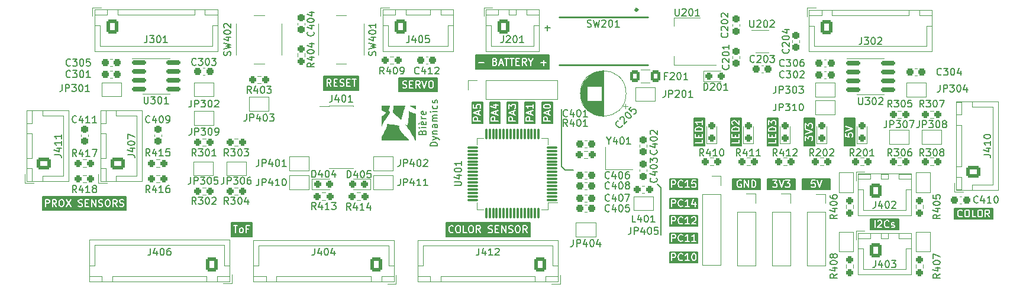
<source format=gbr>
%TF.GenerationSoftware,KiCad,Pcbnew,(6.0.4)*%
%TF.CreationDate,2022-10-14T17:02:07+02:00*%
%TF.ProjectId,projet_robot_ese,70726f6a-6574-45f7-926f-626f745f6573,rev?*%
%TF.SameCoordinates,Original*%
%TF.FileFunction,Legend,Top*%
%TF.FilePolarity,Positive*%
%FSLAX46Y46*%
G04 Gerber Fmt 4.6, Leading zero omitted, Abs format (unit mm)*
G04 Created by KiCad (PCBNEW (6.0.4)) date 2022-10-14 17:02:07*
%MOMM*%
%LPD*%
G01*
G04 APERTURE LIST*
G04 Aperture macros list*
%AMRoundRect*
0 Rectangle with rounded corners*
0 $1 Rounding radius*
0 $2 $3 $4 $5 $6 $7 $8 $9 X,Y pos of 4 corners*
0 Add a 4 corners polygon primitive as box body*
4,1,4,$2,$3,$4,$5,$6,$7,$8,$9,$2,$3,0*
0 Add four circle primitives for the rounded corners*
1,1,$1+$1,$2,$3*
1,1,$1+$1,$4,$5*
1,1,$1+$1,$6,$7*
1,1,$1+$1,$8,$9*
0 Add four rect primitives between the rounded corners*
20,1,$1+$1,$2,$3,$4,$5,0*
20,1,$1+$1,$4,$5,$6,$7,0*
20,1,$1+$1,$6,$7,$8,$9,0*
20,1,$1+$1,$8,$9,$2,$3,0*%
%AMFreePoly0*
4,1,6,1.000000,0.000000,0.500000,-0.750000,-0.500000,-0.750000,-0.500000,0.750000,0.500000,0.750000,1.000000,0.000000,1.000000,0.000000,$1*%
%AMFreePoly1*
4,1,6,0.500000,-0.750000,-0.650000,-0.750000,-0.150000,0.000000,-0.650000,0.750000,0.500000,0.750000,0.500000,-0.750000,0.500000,-0.750000,$1*%
G04 Aperture macros list end*
%ADD10C,0.150000*%
%ADD11C,0.120000*%
%ADD12C,0.254000*%
%ADD13C,0.340000*%
%ADD14RoundRect,0.150000X-0.825000X-0.150000X0.825000X-0.150000X0.825000X0.150000X-0.825000X0.150000X0*%
%ADD15RoundRect,0.237500X-0.287500X-0.237500X0.287500X-0.237500X0.287500X0.237500X-0.287500X0.237500X0*%
%ADD16FreePoly0,0.000000*%
%ADD17FreePoly1,0.000000*%
%ADD18C,2.000000*%
%ADD19R,1.300000X1.000000*%
%ADD20RoundRect,0.250000X-0.600000X-0.725000X0.600000X-0.725000X0.600000X0.725000X-0.600000X0.725000X0*%
%ADD21O,1.700000X1.950000*%
%ADD22FreePoly0,180.000000*%
%ADD23FreePoly1,180.000000*%
%ADD24R,1.700000X1.700000*%
%ADD25O,1.700000X1.700000*%
%ADD26RoundRect,0.237500X0.250000X0.237500X-0.250000X0.237500X-0.250000X-0.237500X0.250000X-0.237500X0*%
%ADD27RoundRect,0.237500X0.237500X-0.287500X0.237500X0.287500X-0.237500X0.287500X-0.237500X-0.287500X0*%
%ADD28RoundRect,0.237500X0.287500X0.237500X-0.287500X0.237500X-0.287500X-0.237500X0.287500X-0.237500X0*%
%ADD29RoundRect,0.237500X-0.250000X-0.237500X0.250000X-0.237500X0.250000X0.237500X-0.250000X0.237500X0*%
%ADD30RoundRect,0.237500X-0.237500X0.300000X-0.237500X-0.300000X0.237500X-0.300000X0.237500X0.300000X0*%
%ADD31RoundRect,0.237500X-0.300000X-0.237500X0.300000X-0.237500X0.300000X0.237500X-0.300000X0.237500X0*%
%ADD32RoundRect,0.237500X0.300000X0.237500X-0.300000X0.237500X-0.300000X-0.237500X0.300000X-0.237500X0*%
%ADD33R,1.600000X1.600000*%
%ADD34C,1.600000*%
%ADD35C,0.800000*%
%ADD36C,6.400000*%
%ADD37RoundRect,0.250000X0.600000X0.725000X-0.600000X0.725000X-0.600000X-0.725000X0.600000X-0.725000X0*%
%ADD38RoundRect,0.250000X0.725000X-0.600000X0.725000X0.600000X-0.725000X0.600000X-0.725000X-0.600000X0*%
%ADD39O,1.950000X1.700000*%
%ADD40R,1.000000X1.500000*%
%ADD41R,1.500000X1.000000*%
%ADD42RoundRect,0.250000X-0.600000X-0.750000X0.600000X-0.750000X0.600000X0.750000X-0.600000X0.750000X0*%
%ADD43O,1.700000X2.000000*%
%ADD44RoundRect,0.237500X0.237500X-0.300000X0.237500X0.300000X-0.237500X0.300000X-0.237500X-0.300000X0*%
%ADD45RoundRect,0.237500X0.237500X-0.250000X0.237500X0.250000X-0.237500X0.250000X-0.237500X-0.250000X0*%
%ADD46RoundRect,0.075000X0.700000X0.075000X-0.700000X0.075000X-0.700000X-0.075000X0.700000X-0.075000X0*%
%ADD47RoundRect,0.075000X0.075000X0.700000X-0.075000X0.700000X-0.075000X-0.700000X0.075000X-0.700000X0*%
%ADD48RoundRect,0.250001X-0.462499X-0.624999X0.462499X-0.624999X0.462499X0.624999X-0.462499X0.624999X0*%
%ADD49R,1.560000X0.650000*%
%ADD50RoundRect,0.237500X-0.237500X0.250000X-0.237500X-0.250000X0.237500X-0.250000X0.237500X0.250000X0*%
%ADD51C,3.400000*%
%ADD52R,2.400000X0.740000*%
%ADD53R,2.000000X1.500000*%
%ADD54R,2.000000X3.800000*%
G04 APERTURE END LIST*
D10*
X192500000Y-114000000D02*
X196500000Y-114000000D01*
X196500000Y-114000000D02*
X196500000Y-112500000D01*
X196500000Y-112500000D02*
X192500000Y-112500000D01*
X192500000Y-112500000D02*
X192500000Y-114000000D01*
G36*
X192500000Y-114000000D02*
G01*
X196500000Y-114000000D01*
X196500000Y-112500000D01*
X192500000Y-112500000D01*
X192500000Y-114000000D01*
G37*
X177000000Y-94750000D02*
X177000000Y-103000000D01*
X143000000Y-90000000D02*
X148000000Y-90000000D01*
X148000000Y-90000000D02*
X148000000Y-92000000D01*
X148000000Y-92000000D02*
X143000000Y-92000000D01*
X143000000Y-92000000D02*
X143000000Y-90000000D01*
G36*
X143000000Y-90000000D02*
G01*
X148000000Y-90000000D01*
X148000000Y-92000000D01*
X143000000Y-92000000D01*
X143000000Y-90000000D01*
G37*
X192500000Y-116750000D02*
X196500000Y-116750000D01*
X196500000Y-116750000D02*
X196500000Y-115250000D01*
X196500000Y-115250000D02*
X192500000Y-115250000D01*
X192500000Y-115250000D02*
X192500000Y-116750000D01*
G36*
X192500000Y-116750000D02*
G01*
X196500000Y-116750000D01*
X196500000Y-115250000D01*
X192500000Y-115250000D01*
X192500000Y-116750000D01*
G37*
X129750000Y-111000000D02*
X132750000Y-111000000D01*
X132750000Y-111000000D02*
X132750000Y-113000000D01*
X132750000Y-113000000D02*
X129750000Y-113000000D01*
X129750000Y-113000000D02*
X129750000Y-111000000D01*
G36*
X129750000Y-111000000D02*
G01*
X132750000Y-111000000D01*
X132750000Y-113000000D01*
X129750000Y-113000000D01*
X129750000Y-111000000D01*
G37*
X164250000Y-93750000D02*
X165750000Y-93750000D01*
X165750000Y-93750000D02*
X165750000Y-96750000D01*
X165750000Y-96750000D02*
X164250000Y-96750000D01*
X164250000Y-96750000D02*
X164250000Y-93750000D01*
G36*
X164250000Y-93750000D02*
G01*
X165750000Y-93750000D01*
X165750000Y-96750000D01*
X164250000Y-96750000D01*
X164250000Y-93750000D01*
G37*
X233250000Y-110500000D02*
X238750000Y-110500000D01*
X238750000Y-110500000D02*
X238750000Y-109000000D01*
X238750000Y-109000000D02*
X233250000Y-109000000D01*
X233250000Y-109000000D02*
X233250000Y-110500000D01*
G36*
X233250000Y-110500000D02*
G01*
X238750000Y-110500000D01*
X238750000Y-109000000D01*
X233250000Y-109000000D01*
X233250000Y-110500000D01*
G37*
X177000000Y-103000000D02*
X177500000Y-103500000D01*
X190750000Y-105500000D02*
X191250000Y-106000000D01*
X153750000Y-90250000D02*
X159250000Y-90250000D01*
X159250000Y-90250000D02*
X159250000Y-92250000D01*
X159250000Y-92250000D02*
X153750000Y-92250000D01*
X153750000Y-92250000D02*
X153750000Y-90250000D01*
G36*
X153750000Y-90250000D02*
G01*
X159250000Y-90250000D01*
X159250000Y-92250000D01*
X153750000Y-92250000D01*
X153750000Y-90250000D01*
G37*
X211500000Y-106250000D02*
X215500000Y-106250000D01*
X215500000Y-106250000D02*
X215500000Y-104750000D01*
X215500000Y-104750000D02*
X211500000Y-104750000D01*
X211500000Y-104750000D02*
X211500000Y-106250000D01*
G36*
X211500000Y-106250000D02*
G01*
X215500000Y-106250000D01*
X215500000Y-104750000D01*
X211500000Y-104750000D01*
X211500000Y-106250000D01*
G37*
X217500000Y-96000000D02*
X219000000Y-96000000D01*
X219000000Y-96000000D02*
X219000000Y-100000000D01*
X219000000Y-100000000D02*
X217500000Y-100000000D01*
X217500000Y-100000000D02*
X217500000Y-96000000D01*
G36*
X217500000Y-96000000D02*
G01*
X219000000Y-96000000D01*
X219000000Y-100000000D01*
X217500000Y-100000000D01*
X217500000Y-96000000D01*
G37*
X201250000Y-96000000D02*
X202750000Y-96000000D01*
X202750000Y-96000000D02*
X202750000Y-100000000D01*
X202750000Y-100000000D02*
X201250000Y-100000000D01*
X201250000Y-100000000D02*
X201250000Y-96000000D01*
G36*
X201250000Y-96000000D02*
G01*
X202750000Y-96000000D01*
X202750000Y-100000000D01*
X201250000Y-100000000D01*
X201250000Y-96000000D01*
G37*
X171750000Y-93750000D02*
X173250000Y-93750000D01*
X173250000Y-93750000D02*
X173250000Y-96750000D01*
X173250000Y-96750000D02*
X171750000Y-96750000D01*
X171750000Y-96750000D02*
X171750000Y-93750000D01*
G36*
X171750000Y-93750000D02*
G01*
X173250000Y-93750000D01*
X173250000Y-96750000D01*
X171750000Y-96750000D01*
X171750000Y-93750000D01*
G37*
X166750000Y-93750000D02*
X168250000Y-93750000D01*
X168250000Y-93750000D02*
X168250000Y-96750000D01*
X168250000Y-96750000D02*
X166750000Y-96750000D01*
X166750000Y-96750000D02*
X166750000Y-93750000D01*
G36*
X166750000Y-93750000D02*
G01*
X168250000Y-93750000D01*
X168250000Y-96750000D01*
X166750000Y-96750000D01*
X166750000Y-93750000D01*
G37*
X160500000Y-111000000D02*
X172500000Y-111000000D01*
X172500000Y-111000000D02*
X172500000Y-113000000D01*
X172500000Y-113000000D02*
X160500000Y-113000000D01*
X160500000Y-113000000D02*
X160500000Y-111000000D01*
G36*
X160500000Y-111000000D02*
G01*
X172500000Y-111000000D01*
X172500000Y-113000000D01*
X160500000Y-113000000D01*
X160500000Y-111000000D01*
G37*
X211750000Y-96000000D02*
X213250000Y-96000000D01*
X213250000Y-96000000D02*
X213250000Y-100000000D01*
X213250000Y-100000000D02*
X211750000Y-100000000D01*
X211750000Y-100000000D02*
X211750000Y-96000000D01*
G36*
X211750000Y-96000000D02*
G01*
X213250000Y-96000000D01*
X213250000Y-100000000D01*
X211750000Y-100000000D01*
X211750000Y-96000000D01*
G37*
X102750000Y-107250000D02*
X114750000Y-107250000D01*
X114750000Y-107250000D02*
X114750000Y-109250000D01*
X114750000Y-109250000D02*
X102750000Y-109250000D01*
X102750000Y-109250000D02*
X102750000Y-107250000D01*
G36*
X102750000Y-107250000D02*
G01*
X114750000Y-107250000D01*
X114750000Y-109250000D01*
X102750000Y-109250000D01*
X102750000Y-107250000D01*
G37*
X174250000Y-93750000D02*
X175750000Y-93750000D01*
X175750000Y-93750000D02*
X175750000Y-96750000D01*
X175750000Y-96750000D02*
X174250000Y-96750000D01*
X174250000Y-96750000D02*
X174250000Y-93750000D01*
G36*
X174250000Y-93750000D02*
G01*
X175750000Y-93750000D01*
X175750000Y-96750000D01*
X174250000Y-96750000D01*
X174250000Y-93750000D01*
G37*
X191250000Y-106000000D02*
X191250000Y-112750000D01*
X221250000Y-112000000D02*
X225250000Y-112000000D01*
X225250000Y-112000000D02*
X225250000Y-110500000D01*
X225250000Y-110500000D02*
X221250000Y-110500000D01*
X221250000Y-110500000D02*
X221250000Y-112000000D01*
G36*
X221250000Y-112000000D02*
G01*
X225250000Y-112000000D01*
X225250000Y-110500000D01*
X221250000Y-110500000D01*
X221250000Y-112000000D01*
G37*
X177500000Y-103500000D02*
X178750000Y-103500000D01*
X206500000Y-96000000D02*
X208000000Y-96000000D01*
X208000000Y-96000000D02*
X208000000Y-100000000D01*
X208000000Y-100000000D02*
X206500000Y-100000000D01*
X206500000Y-100000000D02*
X206500000Y-96000000D01*
G36*
X206500000Y-96000000D02*
G01*
X208000000Y-96000000D01*
X208000000Y-100000000D01*
X206500000Y-100000000D01*
X206500000Y-96000000D01*
G37*
X192500000Y-106250000D02*
X196500000Y-106250000D01*
X196500000Y-106250000D02*
X196500000Y-104750000D01*
X196500000Y-104750000D02*
X192500000Y-104750000D01*
X192500000Y-104750000D02*
X192500000Y-106250000D01*
G36*
X192500000Y-106250000D02*
G01*
X196500000Y-106250000D01*
X196500000Y-104750000D01*
X192500000Y-104750000D01*
X192500000Y-106250000D01*
G37*
X201500000Y-106250000D02*
X205500000Y-106250000D01*
X205500000Y-106250000D02*
X205500000Y-104750000D01*
X205500000Y-104750000D02*
X201500000Y-104750000D01*
X201500000Y-104750000D02*
X201500000Y-106250000D01*
G36*
X201500000Y-106250000D02*
G01*
X205500000Y-106250000D01*
X205500000Y-104750000D01*
X201500000Y-104750000D01*
X201500000Y-106250000D01*
G37*
X192500000Y-111500000D02*
X196500000Y-111500000D01*
X196500000Y-111500000D02*
X196500000Y-110000000D01*
X196500000Y-110000000D02*
X192500000Y-110000000D01*
X192500000Y-110000000D02*
X192500000Y-111500000D01*
G36*
X192500000Y-111500000D02*
G01*
X196500000Y-111500000D01*
X196500000Y-110000000D01*
X192500000Y-110000000D01*
X192500000Y-111500000D01*
G37*
X192500000Y-109000000D02*
X196500000Y-109000000D01*
X196500000Y-109000000D02*
X196500000Y-107500000D01*
X196500000Y-107500000D02*
X192500000Y-107500000D01*
X192500000Y-107500000D02*
X192500000Y-109000000D01*
G36*
X192500000Y-109000000D02*
G01*
X196500000Y-109000000D01*
X196500000Y-107500000D01*
X192500000Y-107500000D01*
X192500000Y-109000000D01*
G37*
X206500000Y-106250000D02*
X210500000Y-106250000D01*
X210500000Y-106250000D02*
X210500000Y-104750000D01*
X210500000Y-104750000D02*
X206500000Y-104750000D01*
X206500000Y-104750000D02*
X206500000Y-106250000D01*
G36*
X206500000Y-106250000D02*
G01*
X210500000Y-106250000D01*
X210500000Y-104750000D01*
X206500000Y-104750000D01*
X206500000Y-106250000D01*
G37*
X164750000Y-87000000D02*
X175250000Y-87000000D01*
X175250000Y-87000000D02*
X175250000Y-89000000D01*
X175250000Y-89000000D02*
X164750000Y-89000000D01*
X164750000Y-89000000D02*
X164750000Y-87000000D01*
G36*
X164750000Y-87000000D02*
G01*
X175250000Y-87000000D01*
X175250000Y-89000000D01*
X164750000Y-89000000D01*
X164750000Y-87000000D01*
G37*
X196000000Y-96000000D02*
X197500000Y-96000000D01*
X197500000Y-96000000D02*
X197500000Y-100000000D01*
X197500000Y-100000000D02*
X196000000Y-100000000D01*
X196000000Y-100000000D02*
X196000000Y-96000000D01*
G36*
X196000000Y-96000000D02*
G01*
X197500000Y-96000000D01*
X197500000Y-100000000D01*
X196000000Y-100000000D01*
X196000000Y-96000000D01*
G37*
X169250000Y-93750000D02*
X170750000Y-93750000D01*
X170750000Y-93750000D02*
X170750000Y-96750000D01*
X170750000Y-96750000D02*
X169250000Y-96750000D01*
X169250000Y-96750000D02*
X169250000Y-93750000D01*
G36*
X169250000Y-93750000D02*
G01*
X170750000Y-93750000D01*
X170750000Y-96750000D01*
X169250000Y-96750000D01*
X169250000Y-93750000D01*
G37*
X157123571Y-98083333D02*
X157171190Y-97940476D01*
X157218809Y-97892857D01*
X157314047Y-97845238D01*
X157456904Y-97845238D01*
X157552142Y-97892857D01*
X157599761Y-97940476D01*
X157647380Y-98035714D01*
X157647380Y-98416666D01*
X156647380Y-98416666D01*
X156647380Y-98083333D01*
X156695000Y-97988095D01*
X156742619Y-97940476D01*
X156837857Y-97892857D01*
X156933095Y-97892857D01*
X157028333Y-97940476D01*
X157075952Y-97988095D01*
X157123571Y-98083333D01*
X157123571Y-98416666D01*
X157647380Y-97416666D02*
X156980714Y-97416666D01*
X156647380Y-97416666D02*
X156695000Y-97464285D01*
X156742619Y-97416666D01*
X156695000Y-97369047D01*
X156647380Y-97416666D01*
X156742619Y-97416666D01*
X157599761Y-96559523D02*
X157647380Y-96654761D01*
X157647380Y-96845238D01*
X157599761Y-96940476D01*
X157504523Y-96988095D01*
X157123571Y-96988095D01*
X157028333Y-96940476D01*
X156980714Y-96845238D01*
X156980714Y-96654761D01*
X157028333Y-96559523D01*
X157123571Y-96511904D01*
X157218809Y-96511904D01*
X157314047Y-96988095D01*
X156599761Y-96845238D02*
X156742619Y-96702380D01*
X157647380Y-96083333D02*
X156980714Y-96083333D01*
X157171190Y-96083333D02*
X157075952Y-96035714D01*
X157028333Y-95988095D01*
X156980714Y-95892857D01*
X156980714Y-95797619D01*
X157599761Y-95083333D02*
X157647380Y-95178571D01*
X157647380Y-95369047D01*
X157599761Y-95464285D01*
X157504523Y-95511904D01*
X157123571Y-95511904D01*
X157028333Y-95464285D01*
X156980714Y-95369047D01*
X156980714Y-95178571D01*
X157028333Y-95083333D01*
X157123571Y-95035714D01*
X157218809Y-95035714D01*
X157314047Y-95511904D01*
X159257380Y-100035714D02*
X158257380Y-100035714D01*
X158257380Y-99797619D01*
X158305000Y-99654761D01*
X158400238Y-99559523D01*
X158495476Y-99511904D01*
X158685952Y-99464285D01*
X158828809Y-99464285D01*
X159019285Y-99511904D01*
X159114523Y-99559523D01*
X159209761Y-99654761D01*
X159257380Y-99797619D01*
X159257380Y-100035714D01*
X158590714Y-99130952D02*
X159257380Y-98892857D01*
X158590714Y-98654761D02*
X159257380Y-98892857D01*
X159495476Y-98988095D01*
X159543095Y-99035714D01*
X159590714Y-99130952D01*
X158590714Y-98273809D02*
X159257380Y-98273809D01*
X158685952Y-98273809D02*
X158638333Y-98226190D01*
X158590714Y-98130952D01*
X158590714Y-97988095D01*
X158638333Y-97892857D01*
X158733571Y-97845238D01*
X159257380Y-97845238D01*
X159257380Y-96940476D02*
X158733571Y-96940476D01*
X158638333Y-96988095D01*
X158590714Y-97083333D01*
X158590714Y-97273809D01*
X158638333Y-97369047D01*
X159209761Y-96940476D02*
X159257380Y-97035714D01*
X159257380Y-97273809D01*
X159209761Y-97369047D01*
X159114523Y-97416666D01*
X159019285Y-97416666D01*
X158924047Y-97369047D01*
X158876428Y-97273809D01*
X158876428Y-97035714D01*
X158828809Y-96940476D01*
X159257380Y-96464285D02*
X158590714Y-96464285D01*
X158685952Y-96464285D02*
X158638333Y-96416666D01*
X158590714Y-96321428D01*
X158590714Y-96178571D01*
X158638333Y-96083333D01*
X158733571Y-96035714D01*
X159257380Y-96035714D01*
X158733571Y-96035714D02*
X158638333Y-95988095D01*
X158590714Y-95892857D01*
X158590714Y-95750000D01*
X158638333Y-95654761D01*
X158733571Y-95607142D01*
X159257380Y-95607142D01*
X159257380Y-95130952D02*
X158590714Y-95130952D01*
X158257380Y-95130952D02*
X158305000Y-95178571D01*
X158352619Y-95130952D01*
X158305000Y-95083333D01*
X158257380Y-95130952D01*
X158352619Y-95130952D01*
X159209761Y-94226190D02*
X159257380Y-94321428D01*
X159257380Y-94511904D01*
X159209761Y-94607142D01*
X159162142Y-94654761D01*
X159066904Y-94702380D01*
X158781190Y-94702380D01*
X158685952Y-94654761D01*
X158638333Y-94607142D01*
X158590714Y-94511904D01*
X158590714Y-94321428D01*
X158638333Y-94226190D01*
X159209761Y-93845238D02*
X159257380Y-93750000D01*
X159257380Y-93559523D01*
X159209761Y-93464285D01*
X159114523Y-93416666D01*
X159066904Y-93416666D01*
X158971666Y-93464285D01*
X158924047Y-93559523D01*
X158924047Y-93702380D01*
X158876428Y-93797619D01*
X158781190Y-93845238D01*
X158733571Y-93845238D01*
X158638333Y-93797619D01*
X158590714Y-93702380D01*
X158590714Y-93559523D01*
X158638333Y-93464285D01*
X174619047Y-83071428D02*
X175380952Y-83071428D01*
X175000000Y-83452380D02*
X175000000Y-82690476D01*
%TO.C,U301*%
X117301714Y-92952380D02*
X117301714Y-93761904D01*
X117349333Y-93857142D01*
X117396952Y-93904761D01*
X117492190Y-93952380D01*
X117682666Y-93952380D01*
X117777904Y-93904761D01*
X117825523Y-93857142D01*
X117873142Y-93761904D01*
X117873142Y-92952380D01*
X118254095Y-92952380D02*
X118873142Y-92952380D01*
X118539809Y-93333333D01*
X118682666Y-93333333D01*
X118777904Y-93380952D01*
X118825523Y-93428571D01*
X118873142Y-93523809D01*
X118873142Y-93761904D01*
X118825523Y-93857142D01*
X118777904Y-93904761D01*
X118682666Y-93952380D01*
X118396952Y-93952380D01*
X118301714Y-93904761D01*
X118254095Y-93857142D01*
X119492190Y-92952380D02*
X119587428Y-92952380D01*
X119682666Y-93000000D01*
X119730285Y-93047619D01*
X119777904Y-93142857D01*
X119825523Y-93333333D01*
X119825523Y-93571428D01*
X119777904Y-93761904D01*
X119730285Y-93857142D01*
X119682666Y-93904761D01*
X119587428Y-93952380D01*
X119492190Y-93952380D01*
X119396952Y-93904761D01*
X119349333Y-93857142D01*
X119301714Y-93761904D01*
X119254095Y-93571428D01*
X119254095Y-93333333D01*
X119301714Y-93142857D01*
X119349333Y-93047619D01*
X119396952Y-93000000D01*
X119492190Y-92952380D01*
X120777904Y-93952380D02*
X120206476Y-93952380D01*
X120492190Y-93952380D02*
X120492190Y-92952380D01*
X120396952Y-93095238D01*
X120301714Y-93190476D01*
X120206476Y-93238095D01*
%TO.C,D404*%
X141309523Y-104522380D02*
X141309523Y-103522380D01*
X141547619Y-103522380D01*
X141690476Y-103570000D01*
X141785714Y-103665238D01*
X141833333Y-103760476D01*
X141880952Y-103950952D01*
X141880952Y-104093809D01*
X141833333Y-104284285D01*
X141785714Y-104379523D01*
X141690476Y-104474761D01*
X141547619Y-104522380D01*
X141309523Y-104522380D01*
X142738095Y-103855714D02*
X142738095Y-104522380D01*
X142500000Y-103474761D02*
X142261904Y-104189047D01*
X142880952Y-104189047D01*
X143452380Y-103522380D02*
X143547619Y-103522380D01*
X143642857Y-103570000D01*
X143690476Y-103617619D01*
X143738095Y-103712857D01*
X143785714Y-103903333D01*
X143785714Y-104141428D01*
X143738095Y-104331904D01*
X143690476Y-104427142D01*
X143642857Y-104474761D01*
X143547619Y-104522380D01*
X143452380Y-104522380D01*
X143357142Y-104474761D01*
X143309523Y-104427142D01*
X143261904Y-104331904D01*
X143214285Y-104141428D01*
X143214285Y-103903333D01*
X143261904Y-103712857D01*
X143309523Y-103617619D01*
X143357142Y-103570000D01*
X143452380Y-103522380D01*
X144642857Y-103855714D02*
X144642857Y-104522380D01*
X144404761Y-103474761D02*
X144166666Y-104189047D01*
X144785714Y-104189047D01*
%TO.C,JP410*%
X133714285Y-104702380D02*
X133714285Y-105416666D01*
X133666666Y-105559523D01*
X133571428Y-105654761D01*
X133428571Y-105702380D01*
X133333333Y-105702380D01*
X134190476Y-105702380D02*
X134190476Y-104702380D01*
X134571428Y-104702380D01*
X134666666Y-104750000D01*
X134714285Y-104797619D01*
X134761904Y-104892857D01*
X134761904Y-105035714D01*
X134714285Y-105130952D01*
X134666666Y-105178571D01*
X134571428Y-105226190D01*
X134190476Y-105226190D01*
X135619047Y-105035714D02*
X135619047Y-105702380D01*
X135380952Y-104654761D02*
X135142857Y-105369047D01*
X135761904Y-105369047D01*
X136666666Y-105702380D02*
X136095238Y-105702380D01*
X136380952Y-105702380D02*
X136380952Y-104702380D01*
X136285714Y-104845238D01*
X136190476Y-104940476D01*
X136095238Y-104988095D01*
X137285714Y-104702380D02*
X137380952Y-104702380D01*
X137476190Y-104750000D01*
X137523809Y-104797619D01*
X137571428Y-104892857D01*
X137619047Y-105083333D01*
X137619047Y-105321428D01*
X137571428Y-105511904D01*
X137523809Y-105607142D01*
X137476190Y-105654761D01*
X137380952Y-105702380D01*
X137285714Y-105702380D01*
X137190476Y-105654761D01*
X137142857Y-105607142D01*
X137095238Y-105511904D01*
X137047619Y-105321428D01*
X137047619Y-105083333D01*
X137095238Y-104892857D01*
X137142857Y-104797619D01*
X137190476Y-104750000D01*
X137285714Y-104702380D01*
%TO.C,SW402*%
X129654761Y-87035714D02*
X129702380Y-86892857D01*
X129702380Y-86654761D01*
X129654761Y-86559523D01*
X129607142Y-86511904D01*
X129511904Y-86464285D01*
X129416666Y-86464285D01*
X129321428Y-86511904D01*
X129273809Y-86559523D01*
X129226190Y-86654761D01*
X129178571Y-86845238D01*
X129130952Y-86940476D01*
X129083333Y-86988095D01*
X128988095Y-87035714D01*
X128892857Y-87035714D01*
X128797619Y-86988095D01*
X128750000Y-86940476D01*
X128702380Y-86845238D01*
X128702380Y-86607142D01*
X128750000Y-86464285D01*
X128702380Y-86130952D02*
X129702380Y-85892857D01*
X128988095Y-85702380D01*
X129702380Y-85511904D01*
X128702380Y-85273809D01*
X129035714Y-84464285D02*
X129702380Y-84464285D01*
X128654761Y-84702380D02*
X129369047Y-84940476D01*
X129369047Y-84321428D01*
X128702380Y-83750000D02*
X128702380Y-83654761D01*
X128750000Y-83559523D01*
X128797619Y-83511904D01*
X128892857Y-83464285D01*
X129083333Y-83416666D01*
X129321428Y-83416666D01*
X129511904Y-83464285D01*
X129607142Y-83511904D01*
X129654761Y-83559523D01*
X129702380Y-83654761D01*
X129702380Y-83750000D01*
X129654761Y-83845238D01*
X129607142Y-83892857D01*
X129511904Y-83940476D01*
X129321428Y-83988095D01*
X129083333Y-83988095D01*
X128892857Y-83940476D01*
X128797619Y-83892857D01*
X128750000Y-83845238D01*
X128702380Y-83750000D01*
X128797619Y-83035714D02*
X128750000Y-82988095D01*
X128702380Y-82892857D01*
X128702380Y-82654761D01*
X128750000Y-82559523D01*
X128797619Y-82511904D01*
X128892857Y-82464285D01*
X128988095Y-82464285D01*
X129130952Y-82511904D01*
X129702380Y-83083333D01*
X129702380Y-82464285D01*
%TO.C,Y401*%
X183821428Y-99276190D02*
X183821428Y-99752380D01*
X183488095Y-98752380D02*
X183821428Y-99276190D01*
X184154761Y-98752380D01*
X184916666Y-99085714D02*
X184916666Y-99752380D01*
X184678571Y-98704761D02*
X184440476Y-99419047D01*
X185059523Y-99419047D01*
X185630952Y-98752380D02*
X185726190Y-98752380D01*
X185821428Y-98800000D01*
X185869047Y-98847619D01*
X185916666Y-98942857D01*
X185964285Y-99133333D01*
X185964285Y-99371428D01*
X185916666Y-99561904D01*
X185869047Y-99657142D01*
X185821428Y-99704761D01*
X185726190Y-99752380D01*
X185630952Y-99752380D01*
X185535714Y-99704761D01*
X185488095Y-99657142D01*
X185440476Y-99561904D01*
X185392857Y-99371428D01*
X185392857Y-99133333D01*
X185440476Y-98942857D01*
X185488095Y-98847619D01*
X185535714Y-98800000D01*
X185630952Y-98752380D01*
X186916666Y-99752380D02*
X186345238Y-99752380D01*
X186630952Y-99752380D02*
X186630952Y-98752380D01*
X186535714Y-98895238D01*
X186440476Y-98990476D01*
X186345238Y-99038095D01*
%TO.C,J302*%
X219964285Y-84452380D02*
X219964285Y-85166666D01*
X219916666Y-85309523D01*
X219821428Y-85404761D01*
X219678571Y-85452380D01*
X219583333Y-85452380D01*
X220345238Y-84452380D02*
X220964285Y-84452380D01*
X220630952Y-84833333D01*
X220773809Y-84833333D01*
X220869047Y-84880952D01*
X220916666Y-84928571D01*
X220964285Y-85023809D01*
X220964285Y-85261904D01*
X220916666Y-85357142D01*
X220869047Y-85404761D01*
X220773809Y-85452380D01*
X220488095Y-85452380D01*
X220392857Y-85404761D01*
X220345238Y-85357142D01*
X221583333Y-84452380D02*
X221678571Y-84452380D01*
X221773809Y-84500000D01*
X221821428Y-84547619D01*
X221869047Y-84642857D01*
X221916666Y-84833333D01*
X221916666Y-85071428D01*
X221869047Y-85261904D01*
X221821428Y-85357142D01*
X221773809Y-85404761D01*
X221678571Y-85452380D01*
X221583333Y-85452380D01*
X221488095Y-85404761D01*
X221440476Y-85357142D01*
X221392857Y-85261904D01*
X221345238Y-85071428D01*
X221345238Y-84833333D01*
X221392857Y-84642857D01*
X221440476Y-84547619D01*
X221488095Y-84500000D01*
X221583333Y-84452380D01*
X222297619Y-84547619D02*
X222345238Y-84500000D01*
X222440476Y-84452380D01*
X222678571Y-84452380D01*
X222773809Y-84500000D01*
X222821428Y-84547619D01*
X222869047Y-84642857D01*
X222869047Y-84738095D01*
X222821428Y-84880952D01*
X222250000Y-85452380D01*
X222869047Y-85452380D01*
%TO.C,JP306*%
X128714285Y-104502380D02*
X128714285Y-105216666D01*
X128666666Y-105359523D01*
X128571428Y-105454761D01*
X128428571Y-105502380D01*
X128333333Y-105502380D01*
X129190476Y-105502380D02*
X129190476Y-104502380D01*
X129571428Y-104502380D01*
X129666666Y-104550000D01*
X129714285Y-104597619D01*
X129761904Y-104692857D01*
X129761904Y-104835714D01*
X129714285Y-104930952D01*
X129666666Y-104978571D01*
X129571428Y-105026190D01*
X129190476Y-105026190D01*
X130095238Y-104502380D02*
X130714285Y-104502380D01*
X130380952Y-104883333D01*
X130523809Y-104883333D01*
X130619047Y-104930952D01*
X130666666Y-104978571D01*
X130714285Y-105073809D01*
X130714285Y-105311904D01*
X130666666Y-105407142D01*
X130619047Y-105454761D01*
X130523809Y-105502380D01*
X130238095Y-105502380D01*
X130142857Y-105454761D01*
X130095238Y-105407142D01*
X131333333Y-104502380D02*
X131428571Y-104502380D01*
X131523809Y-104550000D01*
X131571428Y-104597619D01*
X131619047Y-104692857D01*
X131666666Y-104883333D01*
X131666666Y-105121428D01*
X131619047Y-105311904D01*
X131571428Y-105407142D01*
X131523809Y-105454761D01*
X131428571Y-105502380D01*
X131333333Y-105502380D01*
X131238095Y-105454761D01*
X131190476Y-105407142D01*
X131142857Y-105311904D01*
X131095238Y-105121428D01*
X131095238Y-104883333D01*
X131142857Y-104692857D01*
X131190476Y-104597619D01*
X131238095Y-104550000D01*
X131333333Y-104502380D01*
X132523809Y-104502380D02*
X132333333Y-104502380D01*
X132238095Y-104550000D01*
X132190476Y-104597619D01*
X132095238Y-104740476D01*
X132047619Y-104930952D01*
X132047619Y-105311904D01*
X132095238Y-105407142D01*
X132142857Y-105454761D01*
X132238095Y-105502380D01*
X132428571Y-105502380D01*
X132523809Y-105454761D01*
X132571428Y-105407142D01*
X132619047Y-105311904D01*
X132619047Y-105073809D01*
X132571428Y-104978571D01*
X132523809Y-104930952D01*
X132428571Y-104883333D01*
X132238095Y-104883333D01*
X132142857Y-104930952D01*
X132095238Y-104978571D01*
X132047619Y-105073809D01*
%TO.C,R307*%
X228880952Y-94452380D02*
X228547619Y-93976190D01*
X228309523Y-94452380D02*
X228309523Y-93452380D01*
X228690476Y-93452380D01*
X228785714Y-93500000D01*
X228833333Y-93547619D01*
X228880952Y-93642857D01*
X228880952Y-93785714D01*
X228833333Y-93880952D01*
X228785714Y-93928571D01*
X228690476Y-93976190D01*
X228309523Y-93976190D01*
X229214285Y-93452380D02*
X229833333Y-93452380D01*
X229500000Y-93833333D01*
X229642857Y-93833333D01*
X229738095Y-93880952D01*
X229785714Y-93928571D01*
X229833333Y-94023809D01*
X229833333Y-94261904D01*
X229785714Y-94357142D01*
X229738095Y-94404761D01*
X229642857Y-94452380D01*
X229357142Y-94452380D01*
X229261904Y-94404761D01*
X229214285Y-94357142D01*
X230452380Y-93452380D02*
X230547619Y-93452380D01*
X230642857Y-93500000D01*
X230690476Y-93547619D01*
X230738095Y-93642857D01*
X230785714Y-93833333D01*
X230785714Y-94071428D01*
X230738095Y-94261904D01*
X230690476Y-94357142D01*
X230642857Y-94404761D01*
X230547619Y-94452380D01*
X230452380Y-94452380D01*
X230357142Y-94404761D01*
X230309523Y-94357142D01*
X230261904Y-94261904D01*
X230214285Y-94071428D01*
X230214285Y-93833333D01*
X230261904Y-93642857D01*
X230309523Y-93547619D01*
X230357142Y-93500000D01*
X230452380Y-93452380D01*
X231119047Y-93452380D02*
X231785714Y-93452380D01*
X231357142Y-94452380D01*
%TO.C,J301*%
X117714285Y-84202380D02*
X117714285Y-84916666D01*
X117666666Y-85059523D01*
X117571428Y-85154761D01*
X117428571Y-85202380D01*
X117333333Y-85202380D01*
X118095238Y-84202380D02*
X118714285Y-84202380D01*
X118380952Y-84583333D01*
X118523809Y-84583333D01*
X118619047Y-84630952D01*
X118666666Y-84678571D01*
X118714285Y-84773809D01*
X118714285Y-85011904D01*
X118666666Y-85107142D01*
X118619047Y-85154761D01*
X118523809Y-85202380D01*
X118238095Y-85202380D01*
X118142857Y-85154761D01*
X118095238Y-85107142D01*
X119333333Y-84202380D02*
X119428571Y-84202380D01*
X119523809Y-84250000D01*
X119571428Y-84297619D01*
X119619047Y-84392857D01*
X119666666Y-84583333D01*
X119666666Y-84821428D01*
X119619047Y-85011904D01*
X119571428Y-85107142D01*
X119523809Y-85154761D01*
X119428571Y-85202380D01*
X119333333Y-85202380D01*
X119238095Y-85154761D01*
X119190476Y-85107142D01*
X119142857Y-85011904D01*
X119095238Y-84821428D01*
X119095238Y-84583333D01*
X119142857Y-84392857D01*
X119190476Y-84297619D01*
X119238095Y-84250000D01*
X119333333Y-84202380D01*
X120619047Y-85202380D02*
X120047619Y-85202380D01*
X120333333Y-85202380D02*
X120333333Y-84202380D01*
X120238095Y-84345238D01*
X120142857Y-84440476D01*
X120047619Y-84488095D01*
%TO.C,D405*%
X146356112Y-104572762D02*
X146356112Y-103572762D01*
X146594208Y-103572762D01*
X146737065Y-103620382D01*
X146832303Y-103715620D01*
X146879922Y-103810858D01*
X146927541Y-104001334D01*
X146927541Y-104144191D01*
X146879922Y-104334667D01*
X146832303Y-104429905D01*
X146737065Y-104525143D01*
X146594208Y-104572762D01*
X146356112Y-104572762D01*
X147784684Y-103906096D02*
X147784684Y-104572762D01*
X147546589Y-103525143D02*
X147308493Y-104239429D01*
X147927541Y-104239429D01*
X148498969Y-103572762D02*
X148594208Y-103572762D01*
X148689446Y-103620382D01*
X148737065Y-103668001D01*
X148784684Y-103763239D01*
X148832303Y-103953715D01*
X148832303Y-104191810D01*
X148784684Y-104382286D01*
X148737065Y-104477524D01*
X148689446Y-104525143D01*
X148594208Y-104572762D01*
X148498969Y-104572762D01*
X148403731Y-104525143D01*
X148356112Y-104477524D01*
X148308493Y-104382286D01*
X148260874Y-104191810D01*
X148260874Y-103953715D01*
X148308493Y-103763239D01*
X148356112Y-103668001D01*
X148403731Y-103620382D01*
X148498969Y-103572762D01*
X149737065Y-103572762D02*
X149260874Y-103572762D01*
X149213255Y-104048953D01*
X149260874Y-104001334D01*
X149356112Y-103953715D01*
X149594208Y-103953715D01*
X149689446Y-104001334D01*
X149737065Y-104048953D01*
X149784684Y-104144191D01*
X149784684Y-104382286D01*
X149737065Y-104477524D01*
X149689446Y-104525143D01*
X149594208Y-104572762D01*
X149356112Y-104572762D01*
X149260874Y-104525143D01*
X149213255Y-104477524D01*
%TO.C,R401*%
X177880952Y-97202380D02*
X177547619Y-96726190D01*
X177309523Y-97202380D02*
X177309523Y-96202380D01*
X177690476Y-96202380D01*
X177785714Y-96250000D01*
X177833333Y-96297619D01*
X177880952Y-96392857D01*
X177880952Y-96535714D01*
X177833333Y-96630952D01*
X177785714Y-96678571D01*
X177690476Y-96726190D01*
X177309523Y-96726190D01*
X178738095Y-96535714D02*
X178738095Y-97202380D01*
X178500000Y-96154761D02*
X178261904Y-96869047D01*
X178880952Y-96869047D01*
X179452380Y-96202380D02*
X179547619Y-96202380D01*
X179642857Y-96250000D01*
X179690476Y-96297619D01*
X179738095Y-96392857D01*
X179785714Y-96583333D01*
X179785714Y-96821428D01*
X179738095Y-97011904D01*
X179690476Y-97107142D01*
X179642857Y-97154761D01*
X179547619Y-97202380D01*
X179452380Y-97202380D01*
X179357142Y-97154761D01*
X179309523Y-97107142D01*
X179261904Y-97011904D01*
X179214285Y-96821428D01*
X179214285Y-96583333D01*
X179261904Y-96392857D01*
X179309523Y-96297619D01*
X179357142Y-96250000D01*
X179452380Y-96202380D01*
X180738095Y-97202380D02*
X180166666Y-97202380D01*
X180452380Y-97202380D02*
X180452380Y-96202380D01*
X180357142Y-96345238D01*
X180261904Y-96440476D01*
X180166666Y-96488095D01*
%TO.C,C404*%
X141537142Y-83619047D02*
X141584761Y-83666666D01*
X141632380Y-83809523D01*
X141632380Y-83904761D01*
X141584761Y-84047619D01*
X141489523Y-84142857D01*
X141394285Y-84190476D01*
X141203809Y-84238095D01*
X141060952Y-84238095D01*
X140870476Y-84190476D01*
X140775238Y-84142857D01*
X140680000Y-84047619D01*
X140632380Y-83904761D01*
X140632380Y-83809523D01*
X140680000Y-83666666D01*
X140727619Y-83619047D01*
X140965714Y-82761904D02*
X141632380Y-82761904D01*
X140584761Y-83000000D02*
X141299047Y-83238095D01*
X141299047Y-82619047D01*
X140632380Y-82047619D02*
X140632380Y-81952380D01*
X140680000Y-81857142D01*
X140727619Y-81809523D01*
X140822857Y-81761904D01*
X141013333Y-81714285D01*
X141251428Y-81714285D01*
X141441904Y-81761904D01*
X141537142Y-81809523D01*
X141584761Y-81857142D01*
X141632380Y-81952380D01*
X141632380Y-82047619D01*
X141584761Y-82142857D01*
X141537142Y-82190476D01*
X141441904Y-82238095D01*
X141251428Y-82285714D01*
X141013333Y-82285714D01*
X140822857Y-82238095D01*
X140727619Y-82190476D01*
X140680000Y-82142857D01*
X140632380Y-82047619D01*
X140965714Y-80857142D02*
X141632380Y-80857142D01*
X140584761Y-81095238D02*
X141299047Y-81333333D01*
X141299047Y-80714285D01*
%TO.C,R415*%
X118130952Y-101452380D02*
X117797619Y-100976190D01*
X117559523Y-101452380D02*
X117559523Y-100452380D01*
X117940476Y-100452380D01*
X118035714Y-100500000D01*
X118083333Y-100547619D01*
X118130952Y-100642857D01*
X118130952Y-100785714D01*
X118083333Y-100880952D01*
X118035714Y-100928571D01*
X117940476Y-100976190D01*
X117559523Y-100976190D01*
X118988095Y-100785714D02*
X118988095Y-101452380D01*
X118750000Y-100404761D02*
X118511904Y-101119047D01*
X119130952Y-101119047D01*
X120035714Y-101452380D02*
X119464285Y-101452380D01*
X119750000Y-101452380D02*
X119750000Y-100452380D01*
X119654761Y-100595238D01*
X119559523Y-100690476D01*
X119464285Y-100738095D01*
X120940476Y-100452380D02*
X120464285Y-100452380D01*
X120416666Y-100928571D01*
X120464285Y-100880952D01*
X120559523Y-100833333D01*
X120797619Y-100833333D01*
X120892857Y-100880952D01*
X120940476Y-100928571D01*
X120988095Y-101023809D01*
X120988095Y-101261904D01*
X120940476Y-101357142D01*
X120892857Y-101404761D01*
X120797619Y-101452380D01*
X120559523Y-101452380D01*
X120464285Y-101404761D01*
X120416666Y-101357142D01*
%TO.C,C405*%
X183891328Y-109356384D02*
X183843709Y-109404003D01*
X183700852Y-109451622D01*
X183605614Y-109451622D01*
X183462756Y-109404003D01*
X183367518Y-109308765D01*
X183319899Y-109213527D01*
X183272280Y-109023051D01*
X183272280Y-108880194D01*
X183319899Y-108689718D01*
X183367518Y-108594480D01*
X183462756Y-108499242D01*
X183605614Y-108451622D01*
X183700852Y-108451622D01*
X183843709Y-108499242D01*
X183891328Y-108546861D01*
X184748471Y-108784956D02*
X184748471Y-109451622D01*
X184510376Y-108404003D02*
X184272280Y-109118289D01*
X184891328Y-109118289D01*
X185462756Y-108451622D02*
X185557995Y-108451622D01*
X185653233Y-108499242D01*
X185700852Y-108546861D01*
X185748471Y-108642099D01*
X185796090Y-108832575D01*
X185796090Y-109070670D01*
X185748471Y-109261146D01*
X185700852Y-109356384D01*
X185653233Y-109404003D01*
X185557995Y-109451622D01*
X185462756Y-109451622D01*
X185367518Y-109404003D01*
X185319899Y-109356384D01*
X185272280Y-109261146D01*
X185224661Y-109070670D01*
X185224661Y-108832575D01*
X185272280Y-108642099D01*
X185319899Y-108546861D01*
X185367518Y-108499242D01*
X185462756Y-108451622D01*
X186700852Y-108451622D02*
X186224661Y-108451622D01*
X186177042Y-108927813D01*
X186224661Y-108880194D01*
X186319899Y-108832575D01*
X186557995Y-108832575D01*
X186653233Y-108880194D01*
X186700852Y-108927813D01*
X186748471Y-109023051D01*
X186748471Y-109261146D01*
X186700852Y-109356384D01*
X186653233Y-109404003D01*
X186557995Y-109451622D01*
X186319899Y-109451622D01*
X186224661Y-109404003D01*
X186177042Y-109356384D01*
%TO.C,R412*%
X207880952Y-101452380D02*
X207547619Y-100976190D01*
X207309523Y-101452380D02*
X207309523Y-100452380D01*
X207690476Y-100452380D01*
X207785714Y-100500000D01*
X207833333Y-100547619D01*
X207880952Y-100642857D01*
X207880952Y-100785714D01*
X207833333Y-100880952D01*
X207785714Y-100928571D01*
X207690476Y-100976190D01*
X207309523Y-100976190D01*
X208738095Y-100785714D02*
X208738095Y-101452380D01*
X208500000Y-100404761D02*
X208261904Y-101119047D01*
X208880952Y-101119047D01*
X209785714Y-101452380D02*
X209214285Y-101452380D01*
X209500000Y-101452380D02*
X209500000Y-100452380D01*
X209404761Y-100595238D01*
X209309523Y-100690476D01*
X209214285Y-100738095D01*
X210166666Y-100547619D02*
X210214285Y-100500000D01*
X210309523Y-100452380D01*
X210547619Y-100452380D01*
X210642857Y-100500000D01*
X210690476Y-100547619D01*
X210738095Y-100642857D01*
X210738095Y-100738095D01*
X210690476Y-100880952D01*
X210119047Y-101452380D01*
X210738095Y-101452380D01*
%TO.C,C410*%
X236630952Y-108107142D02*
X236583333Y-108154761D01*
X236440476Y-108202380D01*
X236345238Y-108202380D01*
X236202380Y-108154761D01*
X236107142Y-108059523D01*
X236059523Y-107964285D01*
X236011904Y-107773809D01*
X236011904Y-107630952D01*
X236059523Y-107440476D01*
X236107142Y-107345238D01*
X236202380Y-107250000D01*
X236345238Y-107202380D01*
X236440476Y-107202380D01*
X236583333Y-107250000D01*
X236630952Y-107297619D01*
X237488095Y-107535714D02*
X237488095Y-108202380D01*
X237250000Y-107154761D02*
X237011904Y-107869047D01*
X237630952Y-107869047D01*
X238535714Y-108202380D02*
X237964285Y-108202380D01*
X238250000Y-108202380D02*
X238250000Y-107202380D01*
X238154761Y-107345238D01*
X238059523Y-107440476D01*
X237964285Y-107488095D01*
X239154761Y-107202380D02*
X239250000Y-107202380D01*
X239345238Y-107250000D01*
X239392857Y-107297619D01*
X239440476Y-107392857D01*
X239488095Y-107583333D01*
X239488095Y-107821428D01*
X239440476Y-108011904D01*
X239392857Y-108107142D01*
X239345238Y-108154761D01*
X239250000Y-108202380D01*
X239154761Y-108202380D01*
X239059523Y-108154761D01*
X239011904Y-108107142D01*
X238964285Y-108011904D01*
X238916666Y-107821428D01*
X238916666Y-107583333D01*
X238964285Y-107392857D01*
X239011904Y-107297619D01*
X239059523Y-107250000D01*
X239154761Y-107202380D01*
%TO.C,C302*%
X208880952Y-90168142D02*
X208833333Y-90215761D01*
X208690476Y-90263380D01*
X208595238Y-90263380D01*
X208452380Y-90215761D01*
X208357142Y-90120523D01*
X208309523Y-90025285D01*
X208261904Y-89834809D01*
X208261904Y-89691952D01*
X208309523Y-89501476D01*
X208357142Y-89406238D01*
X208452380Y-89311000D01*
X208595238Y-89263380D01*
X208690476Y-89263380D01*
X208833333Y-89311000D01*
X208880952Y-89358619D01*
X209214285Y-89263380D02*
X209833333Y-89263380D01*
X209500000Y-89644333D01*
X209642857Y-89644333D01*
X209738095Y-89691952D01*
X209785714Y-89739571D01*
X209833333Y-89834809D01*
X209833333Y-90072904D01*
X209785714Y-90168142D01*
X209738095Y-90215761D01*
X209642857Y-90263380D01*
X209357142Y-90263380D01*
X209261904Y-90215761D01*
X209214285Y-90168142D01*
X210452380Y-89263380D02*
X210547619Y-89263380D01*
X210642857Y-89311000D01*
X210690476Y-89358619D01*
X210738095Y-89453857D01*
X210785714Y-89644333D01*
X210785714Y-89882428D01*
X210738095Y-90072904D01*
X210690476Y-90168142D01*
X210642857Y-90215761D01*
X210547619Y-90263380D01*
X210452380Y-90263380D01*
X210357142Y-90215761D01*
X210309523Y-90168142D01*
X210261904Y-90072904D01*
X210214285Y-89882428D01*
X210214285Y-89644333D01*
X210261904Y-89453857D01*
X210309523Y-89358619D01*
X210357142Y-89311000D01*
X210452380Y-89263380D01*
X211166666Y-89358619D02*
X211214285Y-89311000D01*
X211309523Y-89263380D01*
X211547619Y-89263380D01*
X211642857Y-89311000D01*
X211690476Y-89358619D01*
X211738095Y-89453857D01*
X211738095Y-89549095D01*
X211690476Y-89691952D01*
X211119047Y-90263380D01*
X211738095Y-90263380D01*
%TO.C,C205*%
X185711251Y-97043824D02*
X185711251Y-97111167D01*
X185643908Y-97245854D01*
X185576564Y-97313198D01*
X185441877Y-97380541D01*
X185307190Y-97380541D01*
X185206175Y-97346870D01*
X185037816Y-97245854D01*
X184936801Y-97144839D01*
X184835786Y-96976480D01*
X184802114Y-96875465D01*
X184802114Y-96740778D01*
X184869458Y-96606091D01*
X184936801Y-96538748D01*
X185071488Y-96471404D01*
X185138832Y-96471404D01*
X185408206Y-96202030D02*
X185408206Y-96134687D01*
X185441877Y-96033671D01*
X185610236Y-95865312D01*
X185711251Y-95831641D01*
X185778595Y-95831641D01*
X185879610Y-95865312D01*
X185946954Y-95932656D01*
X186014297Y-96067343D01*
X186014297Y-96875465D01*
X186452030Y-96437732D01*
X186182656Y-95292893D02*
X186250000Y-95225549D01*
X186351015Y-95191877D01*
X186418358Y-95191877D01*
X186519374Y-95225549D01*
X186687732Y-95326564D01*
X186856091Y-95494923D01*
X186957106Y-95663282D01*
X186990778Y-95764297D01*
X186990778Y-95831641D01*
X186957106Y-95932656D01*
X186889763Y-96000000D01*
X186788748Y-96033671D01*
X186721404Y-96033671D01*
X186620389Y-96000000D01*
X186452030Y-95898984D01*
X186283671Y-95730625D01*
X186182656Y-95562267D01*
X186148984Y-95461251D01*
X186148984Y-95393908D01*
X186182656Y-95292893D01*
X187058122Y-94417427D02*
X186721404Y-94754145D01*
X187024450Y-95124534D01*
X187024450Y-95057190D01*
X187058122Y-94956175D01*
X187226480Y-94787816D01*
X187327496Y-94754145D01*
X187394839Y-94754145D01*
X187495854Y-94787816D01*
X187664213Y-94956175D01*
X187697885Y-95057190D01*
X187697885Y-95124534D01*
X187664213Y-95225549D01*
X187495854Y-95393908D01*
X187394839Y-95427580D01*
X187327496Y-95427580D01*
%TO.C,R201*%
X218880952Y-101452380D02*
X218547619Y-100976190D01*
X218309523Y-101452380D02*
X218309523Y-100452380D01*
X218690476Y-100452380D01*
X218785714Y-100500000D01*
X218833333Y-100547619D01*
X218880952Y-100642857D01*
X218880952Y-100785714D01*
X218833333Y-100880952D01*
X218785714Y-100928571D01*
X218690476Y-100976190D01*
X218309523Y-100976190D01*
X219261904Y-100547619D02*
X219309523Y-100500000D01*
X219404761Y-100452380D01*
X219642857Y-100452380D01*
X219738095Y-100500000D01*
X219785714Y-100547619D01*
X219833333Y-100642857D01*
X219833333Y-100738095D01*
X219785714Y-100880952D01*
X219214285Y-101452380D01*
X219833333Y-101452380D01*
X220452380Y-100452380D02*
X220547619Y-100452380D01*
X220642857Y-100500000D01*
X220690476Y-100547619D01*
X220738095Y-100642857D01*
X220785714Y-100833333D01*
X220785714Y-101071428D01*
X220738095Y-101261904D01*
X220690476Y-101357142D01*
X220642857Y-101404761D01*
X220547619Y-101452380D01*
X220452380Y-101452380D01*
X220357142Y-101404761D01*
X220309523Y-101357142D01*
X220261904Y-101261904D01*
X220214285Y-101071428D01*
X220214285Y-100833333D01*
X220261904Y-100642857D01*
X220309523Y-100547619D01*
X220357142Y-100500000D01*
X220452380Y-100452380D01*
X221738095Y-101452380D02*
X221166666Y-101452380D01*
X221452380Y-101452380D02*
X221452380Y-100452380D01*
X221357142Y-100595238D01*
X221261904Y-100690476D01*
X221166666Y-100738095D01*
%TO.C,C412*%
X156630952Y-89607142D02*
X156583333Y-89654761D01*
X156440476Y-89702380D01*
X156345238Y-89702380D01*
X156202380Y-89654761D01*
X156107142Y-89559523D01*
X156059523Y-89464285D01*
X156011904Y-89273809D01*
X156011904Y-89130952D01*
X156059523Y-88940476D01*
X156107142Y-88845238D01*
X156202380Y-88750000D01*
X156345238Y-88702380D01*
X156440476Y-88702380D01*
X156583333Y-88750000D01*
X156630952Y-88797619D01*
X157488095Y-89035714D02*
X157488095Y-89702380D01*
X157250000Y-88654761D02*
X157011904Y-89369047D01*
X157630952Y-89369047D01*
X158535714Y-89702380D02*
X157964285Y-89702380D01*
X158250000Y-89702380D02*
X158250000Y-88702380D01*
X158154761Y-88845238D01*
X158059523Y-88940476D01*
X157964285Y-88988095D01*
X158916666Y-88797619D02*
X158964285Y-88750000D01*
X159059523Y-88702380D01*
X159297619Y-88702380D01*
X159392857Y-88750000D01*
X159440476Y-88797619D01*
X159488095Y-88892857D01*
X159488095Y-88988095D01*
X159440476Y-89130952D01*
X158869047Y-89702380D01*
X159488095Y-89702380D01*
%TO.C,C303*%
X124727452Y-88357142D02*
X124679833Y-88404761D01*
X124536976Y-88452380D01*
X124441738Y-88452380D01*
X124298880Y-88404761D01*
X124203642Y-88309523D01*
X124156023Y-88214285D01*
X124108404Y-88023809D01*
X124108404Y-87880952D01*
X124156023Y-87690476D01*
X124203642Y-87595238D01*
X124298880Y-87500000D01*
X124441738Y-87452380D01*
X124536976Y-87452380D01*
X124679833Y-87500000D01*
X124727452Y-87547619D01*
X125060785Y-87452380D02*
X125679833Y-87452380D01*
X125346500Y-87833333D01*
X125489357Y-87833333D01*
X125584595Y-87880952D01*
X125632214Y-87928571D01*
X125679833Y-88023809D01*
X125679833Y-88261904D01*
X125632214Y-88357142D01*
X125584595Y-88404761D01*
X125489357Y-88452380D01*
X125203642Y-88452380D01*
X125108404Y-88404761D01*
X125060785Y-88357142D01*
X126298880Y-87452380D02*
X126394119Y-87452380D01*
X126489357Y-87500000D01*
X126536976Y-87547619D01*
X126584595Y-87642857D01*
X126632214Y-87833333D01*
X126632214Y-88071428D01*
X126584595Y-88261904D01*
X126536976Y-88357142D01*
X126489357Y-88404761D01*
X126394119Y-88452380D01*
X126298880Y-88452380D01*
X126203642Y-88404761D01*
X126156023Y-88357142D01*
X126108404Y-88261904D01*
X126060785Y-88071428D01*
X126060785Y-87833333D01*
X126108404Y-87642857D01*
X126156023Y-87547619D01*
X126203642Y-87500000D01*
X126298880Y-87452380D01*
X126965547Y-87452380D02*
X127584595Y-87452380D01*
X127251261Y-87833333D01*
X127394119Y-87833333D01*
X127489357Y-87880952D01*
X127536976Y-87928571D01*
X127584595Y-88023809D01*
X127584595Y-88261904D01*
X127536976Y-88357142D01*
X127489357Y-88404761D01*
X127394119Y-88452380D01*
X127108404Y-88452380D01*
X127013166Y-88404761D01*
X126965547Y-88357142D01*
%TO.C,R202*%
X213130952Y-101452380D02*
X212797619Y-100976190D01*
X212559523Y-101452380D02*
X212559523Y-100452380D01*
X212940476Y-100452380D01*
X213035714Y-100500000D01*
X213083333Y-100547619D01*
X213130952Y-100642857D01*
X213130952Y-100785714D01*
X213083333Y-100880952D01*
X213035714Y-100928571D01*
X212940476Y-100976190D01*
X212559523Y-100976190D01*
X213511904Y-100547619D02*
X213559523Y-100500000D01*
X213654761Y-100452380D01*
X213892857Y-100452380D01*
X213988095Y-100500000D01*
X214035714Y-100547619D01*
X214083333Y-100642857D01*
X214083333Y-100738095D01*
X214035714Y-100880952D01*
X213464285Y-101452380D01*
X214083333Y-101452380D01*
X214702380Y-100452380D02*
X214797619Y-100452380D01*
X214892857Y-100500000D01*
X214940476Y-100547619D01*
X214988095Y-100642857D01*
X215035714Y-100833333D01*
X215035714Y-101071428D01*
X214988095Y-101261904D01*
X214940476Y-101357142D01*
X214892857Y-101404761D01*
X214797619Y-101452380D01*
X214702380Y-101452380D01*
X214607142Y-101404761D01*
X214559523Y-101357142D01*
X214511904Y-101261904D01*
X214464285Y-101071428D01*
X214464285Y-100833333D01*
X214511904Y-100642857D01*
X214559523Y-100547619D01*
X214607142Y-100500000D01*
X214702380Y-100452380D01*
X215416666Y-100547619D02*
X215464285Y-100500000D01*
X215559523Y-100452380D01*
X215797619Y-100452380D01*
X215892857Y-100500000D01*
X215940476Y-100547619D01*
X215988095Y-100642857D01*
X215988095Y-100738095D01*
X215940476Y-100880952D01*
X215369047Y-101452380D01*
X215988095Y-101452380D01*
%TO.C,C301*%
X106743452Y-90107142D02*
X106695833Y-90154761D01*
X106552976Y-90202380D01*
X106457738Y-90202380D01*
X106314880Y-90154761D01*
X106219642Y-90059523D01*
X106172023Y-89964285D01*
X106124404Y-89773809D01*
X106124404Y-89630952D01*
X106172023Y-89440476D01*
X106219642Y-89345238D01*
X106314880Y-89250000D01*
X106457738Y-89202380D01*
X106552976Y-89202380D01*
X106695833Y-89250000D01*
X106743452Y-89297619D01*
X107076785Y-89202380D02*
X107695833Y-89202380D01*
X107362500Y-89583333D01*
X107505357Y-89583333D01*
X107600595Y-89630952D01*
X107648214Y-89678571D01*
X107695833Y-89773809D01*
X107695833Y-90011904D01*
X107648214Y-90107142D01*
X107600595Y-90154761D01*
X107505357Y-90202380D01*
X107219642Y-90202380D01*
X107124404Y-90154761D01*
X107076785Y-90107142D01*
X108314880Y-89202380D02*
X108410119Y-89202380D01*
X108505357Y-89250000D01*
X108552976Y-89297619D01*
X108600595Y-89392857D01*
X108648214Y-89583333D01*
X108648214Y-89821428D01*
X108600595Y-90011904D01*
X108552976Y-90107142D01*
X108505357Y-90154761D01*
X108410119Y-90202380D01*
X108314880Y-90202380D01*
X108219642Y-90154761D01*
X108172023Y-90107142D01*
X108124404Y-90011904D01*
X108076785Y-89821428D01*
X108076785Y-89583333D01*
X108124404Y-89392857D01*
X108172023Y-89297619D01*
X108219642Y-89250000D01*
X108314880Y-89202380D01*
X109600595Y-90202380D02*
X109029166Y-90202380D01*
X109314880Y-90202380D02*
X109314880Y-89202380D01*
X109219642Y-89345238D01*
X109124404Y-89440476D01*
X109029166Y-89488095D01*
%TO.C,R308*%
X228880952Y-101452380D02*
X228547619Y-100976190D01*
X228309523Y-101452380D02*
X228309523Y-100452380D01*
X228690476Y-100452380D01*
X228785714Y-100500000D01*
X228833333Y-100547619D01*
X228880952Y-100642857D01*
X228880952Y-100785714D01*
X228833333Y-100880952D01*
X228785714Y-100928571D01*
X228690476Y-100976190D01*
X228309523Y-100976190D01*
X229214285Y-100452380D02*
X229833333Y-100452380D01*
X229500000Y-100833333D01*
X229642857Y-100833333D01*
X229738095Y-100880952D01*
X229785714Y-100928571D01*
X229833333Y-101023809D01*
X229833333Y-101261904D01*
X229785714Y-101357142D01*
X229738095Y-101404761D01*
X229642857Y-101452380D01*
X229357142Y-101452380D01*
X229261904Y-101404761D01*
X229214285Y-101357142D01*
X230452380Y-100452380D02*
X230547619Y-100452380D01*
X230642857Y-100500000D01*
X230690476Y-100547619D01*
X230738095Y-100642857D01*
X230785714Y-100833333D01*
X230785714Y-101071428D01*
X230738095Y-101261904D01*
X230690476Y-101357142D01*
X230642857Y-101404761D01*
X230547619Y-101452380D01*
X230452380Y-101452380D01*
X230357142Y-101404761D01*
X230309523Y-101357142D01*
X230261904Y-101261904D01*
X230214285Y-101071428D01*
X230214285Y-100833333D01*
X230261904Y-100642857D01*
X230309523Y-100547619D01*
X230357142Y-100500000D01*
X230452380Y-100452380D01*
X231357142Y-100880952D02*
X231261904Y-100833333D01*
X231214285Y-100785714D01*
X231166666Y-100690476D01*
X231166666Y-100642857D01*
X231214285Y-100547619D01*
X231261904Y-100500000D01*
X231357142Y-100452380D01*
X231547619Y-100452380D01*
X231642857Y-100500000D01*
X231690476Y-100547619D01*
X231738095Y-100642857D01*
X231738095Y-100690476D01*
X231690476Y-100785714D01*
X231642857Y-100833333D01*
X231547619Y-100880952D01*
X231357142Y-100880952D01*
X231261904Y-100928571D01*
X231214285Y-100976190D01*
X231166666Y-101071428D01*
X231166666Y-101261904D01*
X231214285Y-101357142D01*
X231261904Y-101404761D01*
X231357142Y-101452380D01*
X231547619Y-101452380D01*
X231642857Y-101404761D01*
X231690476Y-101357142D01*
X231738095Y-101261904D01*
X231738095Y-101071428D01*
X231690476Y-100976190D01*
X231642857Y-100928571D01*
X231547619Y-100880952D01*
%TO.C,R416*%
X118130952Y-106702380D02*
X117797619Y-106226190D01*
X117559523Y-106702380D02*
X117559523Y-105702380D01*
X117940476Y-105702380D01*
X118035714Y-105750000D01*
X118083333Y-105797619D01*
X118130952Y-105892857D01*
X118130952Y-106035714D01*
X118083333Y-106130952D01*
X118035714Y-106178571D01*
X117940476Y-106226190D01*
X117559523Y-106226190D01*
X118988095Y-106035714D02*
X118988095Y-106702380D01*
X118750000Y-105654761D02*
X118511904Y-106369047D01*
X119130952Y-106369047D01*
X120035714Y-106702380D02*
X119464285Y-106702380D01*
X119750000Y-106702380D02*
X119750000Y-105702380D01*
X119654761Y-105845238D01*
X119559523Y-105940476D01*
X119464285Y-105988095D01*
X120892857Y-105702380D02*
X120702380Y-105702380D01*
X120607142Y-105750000D01*
X120559523Y-105797619D01*
X120464285Y-105940476D01*
X120416666Y-106130952D01*
X120416666Y-106511904D01*
X120464285Y-106607142D01*
X120511904Y-106654761D01*
X120607142Y-106702380D01*
X120797619Y-106702380D01*
X120892857Y-106654761D01*
X120940476Y-106607142D01*
X120988095Y-106511904D01*
X120988095Y-106273809D01*
X120940476Y-106178571D01*
X120892857Y-106130952D01*
X120797619Y-106083333D01*
X120607142Y-106083333D01*
X120511904Y-106130952D01*
X120464285Y-106178571D01*
X120416666Y-106273809D01*
%TO.C,C202*%
X200762411Y-83819047D02*
X200810030Y-83866666D01*
X200857649Y-84009523D01*
X200857649Y-84104761D01*
X200810030Y-84247619D01*
X200714792Y-84342857D01*
X200619554Y-84390476D01*
X200429078Y-84438095D01*
X200286221Y-84438095D01*
X200095745Y-84390476D01*
X200000507Y-84342857D01*
X199905269Y-84247619D01*
X199857649Y-84104761D01*
X199857649Y-84009523D01*
X199905269Y-83866666D01*
X199952888Y-83819047D01*
X199952888Y-83438095D02*
X199905269Y-83390476D01*
X199857649Y-83295238D01*
X199857649Y-83057142D01*
X199905269Y-82961904D01*
X199952888Y-82914285D01*
X200048126Y-82866666D01*
X200143364Y-82866666D01*
X200286221Y-82914285D01*
X200857649Y-83485714D01*
X200857649Y-82866666D01*
X199857649Y-82247619D02*
X199857649Y-82152380D01*
X199905269Y-82057142D01*
X199952888Y-82009523D01*
X200048126Y-81961904D01*
X200238602Y-81914285D01*
X200476697Y-81914285D01*
X200667173Y-81961904D01*
X200762411Y-82009523D01*
X200810030Y-82057142D01*
X200857649Y-82152380D01*
X200857649Y-82247619D01*
X200810030Y-82342857D01*
X200762411Y-82390476D01*
X200667173Y-82438095D01*
X200476697Y-82485714D01*
X200238602Y-82485714D01*
X200048126Y-82438095D01*
X199952888Y-82390476D01*
X199905269Y-82342857D01*
X199857649Y-82247619D01*
X199952888Y-81533333D02*
X199905269Y-81485714D01*
X199857649Y-81390476D01*
X199857649Y-81152380D01*
X199905269Y-81057142D01*
X199952888Y-81009523D01*
X200048126Y-80961904D01*
X200143364Y-80961904D01*
X200286221Y-81009523D01*
X200857649Y-81580952D01*
X200857649Y-80961904D01*
%TO.C,C204*%
X209526142Y-86119047D02*
X209573761Y-86166666D01*
X209621380Y-86309523D01*
X209621380Y-86404761D01*
X209573761Y-86547619D01*
X209478523Y-86642857D01*
X209383285Y-86690476D01*
X209192809Y-86738095D01*
X209049952Y-86738095D01*
X208859476Y-86690476D01*
X208764238Y-86642857D01*
X208669000Y-86547619D01*
X208621380Y-86404761D01*
X208621380Y-86309523D01*
X208669000Y-86166666D01*
X208716619Y-86119047D01*
X208716619Y-85738095D02*
X208669000Y-85690476D01*
X208621380Y-85595238D01*
X208621380Y-85357142D01*
X208669000Y-85261904D01*
X208716619Y-85214285D01*
X208811857Y-85166666D01*
X208907095Y-85166666D01*
X209049952Y-85214285D01*
X209621380Y-85785714D01*
X209621380Y-85166666D01*
X208621380Y-84547619D02*
X208621380Y-84452380D01*
X208669000Y-84357142D01*
X208716619Y-84309523D01*
X208811857Y-84261904D01*
X209002333Y-84214285D01*
X209240428Y-84214285D01*
X209430904Y-84261904D01*
X209526142Y-84309523D01*
X209573761Y-84357142D01*
X209621380Y-84452380D01*
X209621380Y-84547619D01*
X209573761Y-84642857D01*
X209526142Y-84690476D01*
X209430904Y-84738095D01*
X209240428Y-84785714D01*
X209002333Y-84785714D01*
X208811857Y-84738095D01*
X208716619Y-84690476D01*
X208669000Y-84642857D01*
X208621380Y-84547619D01*
X208954714Y-83357142D02*
X209621380Y-83357142D01*
X208573761Y-83595238D02*
X209288047Y-83833333D01*
X209288047Y-83214285D01*
%TO.C,J405*%
X155214285Y-84202380D02*
X155214285Y-84916666D01*
X155166666Y-85059523D01*
X155071428Y-85154761D01*
X154928571Y-85202380D01*
X154833333Y-85202380D01*
X156119047Y-84535714D02*
X156119047Y-85202380D01*
X155880952Y-84154761D02*
X155642857Y-84869047D01*
X156261904Y-84869047D01*
X156833333Y-84202380D02*
X156928571Y-84202380D01*
X157023809Y-84250000D01*
X157071428Y-84297619D01*
X157119047Y-84392857D01*
X157166666Y-84583333D01*
X157166666Y-84821428D01*
X157119047Y-85011904D01*
X157071428Y-85107142D01*
X157023809Y-85154761D01*
X156928571Y-85202380D01*
X156833333Y-85202380D01*
X156738095Y-85154761D01*
X156690476Y-85107142D01*
X156642857Y-85011904D01*
X156595238Y-84821428D01*
X156595238Y-84583333D01*
X156642857Y-84392857D01*
X156690476Y-84297619D01*
X156738095Y-84250000D01*
X156833333Y-84202380D01*
X158071428Y-84202380D02*
X157595238Y-84202380D01*
X157547619Y-84678571D01*
X157595238Y-84630952D01*
X157690476Y-84583333D01*
X157928571Y-84583333D01*
X158023809Y-84630952D01*
X158071428Y-84678571D01*
X158119047Y-84773809D01*
X158119047Y-85011904D01*
X158071428Y-85107142D01*
X158023809Y-85154761D01*
X157928571Y-85202380D01*
X157690476Y-85202380D01*
X157595238Y-85154761D01*
X157547619Y-85107142D01*
%TO.C,R303*%
X129380952Y-101452380D02*
X129047619Y-100976190D01*
X128809523Y-101452380D02*
X128809523Y-100452380D01*
X129190476Y-100452380D01*
X129285714Y-100500000D01*
X129333333Y-100547619D01*
X129380952Y-100642857D01*
X129380952Y-100785714D01*
X129333333Y-100880952D01*
X129285714Y-100928571D01*
X129190476Y-100976190D01*
X128809523Y-100976190D01*
X129714285Y-100452380D02*
X130333333Y-100452380D01*
X130000000Y-100833333D01*
X130142857Y-100833333D01*
X130238095Y-100880952D01*
X130285714Y-100928571D01*
X130333333Y-101023809D01*
X130333333Y-101261904D01*
X130285714Y-101357142D01*
X130238095Y-101404761D01*
X130142857Y-101452380D01*
X129857142Y-101452380D01*
X129761904Y-101404761D01*
X129714285Y-101357142D01*
X130952380Y-100452380D02*
X131047619Y-100452380D01*
X131142857Y-100500000D01*
X131190476Y-100547619D01*
X131238095Y-100642857D01*
X131285714Y-100833333D01*
X131285714Y-101071428D01*
X131238095Y-101261904D01*
X131190476Y-101357142D01*
X131142857Y-101404761D01*
X131047619Y-101452380D01*
X130952380Y-101452380D01*
X130857142Y-101404761D01*
X130809523Y-101357142D01*
X130761904Y-101261904D01*
X130714285Y-101071428D01*
X130714285Y-100833333D01*
X130761904Y-100642857D01*
X130809523Y-100547619D01*
X130857142Y-100500000D01*
X130952380Y-100452380D01*
X131619047Y-100452380D02*
X132238095Y-100452380D01*
X131904761Y-100833333D01*
X132047619Y-100833333D01*
X132142857Y-100880952D01*
X132190476Y-100928571D01*
X132238095Y-101023809D01*
X132238095Y-101261904D01*
X132190476Y-101357142D01*
X132142857Y-101404761D01*
X132047619Y-101452380D01*
X131761904Y-101452380D01*
X131666666Y-101404761D01*
X131619047Y-101357142D01*
%TO.C,J406*%
X118214285Y-114702380D02*
X118214285Y-115416666D01*
X118166666Y-115559523D01*
X118071428Y-115654761D01*
X117928571Y-115702380D01*
X117833333Y-115702380D01*
X119119047Y-115035714D02*
X119119047Y-115702380D01*
X118880952Y-114654761D02*
X118642857Y-115369047D01*
X119261904Y-115369047D01*
X119833333Y-114702380D02*
X119928571Y-114702380D01*
X120023809Y-114750000D01*
X120071428Y-114797619D01*
X120119047Y-114892857D01*
X120166666Y-115083333D01*
X120166666Y-115321428D01*
X120119047Y-115511904D01*
X120071428Y-115607142D01*
X120023809Y-115654761D01*
X119928571Y-115702380D01*
X119833333Y-115702380D01*
X119738095Y-115654761D01*
X119690476Y-115607142D01*
X119642857Y-115511904D01*
X119595238Y-115321428D01*
X119595238Y-115083333D01*
X119642857Y-114892857D01*
X119690476Y-114797619D01*
X119738095Y-114750000D01*
X119833333Y-114702380D01*
X121023809Y-114702380D02*
X120833333Y-114702380D01*
X120738095Y-114750000D01*
X120690476Y-114797619D01*
X120595238Y-114940476D01*
X120547619Y-115130952D01*
X120547619Y-115511904D01*
X120595238Y-115607142D01*
X120642857Y-115654761D01*
X120738095Y-115702380D01*
X120928571Y-115702380D01*
X121023809Y-115654761D01*
X121071428Y-115607142D01*
X121119047Y-115511904D01*
X121119047Y-115273809D01*
X121071428Y-115178571D01*
X121023809Y-115130952D01*
X120928571Y-115083333D01*
X120738095Y-115083333D01*
X120642857Y-115130952D01*
X120595238Y-115178571D01*
X120547619Y-115273809D01*
%TO.C,C306*%
X208880952Y-88513142D02*
X208833333Y-88560761D01*
X208690476Y-88608380D01*
X208595238Y-88608380D01*
X208452380Y-88560761D01*
X208357142Y-88465523D01*
X208309523Y-88370285D01*
X208261904Y-88179809D01*
X208261904Y-88036952D01*
X208309523Y-87846476D01*
X208357142Y-87751238D01*
X208452380Y-87656000D01*
X208595238Y-87608380D01*
X208690476Y-87608380D01*
X208833333Y-87656000D01*
X208880952Y-87703619D01*
X209214285Y-87608380D02*
X209833333Y-87608380D01*
X209500000Y-87989333D01*
X209642857Y-87989333D01*
X209738095Y-88036952D01*
X209785714Y-88084571D01*
X209833333Y-88179809D01*
X209833333Y-88417904D01*
X209785714Y-88513142D01*
X209738095Y-88560761D01*
X209642857Y-88608380D01*
X209357142Y-88608380D01*
X209261904Y-88560761D01*
X209214285Y-88513142D01*
X210452380Y-87608380D02*
X210547619Y-87608380D01*
X210642857Y-87656000D01*
X210690476Y-87703619D01*
X210738095Y-87798857D01*
X210785714Y-87989333D01*
X210785714Y-88227428D01*
X210738095Y-88417904D01*
X210690476Y-88513142D01*
X210642857Y-88560761D01*
X210547619Y-88608380D01*
X210452380Y-88608380D01*
X210357142Y-88560761D01*
X210309523Y-88513142D01*
X210261904Y-88417904D01*
X210214285Y-88227428D01*
X210214285Y-87989333D01*
X210261904Y-87798857D01*
X210309523Y-87703619D01*
X210357142Y-87656000D01*
X210452380Y-87608380D01*
X211642857Y-87608380D02*
X211452380Y-87608380D01*
X211357142Y-87656000D01*
X211309523Y-87703619D01*
X211214285Y-87846476D01*
X211166666Y-88036952D01*
X211166666Y-88417904D01*
X211214285Y-88513142D01*
X211261904Y-88560761D01*
X211357142Y-88608380D01*
X211547619Y-88608380D01*
X211642857Y-88560761D01*
X211690476Y-88513142D01*
X211738095Y-88417904D01*
X211738095Y-88179809D01*
X211690476Y-88084571D01*
X211642857Y-88036952D01*
X211547619Y-87989333D01*
X211357142Y-87989333D01*
X211261904Y-88036952D01*
X211214285Y-88084571D01*
X211166666Y-88179809D01*
%TO.C,C305*%
X106743452Y-88452142D02*
X106695833Y-88499761D01*
X106552976Y-88547380D01*
X106457738Y-88547380D01*
X106314880Y-88499761D01*
X106219642Y-88404523D01*
X106172023Y-88309285D01*
X106124404Y-88118809D01*
X106124404Y-87975952D01*
X106172023Y-87785476D01*
X106219642Y-87690238D01*
X106314880Y-87595000D01*
X106457738Y-87547380D01*
X106552976Y-87547380D01*
X106695833Y-87595000D01*
X106743452Y-87642619D01*
X107076785Y-87547380D02*
X107695833Y-87547380D01*
X107362500Y-87928333D01*
X107505357Y-87928333D01*
X107600595Y-87975952D01*
X107648214Y-88023571D01*
X107695833Y-88118809D01*
X107695833Y-88356904D01*
X107648214Y-88452142D01*
X107600595Y-88499761D01*
X107505357Y-88547380D01*
X107219642Y-88547380D01*
X107124404Y-88499761D01*
X107076785Y-88452142D01*
X108314880Y-87547380D02*
X108410119Y-87547380D01*
X108505357Y-87595000D01*
X108552976Y-87642619D01*
X108600595Y-87737857D01*
X108648214Y-87928333D01*
X108648214Y-88166428D01*
X108600595Y-88356904D01*
X108552976Y-88452142D01*
X108505357Y-88499761D01*
X108410119Y-88547380D01*
X108314880Y-88547380D01*
X108219642Y-88499761D01*
X108172023Y-88452142D01*
X108124404Y-88356904D01*
X108076785Y-88166428D01*
X108076785Y-87928333D01*
X108124404Y-87737857D01*
X108172023Y-87642619D01*
X108219642Y-87595000D01*
X108314880Y-87547380D01*
X109552976Y-87547380D02*
X109076785Y-87547380D01*
X109029166Y-88023571D01*
X109076785Y-87975952D01*
X109172023Y-87928333D01*
X109410119Y-87928333D01*
X109505357Y-87975952D01*
X109552976Y-88023571D01*
X109600595Y-88118809D01*
X109600595Y-88356904D01*
X109552976Y-88452142D01*
X109505357Y-88499761D01*
X109410119Y-88547380D01*
X109172023Y-88547380D01*
X109076785Y-88499761D01*
X109029166Y-88452142D01*
%TO.C,JP309*%
X124076785Y-97452380D02*
X124076785Y-98166666D01*
X124029166Y-98309523D01*
X123933928Y-98404761D01*
X123791071Y-98452380D01*
X123695833Y-98452380D01*
X124552976Y-98452380D02*
X124552976Y-97452380D01*
X124933928Y-97452380D01*
X125029166Y-97500000D01*
X125076785Y-97547619D01*
X125124404Y-97642857D01*
X125124404Y-97785714D01*
X125076785Y-97880952D01*
X125029166Y-97928571D01*
X124933928Y-97976190D01*
X124552976Y-97976190D01*
X125457738Y-97452380D02*
X126076785Y-97452380D01*
X125743452Y-97833333D01*
X125886309Y-97833333D01*
X125981547Y-97880952D01*
X126029166Y-97928571D01*
X126076785Y-98023809D01*
X126076785Y-98261904D01*
X126029166Y-98357142D01*
X125981547Y-98404761D01*
X125886309Y-98452380D01*
X125600595Y-98452380D01*
X125505357Y-98404761D01*
X125457738Y-98357142D01*
X126695833Y-97452380D02*
X126791071Y-97452380D01*
X126886309Y-97500000D01*
X126933928Y-97547619D01*
X126981547Y-97642857D01*
X127029166Y-97833333D01*
X127029166Y-98071428D01*
X126981547Y-98261904D01*
X126933928Y-98357142D01*
X126886309Y-98404761D01*
X126791071Y-98452380D01*
X126695833Y-98452380D01*
X126600595Y-98404761D01*
X126552976Y-98357142D01*
X126505357Y-98261904D01*
X126457738Y-98071428D01*
X126457738Y-97833333D01*
X126505357Y-97642857D01*
X126552976Y-97547619D01*
X126600595Y-97500000D01*
X126695833Y-97452380D01*
X127505357Y-98452380D02*
X127695833Y-98452380D01*
X127791071Y-98404761D01*
X127838690Y-98357142D01*
X127933928Y-98214285D01*
X127981547Y-98023809D01*
X127981547Y-97642857D01*
X127933928Y-97547619D01*
X127886309Y-97500000D01*
X127791071Y-97452380D01*
X127600595Y-97452380D01*
X127505357Y-97500000D01*
X127457738Y-97547619D01*
X127410119Y-97642857D01*
X127410119Y-97880952D01*
X127457738Y-97976190D01*
X127505357Y-98023809D01*
X127600595Y-98071428D01*
X127791071Y-98071428D01*
X127886309Y-98023809D01*
X127933928Y-97976190D01*
X127981547Y-97880952D01*
%TO.C,J407*%
X114952380Y-101285714D02*
X115666666Y-101285714D01*
X115809523Y-101333333D01*
X115904761Y-101428571D01*
X115952380Y-101571428D01*
X115952380Y-101666666D01*
X115285714Y-100380952D02*
X115952380Y-100380952D01*
X114904761Y-100619047D02*
X115619047Y-100857142D01*
X115619047Y-100238095D01*
X114952380Y-99666666D02*
X114952380Y-99571428D01*
X115000000Y-99476190D01*
X115047619Y-99428571D01*
X115142857Y-99380952D01*
X115333333Y-99333333D01*
X115571428Y-99333333D01*
X115761904Y-99380952D01*
X115857142Y-99428571D01*
X115904761Y-99476190D01*
X115952380Y-99571428D01*
X115952380Y-99666666D01*
X115904761Y-99761904D01*
X115857142Y-99809523D01*
X115761904Y-99857142D01*
X115571428Y-99904761D01*
X115333333Y-99904761D01*
X115142857Y-99857142D01*
X115047619Y-99809523D01*
X115000000Y-99761904D01*
X114952380Y-99666666D01*
X114952380Y-99000000D02*
X114952380Y-98333333D01*
X115952380Y-98761904D01*
%TO.C,JP411*%
X153964285Y-104702380D02*
X153964285Y-105416666D01*
X153916666Y-105559523D01*
X153821428Y-105654761D01*
X153678571Y-105702380D01*
X153583333Y-105702380D01*
X154440476Y-105702380D02*
X154440476Y-104702380D01*
X154821428Y-104702380D01*
X154916666Y-104750000D01*
X154964285Y-104797619D01*
X155011904Y-104892857D01*
X155011904Y-105035714D01*
X154964285Y-105130952D01*
X154916666Y-105178571D01*
X154821428Y-105226190D01*
X154440476Y-105226190D01*
X155869047Y-105035714D02*
X155869047Y-105702380D01*
X155630952Y-104654761D02*
X155392857Y-105369047D01*
X156011904Y-105369047D01*
X156916666Y-105702380D02*
X156345238Y-105702380D01*
X156630952Y-105702380D02*
X156630952Y-104702380D01*
X156535714Y-104845238D01*
X156440476Y-104940476D01*
X156345238Y-104988095D01*
X157869047Y-105702380D02*
X157297619Y-105702380D01*
X157583333Y-105702380D02*
X157583333Y-104702380D01*
X157488095Y-104845238D01*
X157392857Y-104940476D01*
X157297619Y-104988095D01*
%TO.C,JP405*%
X186964285Y-111702380D02*
X186964285Y-112416666D01*
X186916666Y-112559523D01*
X186821428Y-112654761D01*
X186678571Y-112702380D01*
X186583333Y-112702380D01*
X187440476Y-112702380D02*
X187440476Y-111702380D01*
X187821428Y-111702380D01*
X187916666Y-111750000D01*
X187964285Y-111797619D01*
X188011904Y-111892857D01*
X188011904Y-112035714D01*
X187964285Y-112130952D01*
X187916666Y-112178571D01*
X187821428Y-112226190D01*
X187440476Y-112226190D01*
X188869047Y-112035714D02*
X188869047Y-112702380D01*
X188630952Y-111654761D02*
X188392857Y-112369047D01*
X189011904Y-112369047D01*
X189583333Y-111702380D02*
X189678571Y-111702380D01*
X189773809Y-111750000D01*
X189821428Y-111797619D01*
X189869047Y-111892857D01*
X189916666Y-112083333D01*
X189916666Y-112321428D01*
X189869047Y-112511904D01*
X189821428Y-112607142D01*
X189773809Y-112654761D01*
X189678571Y-112702380D01*
X189583333Y-112702380D01*
X189488095Y-112654761D01*
X189440476Y-112607142D01*
X189392857Y-112511904D01*
X189345238Y-112321428D01*
X189345238Y-112083333D01*
X189392857Y-111892857D01*
X189440476Y-111797619D01*
X189488095Y-111750000D01*
X189583333Y-111702380D01*
X190821428Y-111702380D02*
X190345238Y-111702380D01*
X190297619Y-112178571D01*
X190345238Y-112130952D01*
X190440476Y-112083333D01*
X190678571Y-112083333D01*
X190773809Y-112130952D01*
X190821428Y-112178571D01*
X190869047Y-112273809D01*
X190869047Y-112511904D01*
X190821428Y-112607142D01*
X190773809Y-112654761D01*
X190678571Y-112702380D01*
X190440476Y-112702380D01*
X190345238Y-112654761D01*
X190297619Y-112607142D01*
%TO.C,J410*%
X237452380Y-101285714D02*
X238166666Y-101285714D01*
X238309523Y-101333333D01*
X238404761Y-101428571D01*
X238452380Y-101571428D01*
X238452380Y-101666666D01*
X237785714Y-100380952D02*
X238452380Y-100380952D01*
X237404761Y-100619047D02*
X238119047Y-100857142D01*
X238119047Y-100238095D01*
X238452380Y-99333333D02*
X238452380Y-99904761D01*
X238452380Y-99619047D02*
X237452380Y-99619047D01*
X237595238Y-99714285D01*
X237690476Y-99809523D01*
X237738095Y-99904761D01*
X237452380Y-98714285D02*
X237452380Y-98619047D01*
X237500000Y-98523809D01*
X237547619Y-98476190D01*
X237642857Y-98428571D01*
X237833333Y-98380952D01*
X238071428Y-98380952D01*
X238261904Y-98428571D01*
X238357142Y-98476190D01*
X238404761Y-98523809D01*
X238452380Y-98619047D01*
X238452380Y-98714285D01*
X238404761Y-98809523D01*
X238357142Y-98857142D01*
X238261904Y-98904761D01*
X238071428Y-98952380D01*
X237833333Y-98952380D01*
X237642857Y-98904761D01*
X237547619Y-98857142D01*
X237500000Y-98809523D01*
X237452380Y-98714285D01*
%TO.C,C406*%
X183880952Y-104607142D02*
X183833333Y-104654761D01*
X183690476Y-104702380D01*
X183595238Y-104702380D01*
X183452380Y-104654761D01*
X183357142Y-104559523D01*
X183309523Y-104464285D01*
X183261904Y-104273809D01*
X183261904Y-104130952D01*
X183309523Y-103940476D01*
X183357142Y-103845238D01*
X183452380Y-103750000D01*
X183595238Y-103702380D01*
X183690476Y-103702380D01*
X183833333Y-103750000D01*
X183880952Y-103797619D01*
X184738095Y-104035714D02*
X184738095Y-104702380D01*
X184500000Y-103654761D02*
X184261904Y-104369047D01*
X184880952Y-104369047D01*
X185452380Y-103702380D02*
X185547619Y-103702380D01*
X185642857Y-103750000D01*
X185690476Y-103797619D01*
X185738095Y-103892857D01*
X185785714Y-104083333D01*
X185785714Y-104321428D01*
X185738095Y-104511904D01*
X185690476Y-104607142D01*
X185642857Y-104654761D01*
X185547619Y-104702380D01*
X185452380Y-104702380D01*
X185357142Y-104654761D01*
X185309523Y-104607142D01*
X185261904Y-104511904D01*
X185214285Y-104321428D01*
X185214285Y-104083333D01*
X185261904Y-103892857D01*
X185309523Y-103797619D01*
X185357142Y-103750000D01*
X185452380Y-103702380D01*
X186642857Y-103702380D02*
X186452380Y-103702380D01*
X186357142Y-103750000D01*
X186309523Y-103797619D01*
X186214285Y-103940476D01*
X186166666Y-104130952D01*
X186166666Y-104511904D01*
X186214285Y-104607142D01*
X186261904Y-104654761D01*
X186357142Y-104702380D01*
X186547619Y-104702380D01*
X186642857Y-104654761D01*
X186690476Y-104607142D01*
X186738095Y-104511904D01*
X186738095Y-104273809D01*
X186690476Y-104178571D01*
X186642857Y-104130952D01*
X186547619Y-104083333D01*
X186357142Y-104083333D01*
X186261904Y-104130952D01*
X186214285Y-104178571D01*
X186166666Y-104273809D01*
%TO.C,JP303*%
X207714285Y-91452380D02*
X207714285Y-92166666D01*
X207666666Y-92309523D01*
X207571428Y-92404761D01*
X207428571Y-92452380D01*
X207333333Y-92452380D01*
X208190476Y-92452380D02*
X208190476Y-91452380D01*
X208571428Y-91452380D01*
X208666666Y-91500000D01*
X208714285Y-91547619D01*
X208761904Y-91642857D01*
X208761904Y-91785714D01*
X208714285Y-91880952D01*
X208666666Y-91928571D01*
X208571428Y-91976190D01*
X208190476Y-91976190D01*
X209095238Y-91452380D02*
X209714285Y-91452380D01*
X209380952Y-91833333D01*
X209523809Y-91833333D01*
X209619047Y-91880952D01*
X209666666Y-91928571D01*
X209714285Y-92023809D01*
X209714285Y-92261904D01*
X209666666Y-92357142D01*
X209619047Y-92404761D01*
X209523809Y-92452380D01*
X209238095Y-92452380D01*
X209142857Y-92404761D01*
X209095238Y-92357142D01*
X210333333Y-91452380D02*
X210428571Y-91452380D01*
X210523809Y-91500000D01*
X210571428Y-91547619D01*
X210619047Y-91642857D01*
X210666666Y-91833333D01*
X210666666Y-92071428D01*
X210619047Y-92261904D01*
X210571428Y-92357142D01*
X210523809Y-92404761D01*
X210428571Y-92452380D01*
X210333333Y-92452380D01*
X210238095Y-92404761D01*
X210190476Y-92357142D01*
X210142857Y-92261904D01*
X210095238Y-92071428D01*
X210095238Y-91833333D01*
X210142857Y-91642857D01*
X210190476Y-91547619D01*
X210238095Y-91500000D01*
X210333333Y-91452380D01*
X211000000Y-91452380D02*
X211619047Y-91452380D01*
X211285714Y-91833333D01*
X211428571Y-91833333D01*
X211523809Y-91880952D01*
X211571428Y-91928571D01*
X211619047Y-92023809D01*
X211619047Y-92261904D01*
X211571428Y-92357142D01*
X211523809Y-92404761D01*
X211428571Y-92452380D01*
X211142857Y-92452380D01*
X211047619Y-92404761D01*
X211000000Y-92357142D01*
%TO.C,J402*%
X221964285Y-107952380D02*
X221964285Y-108666666D01*
X221916666Y-108809523D01*
X221821428Y-108904761D01*
X221678571Y-108952380D01*
X221583333Y-108952380D01*
X222869047Y-108285714D02*
X222869047Y-108952380D01*
X222630952Y-107904761D02*
X222392857Y-108619047D01*
X223011904Y-108619047D01*
X223583333Y-107952380D02*
X223678571Y-107952380D01*
X223773809Y-108000000D01*
X223821428Y-108047619D01*
X223869047Y-108142857D01*
X223916666Y-108333333D01*
X223916666Y-108571428D01*
X223869047Y-108761904D01*
X223821428Y-108857142D01*
X223773809Y-108904761D01*
X223678571Y-108952380D01*
X223583333Y-108952380D01*
X223488095Y-108904761D01*
X223440476Y-108857142D01*
X223392857Y-108761904D01*
X223345238Y-108571428D01*
X223345238Y-108333333D01*
X223392857Y-108142857D01*
X223440476Y-108047619D01*
X223488095Y-108000000D01*
X223583333Y-107952380D01*
X224297619Y-108047619D02*
X224345238Y-108000000D01*
X224440476Y-107952380D01*
X224678571Y-107952380D01*
X224773809Y-108000000D01*
X224821428Y-108047619D01*
X224869047Y-108142857D01*
X224869047Y-108238095D01*
X224821428Y-108380952D01*
X224250000Y-108952380D01*
X224869047Y-108952380D01*
%TO.C,R302*%
X124743452Y-108382380D02*
X124410119Y-107906190D01*
X124172023Y-108382380D02*
X124172023Y-107382380D01*
X124552976Y-107382380D01*
X124648214Y-107430000D01*
X124695833Y-107477619D01*
X124743452Y-107572857D01*
X124743452Y-107715714D01*
X124695833Y-107810952D01*
X124648214Y-107858571D01*
X124552976Y-107906190D01*
X124172023Y-107906190D01*
X125076785Y-107382380D02*
X125695833Y-107382380D01*
X125362500Y-107763333D01*
X125505357Y-107763333D01*
X125600595Y-107810952D01*
X125648214Y-107858571D01*
X125695833Y-107953809D01*
X125695833Y-108191904D01*
X125648214Y-108287142D01*
X125600595Y-108334761D01*
X125505357Y-108382380D01*
X125219642Y-108382380D01*
X125124404Y-108334761D01*
X125076785Y-108287142D01*
X126314880Y-107382380D02*
X126410119Y-107382380D01*
X126505357Y-107430000D01*
X126552976Y-107477619D01*
X126600595Y-107572857D01*
X126648214Y-107763333D01*
X126648214Y-108001428D01*
X126600595Y-108191904D01*
X126552976Y-108287142D01*
X126505357Y-108334761D01*
X126410119Y-108382380D01*
X126314880Y-108382380D01*
X126219642Y-108334761D01*
X126172023Y-108287142D01*
X126124404Y-108191904D01*
X126076785Y-108001428D01*
X126076785Y-107763333D01*
X126124404Y-107572857D01*
X126172023Y-107477619D01*
X126219642Y-107430000D01*
X126314880Y-107382380D01*
X127029166Y-107477619D02*
X127076785Y-107430000D01*
X127172023Y-107382380D01*
X127410119Y-107382380D01*
X127505357Y-107430000D01*
X127552976Y-107477619D01*
X127600595Y-107572857D01*
X127600595Y-107668095D01*
X127552976Y-107810952D01*
X126981547Y-108382380D01*
X127600595Y-108382380D01*
%TO.C,C409*%
X118130952Y-96607142D02*
X118083333Y-96654761D01*
X117940476Y-96702380D01*
X117845238Y-96702380D01*
X117702380Y-96654761D01*
X117607142Y-96559523D01*
X117559523Y-96464285D01*
X117511904Y-96273809D01*
X117511904Y-96130952D01*
X117559523Y-95940476D01*
X117607142Y-95845238D01*
X117702380Y-95750000D01*
X117845238Y-95702380D01*
X117940476Y-95702380D01*
X118083333Y-95750000D01*
X118130952Y-95797619D01*
X118988095Y-96035714D02*
X118988095Y-96702380D01*
X118750000Y-95654761D02*
X118511904Y-96369047D01*
X119130952Y-96369047D01*
X119702380Y-95702380D02*
X119797619Y-95702380D01*
X119892857Y-95750000D01*
X119940476Y-95797619D01*
X119988095Y-95892857D01*
X120035714Y-96083333D01*
X120035714Y-96321428D01*
X119988095Y-96511904D01*
X119940476Y-96607142D01*
X119892857Y-96654761D01*
X119797619Y-96702380D01*
X119702380Y-96702380D01*
X119607142Y-96654761D01*
X119559523Y-96607142D01*
X119511904Y-96511904D01*
X119464285Y-96321428D01*
X119464285Y-96083333D01*
X119511904Y-95892857D01*
X119559523Y-95797619D01*
X119607142Y-95750000D01*
X119702380Y-95702380D01*
X120511904Y-96702380D02*
X120702380Y-96702380D01*
X120797619Y-96654761D01*
X120845238Y-96607142D01*
X120940476Y-96464285D01*
X120988095Y-96273809D01*
X120988095Y-95892857D01*
X120940476Y-95797619D01*
X120892857Y-95750000D01*
X120797619Y-95702380D01*
X120607142Y-95702380D01*
X120511904Y-95750000D01*
X120464285Y-95797619D01*
X120416666Y-95892857D01*
X120416666Y-96130952D01*
X120464285Y-96226190D01*
X120511904Y-96273809D01*
X120607142Y-96321428D01*
X120797619Y-96321428D01*
X120892857Y-96273809D01*
X120940476Y-96226190D01*
X120988095Y-96130952D01*
%TO.C,C201*%
X200927142Y-88419047D02*
X200974761Y-88466666D01*
X201022380Y-88609523D01*
X201022380Y-88704761D01*
X200974761Y-88847619D01*
X200879523Y-88942857D01*
X200784285Y-88990476D01*
X200593809Y-89038095D01*
X200450952Y-89038095D01*
X200260476Y-88990476D01*
X200165238Y-88942857D01*
X200070000Y-88847619D01*
X200022380Y-88704761D01*
X200022380Y-88609523D01*
X200070000Y-88466666D01*
X200117619Y-88419047D01*
X200117619Y-88038095D02*
X200070000Y-87990476D01*
X200022380Y-87895238D01*
X200022380Y-87657142D01*
X200070000Y-87561904D01*
X200117619Y-87514285D01*
X200212857Y-87466666D01*
X200308095Y-87466666D01*
X200450952Y-87514285D01*
X201022380Y-88085714D01*
X201022380Y-87466666D01*
X200022380Y-86847619D02*
X200022380Y-86752380D01*
X200070000Y-86657142D01*
X200117619Y-86609523D01*
X200212857Y-86561904D01*
X200403333Y-86514285D01*
X200641428Y-86514285D01*
X200831904Y-86561904D01*
X200927142Y-86609523D01*
X200974761Y-86657142D01*
X201022380Y-86752380D01*
X201022380Y-86847619D01*
X200974761Y-86942857D01*
X200927142Y-86990476D01*
X200831904Y-87038095D01*
X200641428Y-87085714D01*
X200403333Y-87085714D01*
X200212857Y-87038095D01*
X200117619Y-86990476D01*
X200070000Y-86942857D01*
X200022380Y-86847619D01*
X201022380Y-85561904D02*
X201022380Y-86133333D01*
X201022380Y-85847619D02*
X200022380Y-85847619D01*
X200165238Y-85942857D01*
X200260476Y-86038095D01*
X200308095Y-86133333D01*
%TO.C,R301*%
X124743452Y-101452380D02*
X124410119Y-100976190D01*
X124172023Y-101452380D02*
X124172023Y-100452380D01*
X124552976Y-100452380D01*
X124648214Y-100500000D01*
X124695833Y-100547619D01*
X124743452Y-100642857D01*
X124743452Y-100785714D01*
X124695833Y-100880952D01*
X124648214Y-100928571D01*
X124552976Y-100976190D01*
X124172023Y-100976190D01*
X125076785Y-100452380D02*
X125695833Y-100452380D01*
X125362500Y-100833333D01*
X125505357Y-100833333D01*
X125600595Y-100880952D01*
X125648214Y-100928571D01*
X125695833Y-101023809D01*
X125695833Y-101261904D01*
X125648214Y-101357142D01*
X125600595Y-101404761D01*
X125505357Y-101452380D01*
X125219642Y-101452380D01*
X125124404Y-101404761D01*
X125076785Y-101357142D01*
X126314880Y-100452380D02*
X126410119Y-100452380D01*
X126505357Y-100500000D01*
X126552976Y-100547619D01*
X126600595Y-100642857D01*
X126648214Y-100833333D01*
X126648214Y-101071428D01*
X126600595Y-101261904D01*
X126552976Y-101357142D01*
X126505357Y-101404761D01*
X126410119Y-101452380D01*
X126314880Y-101452380D01*
X126219642Y-101404761D01*
X126172023Y-101357142D01*
X126124404Y-101261904D01*
X126076785Y-101071428D01*
X126076785Y-100833333D01*
X126124404Y-100642857D01*
X126172023Y-100547619D01*
X126219642Y-100500000D01*
X126314880Y-100452380D01*
X127600595Y-101452380D02*
X127029166Y-101452380D01*
X127314880Y-101452380D02*
X127314880Y-100452380D01*
X127219642Y-100595238D01*
X127124404Y-100690476D01*
X127029166Y-100738095D01*
%TO.C,JP201*%
X191889285Y-92035380D02*
X191889285Y-92749666D01*
X191841666Y-92892523D01*
X191746428Y-92987761D01*
X191603571Y-93035380D01*
X191508333Y-93035380D01*
X192365476Y-93035380D02*
X192365476Y-92035380D01*
X192746428Y-92035380D01*
X192841666Y-92083000D01*
X192889285Y-92130619D01*
X192936904Y-92225857D01*
X192936904Y-92368714D01*
X192889285Y-92463952D01*
X192841666Y-92511571D01*
X192746428Y-92559190D01*
X192365476Y-92559190D01*
X193317857Y-92130619D02*
X193365476Y-92083000D01*
X193460714Y-92035380D01*
X193698809Y-92035380D01*
X193794047Y-92083000D01*
X193841666Y-92130619D01*
X193889285Y-92225857D01*
X193889285Y-92321095D01*
X193841666Y-92463952D01*
X193270238Y-93035380D01*
X193889285Y-93035380D01*
X194508333Y-92035380D02*
X194603571Y-92035380D01*
X194698809Y-92083000D01*
X194746428Y-92130619D01*
X194794047Y-92225857D01*
X194841666Y-92416333D01*
X194841666Y-92654428D01*
X194794047Y-92844904D01*
X194746428Y-92940142D01*
X194698809Y-92987761D01*
X194603571Y-93035380D01*
X194508333Y-93035380D01*
X194413095Y-92987761D01*
X194365476Y-92940142D01*
X194317857Y-92844904D01*
X194270238Y-92654428D01*
X194270238Y-92416333D01*
X194317857Y-92225857D01*
X194365476Y-92130619D01*
X194413095Y-92083000D01*
X194508333Y-92035380D01*
X195794047Y-93035380D02*
X195222619Y-93035380D01*
X195508333Y-93035380D02*
X195508333Y-92035380D01*
X195413095Y-92178238D01*
X195317857Y-92273476D01*
X195222619Y-92321095D01*
%TO.C,J403*%
X221964285Y-116452380D02*
X221964285Y-117166666D01*
X221916666Y-117309523D01*
X221821428Y-117404761D01*
X221678571Y-117452380D01*
X221583333Y-117452380D01*
X222869047Y-116785714D02*
X222869047Y-117452380D01*
X222630952Y-116404761D02*
X222392857Y-117119047D01*
X223011904Y-117119047D01*
X223583333Y-116452380D02*
X223678571Y-116452380D01*
X223773809Y-116500000D01*
X223821428Y-116547619D01*
X223869047Y-116642857D01*
X223916666Y-116833333D01*
X223916666Y-117071428D01*
X223869047Y-117261904D01*
X223821428Y-117357142D01*
X223773809Y-117404761D01*
X223678571Y-117452380D01*
X223583333Y-117452380D01*
X223488095Y-117404761D01*
X223440476Y-117357142D01*
X223392857Y-117261904D01*
X223345238Y-117071428D01*
X223345238Y-116833333D01*
X223392857Y-116642857D01*
X223440476Y-116547619D01*
X223488095Y-116500000D01*
X223583333Y-116452380D01*
X224250000Y-116452380D02*
X224869047Y-116452380D01*
X224535714Y-116833333D01*
X224678571Y-116833333D01*
X224773809Y-116880952D01*
X224821428Y-116928571D01*
X224869047Y-117023809D01*
X224869047Y-117261904D01*
X224821428Y-117357142D01*
X224773809Y-117404761D01*
X224678571Y-117452380D01*
X224392857Y-117452380D01*
X224297619Y-117404761D01*
X224250000Y-117357142D01*
%TO.C,J201*%
X168714285Y-84202380D02*
X168714285Y-84916666D01*
X168666666Y-85059523D01*
X168571428Y-85154761D01*
X168428571Y-85202380D01*
X168333333Y-85202380D01*
X169142857Y-84297619D02*
X169190476Y-84250000D01*
X169285714Y-84202380D01*
X169523809Y-84202380D01*
X169619047Y-84250000D01*
X169666666Y-84297619D01*
X169714285Y-84392857D01*
X169714285Y-84488095D01*
X169666666Y-84630952D01*
X169095238Y-85202380D01*
X169714285Y-85202380D01*
X170333333Y-84202380D02*
X170428571Y-84202380D01*
X170523809Y-84250000D01*
X170571428Y-84297619D01*
X170619047Y-84392857D01*
X170666666Y-84583333D01*
X170666666Y-84821428D01*
X170619047Y-85011904D01*
X170571428Y-85107142D01*
X170523809Y-85154761D01*
X170428571Y-85202380D01*
X170333333Y-85202380D01*
X170238095Y-85154761D01*
X170190476Y-85107142D01*
X170142857Y-85011904D01*
X170095238Y-84821428D01*
X170095238Y-84583333D01*
X170142857Y-84392857D01*
X170190476Y-84297619D01*
X170238095Y-84250000D01*
X170333333Y-84202380D01*
X171619047Y-85202380D02*
X171047619Y-85202380D01*
X171333333Y-85202380D02*
X171333333Y-84202380D01*
X171238095Y-84345238D01*
X171142857Y-84440476D01*
X171047619Y-84488095D01*
%TO.C,JP305*%
X123964285Y-104502380D02*
X123964285Y-105216666D01*
X123916666Y-105359523D01*
X123821428Y-105454761D01*
X123678571Y-105502380D01*
X123583333Y-105502380D01*
X124440476Y-105502380D02*
X124440476Y-104502380D01*
X124821428Y-104502380D01*
X124916666Y-104550000D01*
X124964285Y-104597619D01*
X125011904Y-104692857D01*
X125011904Y-104835714D01*
X124964285Y-104930952D01*
X124916666Y-104978571D01*
X124821428Y-105026190D01*
X124440476Y-105026190D01*
X125345238Y-104502380D02*
X125964285Y-104502380D01*
X125630952Y-104883333D01*
X125773809Y-104883333D01*
X125869047Y-104930952D01*
X125916666Y-104978571D01*
X125964285Y-105073809D01*
X125964285Y-105311904D01*
X125916666Y-105407142D01*
X125869047Y-105454761D01*
X125773809Y-105502380D01*
X125488095Y-105502380D01*
X125392857Y-105454761D01*
X125345238Y-105407142D01*
X126583333Y-104502380D02*
X126678571Y-104502380D01*
X126773809Y-104550000D01*
X126821428Y-104597619D01*
X126869047Y-104692857D01*
X126916666Y-104883333D01*
X126916666Y-105121428D01*
X126869047Y-105311904D01*
X126821428Y-105407142D01*
X126773809Y-105454761D01*
X126678571Y-105502380D01*
X126583333Y-105502380D01*
X126488095Y-105454761D01*
X126440476Y-105407142D01*
X126392857Y-105311904D01*
X126345238Y-105121428D01*
X126345238Y-104883333D01*
X126392857Y-104692857D01*
X126440476Y-104597619D01*
X126488095Y-104550000D01*
X126583333Y-104502380D01*
X127821428Y-104502380D02*
X127345238Y-104502380D01*
X127297619Y-104978571D01*
X127345238Y-104930952D01*
X127440476Y-104883333D01*
X127678571Y-104883333D01*
X127773809Y-104930952D01*
X127821428Y-104978571D01*
X127869047Y-105073809D01*
X127869047Y-105311904D01*
X127821428Y-105407142D01*
X127773809Y-105454761D01*
X127678571Y-105502380D01*
X127440476Y-105502380D01*
X127345238Y-105454761D01*
X127297619Y-105407142D01*
%TO.C,U302*%
X219535714Y-93088580D02*
X219535714Y-93898104D01*
X219583333Y-93993342D01*
X219630952Y-94040961D01*
X219726190Y-94088580D01*
X219916666Y-94088580D01*
X220011904Y-94040961D01*
X220059523Y-93993342D01*
X220107142Y-93898104D01*
X220107142Y-93088580D01*
X220488095Y-93088580D02*
X221107142Y-93088580D01*
X220773809Y-93469533D01*
X220916666Y-93469533D01*
X221011904Y-93517152D01*
X221059523Y-93564771D01*
X221107142Y-93660009D01*
X221107142Y-93898104D01*
X221059523Y-93993342D01*
X221011904Y-94040961D01*
X220916666Y-94088580D01*
X220630952Y-94088580D01*
X220535714Y-94040961D01*
X220488095Y-93993342D01*
X221726190Y-93088580D02*
X221821428Y-93088580D01*
X221916666Y-93136200D01*
X221964285Y-93183819D01*
X222011904Y-93279057D01*
X222059523Y-93469533D01*
X222059523Y-93707628D01*
X222011904Y-93898104D01*
X221964285Y-93993342D01*
X221916666Y-94040961D01*
X221821428Y-94088580D01*
X221726190Y-94088580D01*
X221630952Y-94040961D01*
X221583333Y-93993342D01*
X221535714Y-93898104D01*
X221488095Y-93707628D01*
X221488095Y-93469533D01*
X221535714Y-93279057D01*
X221583333Y-93183819D01*
X221630952Y-93136200D01*
X221726190Y-93088580D01*
X222440476Y-93183819D02*
X222488095Y-93136200D01*
X222583333Y-93088580D01*
X222821428Y-93088580D01*
X222916666Y-93136200D01*
X222964285Y-93183819D01*
X223011904Y-93279057D01*
X223011904Y-93374295D01*
X222964285Y-93517152D01*
X222392857Y-94088580D01*
X223011904Y-94088580D01*
%TO.C,J411*%
X104452380Y-101285714D02*
X105166666Y-101285714D01*
X105309523Y-101333333D01*
X105404761Y-101428571D01*
X105452380Y-101571428D01*
X105452380Y-101666666D01*
X104785714Y-100380952D02*
X105452380Y-100380952D01*
X104404761Y-100619047D02*
X105119047Y-100857142D01*
X105119047Y-100238095D01*
X105452380Y-99333333D02*
X105452380Y-99904761D01*
X105452380Y-99619047D02*
X104452380Y-99619047D01*
X104595238Y-99714285D01*
X104690476Y-99809523D01*
X104738095Y-99904761D01*
X105452380Y-98380952D02*
X105452380Y-98952380D01*
X105452380Y-98666666D02*
X104452380Y-98666666D01*
X104595238Y-98761904D01*
X104690476Y-98857142D01*
X104738095Y-98952380D01*
%TO.C,R403*%
X132630952Y-92452380D02*
X132297619Y-91976190D01*
X132059523Y-92452380D02*
X132059523Y-91452380D01*
X132440476Y-91452380D01*
X132535714Y-91500000D01*
X132583333Y-91547619D01*
X132630952Y-91642857D01*
X132630952Y-91785714D01*
X132583333Y-91880952D01*
X132535714Y-91928571D01*
X132440476Y-91976190D01*
X132059523Y-91976190D01*
X133488095Y-91785714D02*
X133488095Y-92452380D01*
X133250000Y-91404761D02*
X133011904Y-92119047D01*
X133630952Y-92119047D01*
X134202380Y-91452380D02*
X134297619Y-91452380D01*
X134392857Y-91500000D01*
X134440476Y-91547619D01*
X134488095Y-91642857D01*
X134535714Y-91833333D01*
X134535714Y-92071428D01*
X134488095Y-92261904D01*
X134440476Y-92357142D01*
X134392857Y-92404761D01*
X134297619Y-92452380D01*
X134202380Y-92452380D01*
X134107142Y-92404761D01*
X134059523Y-92357142D01*
X134011904Y-92261904D01*
X133964285Y-92071428D01*
X133964285Y-91833333D01*
X134011904Y-91642857D01*
X134059523Y-91547619D01*
X134107142Y-91500000D01*
X134202380Y-91452380D01*
X134869047Y-91452380D02*
X135488095Y-91452380D01*
X135154761Y-91833333D01*
X135297619Y-91833333D01*
X135392857Y-91880952D01*
X135440476Y-91928571D01*
X135488095Y-92023809D01*
X135488095Y-92261904D01*
X135440476Y-92357142D01*
X135392857Y-92404761D01*
X135297619Y-92452380D01*
X135011904Y-92452380D01*
X134916666Y-92404761D01*
X134869047Y-92357142D01*
%TO.C,R410*%
X197380952Y-101452380D02*
X197047619Y-100976190D01*
X196809523Y-101452380D02*
X196809523Y-100452380D01*
X197190476Y-100452380D01*
X197285714Y-100500000D01*
X197333333Y-100547619D01*
X197380952Y-100642857D01*
X197380952Y-100785714D01*
X197333333Y-100880952D01*
X197285714Y-100928571D01*
X197190476Y-100976190D01*
X196809523Y-100976190D01*
X198238095Y-100785714D02*
X198238095Y-101452380D01*
X198000000Y-100404761D02*
X197761904Y-101119047D01*
X198380952Y-101119047D01*
X199285714Y-101452380D02*
X198714285Y-101452380D01*
X199000000Y-101452380D02*
X199000000Y-100452380D01*
X198904761Y-100595238D01*
X198809523Y-100690476D01*
X198714285Y-100738095D01*
X199904761Y-100452380D02*
X200000000Y-100452380D01*
X200095238Y-100500000D01*
X200142857Y-100547619D01*
X200190476Y-100642857D01*
X200238095Y-100833333D01*
X200238095Y-101071428D01*
X200190476Y-101261904D01*
X200142857Y-101357142D01*
X200095238Y-101404761D01*
X200000000Y-101452380D01*
X199904761Y-101452380D01*
X199809523Y-101404761D01*
X199761904Y-101357142D01*
X199714285Y-101261904D01*
X199666666Y-101071428D01*
X199666666Y-100833333D01*
X199714285Y-100642857D01*
X199761904Y-100547619D01*
X199809523Y-100500000D01*
X199904761Y-100452380D01*
%TO.C,R406*%
X216452380Y-109869047D02*
X215976190Y-110202380D01*
X216452380Y-110440476D02*
X215452380Y-110440476D01*
X215452380Y-110059523D01*
X215500000Y-109964285D01*
X215547619Y-109916666D01*
X215642857Y-109869047D01*
X215785714Y-109869047D01*
X215880952Y-109916666D01*
X215928571Y-109964285D01*
X215976190Y-110059523D01*
X215976190Y-110440476D01*
X215785714Y-109011904D02*
X216452380Y-109011904D01*
X215404761Y-109250000D02*
X216119047Y-109488095D01*
X216119047Y-108869047D01*
X215452380Y-108297619D02*
X215452380Y-108202380D01*
X215500000Y-108107142D01*
X215547619Y-108059523D01*
X215642857Y-108011904D01*
X215833333Y-107964285D01*
X216071428Y-107964285D01*
X216261904Y-108011904D01*
X216357142Y-108059523D01*
X216404761Y-108107142D01*
X216452380Y-108202380D01*
X216452380Y-108297619D01*
X216404761Y-108392857D01*
X216357142Y-108440476D01*
X216261904Y-108488095D01*
X216071428Y-108535714D01*
X215833333Y-108535714D01*
X215642857Y-108488095D01*
X215547619Y-108440476D01*
X215500000Y-108392857D01*
X215452380Y-108297619D01*
X215452380Y-107107142D02*
X215452380Y-107297619D01*
X215500000Y-107392857D01*
X215547619Y-107440476D01*
X215690476Y-107535714D01*
X215880952Y-107583333D01*
X216261904Y-107583333D01*
X216357142Y-107535714D01*
X216404761Y-107488095D01*
X216452380Y-107392857D01*
X216452380Y-107202380D01*
X216404761Y-107107142D01*
X216357142Y-107059523D01*
X216261904Y-107011904D01*
X216023809Y-107011904D01*
X215928571Y-107059523D01*
X215880952Y-107107142D01*
X215833333Y-107202380D01*
X215833333Y-107392857D01*
X215880952Y-107488095D01*
X215928571Y-107535714D01*
X216023809Y-107583333D01*
%TO.C,R413*%
X141880952Y-109132380D02*
X141547619Y-108656190D01*
X141309523Y-109132380D02*
X141309523Y-108132380D01*
X141690476Y-108132380D01*
X141785714Y-108180000D01*
X141833333Y-108227619D01*
X141880952Y-108322857D01*
X141880952Y-108465714D01*
X141833333Y-108560952D01*
X141785714Y-108608571D01*
X141690476Y-108656190D01*
X141309523Y-108656190D01*
X142738095Y-108465714D02*
X142738095Y-109132380D01*
X142500000Y-108084761D02*
X142261904Y-108799047D01*
X142880952Y-108799047D01*
X143785714Y-109132380D02*
X143214285Y-109132380D01*
X143500000Y-109132380D02*
X143500000Y-108132380D01*
X143404761Y-108275238D01*
X143309523Y-108370476D01*
X143214285Y-108418095D01*
X144119047Y-108132380D02*
X144738095Y-108132380D01*
X144404761Y-108513333D01*
X144547619Y-108513333D01*
X144642857Y-108560952D01*
X144690476Y-108608571D01*
X144738095Y-108703809D01*
X144738095Y-108941904D01*
X144690476Y-109037142D01*
X144642857Y-109084761D01*
X144547619Y-109132380D01*
X144261904Y-109132380D01*
X144166666Y-109084761D01*
X144119047Y-109037142D01*
%TO.C,R409*%
X151630952Y-89702380D02*
X151297619Y-89226190D01*
X151059523Y-89702380D02*
X151059523Y-88702380D01*
X151440476Y-88702380D01*
X151535714Y-88750000D01*
X151583333Y-88797619D01*
X151630952Y-88892857D01*
X151630952Y-89035714D01*
X151583333Y-89130952D01*
X151535714Y-89178571D01*
X151440476Y-89226190D01*
X151059523Y-89226190D01*
X152488095Y-89035714D02*
X152488095Y-89702380D01*
X152250000Y-88654761D02*
X152011904Y-89369047D01*
X152630952Y-89369047D01*
X153202380Y-88702380D02*
X153297619Y-88702380D01*
X153392857Y-88750000D01*
X153440476Y-88797619D01*
X153488095Y-88892857D01*
X153535714Y-89083333D01*
X153535714Y-89321428D01*
X153488095Y-89511904D01*
X153440476Y-89607142D01*
X153392857Y-89654761D01*
X153297619Y-89702380D01*
X153202380Y-89702380D01*
X153107142Y-89654761D01*
X153059523Y-89607142D01*
X153011904Y-89511904D01*
X152964285Y-89321428D01*
X152964285Y-89083333D01*
X153011904Y-88892857D01*
X153059523Y-88797619D01*
X153107142Y-88750000D01*
X153202380Y-88702380D01*
X154011904Y-89702380D02*
X154202380Y-89702380D01*
X154297619Y-89654761D01*
X154345238Y-89607142D01*
X154440476Y-89464285D01*
X154488095Y-89273809D01*
X154488095Y-88892857D01*
X154440476Y-88797619D01*
X154392857Y-88750000D01*
X154297619Y-88702380D01*
X154107142Y-88702380D01*
X154011904Y-88750000D01*
X153964285Y-88797619D01*
X153916666Y-88892857D01*
X153916666Y-89130952D01*
X153964285Y-89226190D01*
X154011904Y-89273809D01*
X154107142Y-89321428D01*
X154297619Y-89321428D01*
X154392857Y-89273809D01*
X154440476Y-89226190D01*
X154488095Y-89130952D01*
%TO.C,U401*%
X161702380Y-105714285D02*
X162511904Y-105714285D01*
X162607142Y-105666666D01*
X162654761Y-105619047D01*
X162702380Y-105523809D01*
X162702380Y-105333333D01*
X162654761Y-105238095D01*
X162607142Y-105190476D01*
X162511904Y-105142857D01*
X161702380Y-105142857D01*
X162035714Y-104238095D02*
X162702380Y-104238095D01*
X161654761Y-104476190D02*
X162369047Y-104714285D01*
X162369047Y-104095238D01*
X161702380Y-103523809D02*
X161702380Y-103428571D01*
X161750000Y-103333333D01*
X161797619Y-103285714D01*
X161892857Y-103238095D01*
X162083333Y-103190476D01*
X162321428Y-103190476D01*
X162511904Y-103238095D01*
X162607142Y-103285714D01*
X162654761Y-103333333D01*
X162702380Y-103428571D01*
X162702380Y-103523809D01*
X162654761Y-103619047D01*
X162607142Y-103666666D01*
X162511904Y-103714285D01*
X162321428Y-103761904D01*
X162083333Y-103761904D01*
X161892857Y-103714285D01*
X161797619Y-103666666D01*
X161750000Y-103619047D01*
X161702380Y-103523809D01*
X162702380Y-102238095D02*
X162702380Y-102809523D01*
X162702380Y-102523809D02*
X161702380Y-102523809D01*
X161845238Y-102619047D01*
X161940476Y-102714285D01*
X161988095Y-102809523D01*
%TO.C,D201*%
X197409523Y-92001594D02*
X197409523Y-91001594D01*
X197647619Y-91001594D01*
X197790476Y-91049214D01*
X197885714Y-91144452D01*
X197933333Y-91239690D01*
X197980952Y-91430166D01*
X197980952Y-91573023D01*
X197933333Y-91763499D01*
X197885714Y-91858737D01*
X197790476Y-91953975D01*
X197647619Y-92001594D01*
X197409523Y-92001594D01*
X198361904Y-91096833D02*
X198409523Y-91049214D01*
X198504761Y-91001594D01*
X198742857Y-91001594D01*
X198838095Y-91049214D01*
X198885714Y-91096833D01*
X198933333Y-91192071D01*
X198933333Y-91287309D01*
X198885714Y-91430166D01*
X198314285Y-92001594D01*
X198933333Y-92001594D01*
X199552380Y-91001594D02*
X199647619Y-91001594D01*
X199742857Y-91049214D01*
X199790476Y-91096833D01*
X199838095Y-91192071D01*
X199885714Y-91382547D01*
X199885714Y-91620642D01*
X199838095Y-91811118D01*
X199790476Y-91906356D01*
X199742857Y-91953975D01*
X199647619Y-92001594D01*
X199552380Y-92001594D01*
X199457142Y-91953975D01*
X199409523Y-91906356D01*
X199361904Y-91811118D01*
X199314285Y-91620642D01*
X199314285Y-91382547D01*
X199361904Y-91192071D01*
X199409523Y-91096833D01*
X199457142Y-91049214D01*
X199552380Y-91001594D01*
X200838095Y-92001594D02*
X200266666Y-92001594D01*
X200552380Y-92001594D02*
X200552380Y-91001594D01*
X200457142Y-91144452D01*
X200361904Y-91239690D01*
X200266666Y-91287309D01*
%TO.C,R407*%
X231202380Y-118369047D02*
X230726190Y-118702380D01*
X231202380Y-118940476D02*
X230202380Y-118940476D01*
X230202380Y-118559523D01*
X230250000Y-118464285D01*
X230297619Y-118416666D01*
X230392857Y-118369047D01*
X230535714Y-118369047D01*
X230630952Y-118416666D01*
X230678571Y-118464285D01*
X230726190Y-118559523D01*
X230726190Y-118940476D01*
X230535714Y-117511904D02*
X231202380Y-117511904D01*
X230154761Y-117750000D02*
X230869047Y-117988095D01*
X230869047Y-117369047D01*
X230202380Y-116797619D02*
X230202380Y-116702380D01*
X230250000Y-116607142D01*
X230297619Y-116559523D01*
X230392857Y-116511904D01*
X230583333Y-116464285D01*
X230821428Y-116464285D01*
X231011904Y-116511904D01*
X231107142Y-116559523D01*
X231154761Y-116607142D01*
X231202380Y-116702380D01*
X231202380Y-116797619D01*
X231154761Y-116892857D01*
X231107142Y-116940476D01*
X231011904Y-116988095D01*
X230821428Y-117035714D01*
X230583333Y-117035714D01*
X230392857Y-116988095D01*
X230297619Y-116940476D01*
X230250000Y-116892857D01*
X230202380Y-116797619D01*
X230202380Y-116130952D02*
X230202380Y-115464285D01*
X231202380Y-115892857D01*
%TO.C,R304*%
X129380952Y-108382380D02*
X129047619Y-107906190D01*
X128809523Y-108382380D02*
X128809523Y-107382380D01*
X129190476Y-107382380D01*
X129285714Y-107430000D01*
X129333333Y-107477619D01*
X129380952Y-107572857D01*
X129380952Y-107715714D01*
X129333333Y-107810952D01*
X129285714Y-107858571D01*
X129190476Y-107906190D01*
X128809523Y-107906190D01*
X129714285Y-107382380D02*
X130333333Y-107382380D01*
X130000000Y-107763333D01*
X130142857Y-107763333D01*
X130238095Y-107810952D01*
X130285714Y-107858571D01*
X130333333Y-107953809D01*
X130333333Y-108191904D01*
X130285714Y-108287142D01*
X130238095Y-108334761D01*
X130142857Y-108382380D01*
X129857142Y-108382380D01*
X129761904Y-108334761D01*
X129714285Y-108287142D01*
X130952380Y-107382380D02*
X131047619Y-107382380D01*
X131142857Y-107430000D01*
X131190476Y-107477619D01*
X131238095Y-107572857D01*
X131285714Y-107763333D01*
X131285714Y-108001428D01*
X131238095Y-108191904D01*
X131190476Y-108287142D01*
X131142857Y-108334761D01*
X131047619Y-108382380D01*
X130952380Y-108382380D01*
X130857142Y-108334761D01*
X130809523Y-108287142D01*
X130761904Y-108191904D01*
X130714285Y-108001428D01*
X130714285Y-107763333D01*
X130761904Y-107572857D01*
X130809523Y-107477619D01*
X130857142Y-107430000D01*
X130952380Y-107382380D01*
X132142857Y-107715714D02*
X132142857Y-108382380D01*
X131904761Y-107334761D02*
X131666666Y-108049047D01*
X132285714Y-108049047D01*
%TO.C,JP304*%
X231214285Y-91263380D02*
X231214285Y-91977666D01*
X231166666Y-92120523D01*
X231071428Y-92215761D01*
X230928571Y-92263380D01*
X230833333Y-92263380D01*
X231690476Y-92263380D02*
X231690476Y-91263380D01*
X232071428Y-91263380D01*
X232166666Y-91311000D01*
X232214285Y-91358619D01*
X232261904Y-91453857D01*
X232261904Y-91596714D01*
X232214285Y-91691952D01*
X232166666Y-91739571D01*
X232071428Y-91787190D01*
X231690476Y-91787190D01*
X232595238Y-91263380D02*
X233214285Y-91263380D01*
X232880952Y-91644333D01*
X233023809Y-91644333D01*
X233119047Y-91691952D01*
X233166666Y-91739571D01*
X233214285Y-91834809D01*
X233214285Y-92072904D01*
X233166666Y-92168142D01*
X233119047Y-92215761D01*
X233023809Y-92263380D01*
X232738095Y-92263380D01*
X232642857Y-92215761D01*
X232595238Y-92168142D01*
X233833333Y-91263380D02*
X233928571Y-91263380D01*
X234023809Y-91311000D01*
X234071428Y-91358619D01*
X234119047Y-91453857D01*
X234166666Y-91644333D01*
X234166666Y-91882428D01*
X234119047Y-92072904D01*
X234071428Y-92168142D01*
X234023809Y-92215761D01*
X233928571Y-92263380D01*
X233833333Y-92263380D01*
X233738095Y-92215761D01*
X233690476Y-92168142D01*
X233642857Y-92072904D01*
X233595238Y-91882428D01*
X233595238Y-91644333D01*
X233642857Y-91453857D01*
X233690476Y-91358619D01*
X233738095Y-91311000D01*
X233833333Y-91263380D01*
X235023809Y-91596714D02*
X235023809Y-92263380D01*
X234785714Y-91215761D02*
X234547619Y-91930047D01*
X235166666Y-91930047D01*
%TO.C,R411*%
X202630952Y-101452380D02*
X202297619Y-100976190D01*
X202059523Y-101452380D02*
X202059523Y-100452380D01*
X202440476Y-100452380D01*
X202535714Y-100500000D01*
X202583333Y-100547619D01*
X202630952Y-100642857D01*
X202630952Y-100785714D01*
X202583333Y-100880952D01*
X202535714Y-100928571D01*
X202440476Y-100976190D01*
X202059523Y-100976190D01*
X203488095Y-100785714D02*
X203488095Y-101452380D01*
X203250000Y-100404761D02*
X203011904Y-101119047D01*
X203630952Y-101119047D01*
X204535714Y-101452380D02*
X203964285Y-101452380D01*
X204250000Y-101452380D02*
X204250000Y-100452380D01*
X204154761Y-100595238D01*
X204059523Y-100690476D01*
X203964285Y-100738095D01*
X205488095Y-101452380D02*
X204916666Y-101452380D01*
X205202380Y-101452380D02*
X205202380Y-100452380D01*
X205107142Y-100595238D01*
X205011904Y-100690476D01*
X204916666Y-100738095D01*
%TO.C,JP302*%
X124060785Y-93452380D02*
X124060785Y-94166666D01*
X124013166Y-94309523D01*
X123917928Y-94404761D01*
X123775071Y-94452380D01*
X123679833Y-94452380D01*
X124536976Y-94452380D02*
X124536976Y-93452380D01*
X124917928Y-93452380D01*
X125013166Y-93500000D01*
X125060785Y-93547619D01*
X125108404Y-93642857D01*
X125108404Y-93785714D01*
X125060785Y-93880952D01*
X125013166Y-93928571D01*
X124917928Y-93976190D01*
X124536976Y-93976190D01*
X125441738Y-93452380D02*
X126060785Y-93452380D01*
X125727452Y-93833333D01*
X125870309Y-93833333D01*
X125965547Y-93880952D01*
X126013166Y-93928571D01*
X126060785Y-94023809D01*
X126060785Y-94261904D01*
X126013166Y-94357142D01*
X125965547Y-94404761D01*
X125870309Y-94452380D01*
X125584595Y-94452380D01*
X125489357Y-94404761D01*
X125441738Y-94357142D01*
X126679833Y-93452380D02*
X126775071Y-93452380D01*
X126870309Y-93500000D01*
X126917928Y-93547619D01*
X126965547Y-93642857D01*
X127013166Y-93833333D01*
X127013166Y-94071428D01*
X126965547Y-94261904D01*
X126917928Y-94357142D01*
X126870309Y-94404761D01*
X126775071Y-94452380D01*
X126679833Y-94452380D01*
X126584595Y-94404761D01*
X126536976Y-94357142D01*
X126489357Y-94261904D01*
X126441738Y-94071428D01*
X126441738Y-93833333D01*
X126489357Y-93642857D01*
X126536976Y-93547619D01*
X126584595Y-93500000D01*
X126679833Y-93452380D01*
X127394119Y-93547619D02*
X127441738Y-93500000D01*
X127536976Y-93452380D01*
X127775071Y-93452380D01*
X127870309Y-93500000D01*
X127917928Y-93547619D01*
X127965547Y-93642857D01*
X127965547Y-93738095D01*
X127917928Y-93880952D01*
X127346500Y-94452380D01*
X127965547Y-94452380D01*
%TO.C,F201*%
X192135285Y-89971571D02*
X191801952Y-89971571D01*
X191801952Y-90495380D02*
X191801952Y-89495380D01*
X192278142Y-89495380D01*
X192611476Y-89590619D02*
X192659095Y-89543000D01*
X192754333Y-89495380D01*
X192992428Y-89495380D01*
X193087666Y-89543000D01*
X193135285Y-89590619D01*
X193182904Y-89685857D01*
X193182904Y-89781095D01*
X193135285Y-89923952D01*
X192563857Y-90495380D01*
X193182904Y-90495380D01*
X193801952Y-89495380D02*
X193897190Y-89495380D01*
X193992428Y-89543000D01*
X194040047Y-89590619D01*
X194087666Y-89685857D01*
X194135285Y-89876333D01*
X194135285Y-90114428D01*
X194087666Y-90304904D01*
X194040047Y-90400142D01*
X193992428Y-90447761D01*
X193897190Y-90495380D01*
X193801952Y-90495380D01*
X193706714Y-90447761D01*
X193659095Y-90400142D01*
X193611476Y-90304904D01*
X193563857Y-90114428D01*
X193563857Y-89876333D01*
X193611476Y-89685857D01*
X193659095Y-89590619D01*
X193706714Y-89543000D01*
X193801952Y-89495380D01*
X195087666Y-90495380D02*
X194516238Y-90495380D01*
X194801952Y-90495380D02*
X194801952Y-89495380D01*
X194706714Y-89638238D01*
X194611476Y-89733476D01*
X194516238Y-89781095D01*
%TO.C,U202*%
X203991901Y-81995326D02*
X203991901Y-82804850D01*
X204039520Y-82900088D01*
X204087139Y-82947707D01*
X204182377Y-82995326D01*
X204372853Y-82995326D01*
X204468091Y-82947707D01*
X204515710Y-82900088D01*
X204563329Y-82804850D01*
X204563329Y-81995326D01*
X204991901Y-82090565D02*
X205039520Y-82042946D01*
X205134758Y-81995326D01*
X205372853Y-81995326D01*
X205468091Y-82042946D01*
X205515710Y-82090565D01*
X205563329Y-82185803D01*
X205563329Y-82281041D01*
X205515710Y-82423898D01*
X204944282Y-82995326D01*
X205563329Y-82995326D01*
X206182377Y-81995326D02*
X206277615Y-81995326D01*
X206372853Y-82042946D01*
X206420472Y-82090565D01*
X206468091Y-82185803D01*
X206515710Y-82376279D01*
X206515710Y-82614374D01*
X206468091Y-82804850D01*
X206420472Y-82900088D01*
X206372853Y-82947707D01*
X206277615Y-82995326D01*
X206182377Y-82995326D01*
X206087139Y-82947707D01*
X206039520Y-82900088D01*
X205991901Y-82804850D01*
X205944282Y-82614374D01*
X205944282Y-82376279D01*
X205991901Y-82185803D01*
X206039520Y-82090565D01*
X206087139Y-82042946D01*
X206182377Y-81995326D01*
X206896663Y-82090565D02*
X206944282Y-82042946D01*
X207039520Y-81995326D01*
X207277615Y-81995326D01*
X207372853Y-82042946D01*
X207420472Y-82090565D01*
X207468091Y-82185803D01*
X207468091Y-82281041D01*
X207420472Y-82423898D01*
X206849044Y-82995326D01*
X207468091Y-82995326D01*
%TO.C,R306*%
X224293452Y-101452380D02*
X223960119Y-100976190D01*
X223722023Y-101452380D02*
X223722023Y-100452380D01*
X224102976Y-100452380D01*
X224198214Y-100500000D01*
X224245833Y-100547619D01*
X224293452Y-100642857D01*
X224293452Y-100785714D01*
X224245833Y-100880952D01*
X224198214Y-100928571D01*
X224102976Y-100976190D01*
X223722023Y-100976190D01*
X224626785Y-100452380D02*
X225245833Y-100452380D01*
X224912500Y-100833333D01*
X225055357Y-100833333D01*
X225150595Y-100880952D01*
X225198214Y-100928571D01*
X225245833Y-101023809D01*
X225245833Y-101261904D01*
X225198214Y-101357142D01*
X225150595Y-101404761D01*
X225055357Y-101452380D01*
X224769642Y-101452380D01*
X224674404Y-101404761D01*
X224626785Y-101357142D01*
X225864880Y-100452380D02*
X225960119Y-100452380D01*
X226055357Y-100500000D01*
X226102976Y-100547619D01*
X226150595Y-100642857D01*
X226198214Y-100833333D01*
X226198214Y-101071428D01*
X226150595Y-101261904D01*
X226102976Y-101357142D01*
X226055357Y-101404761D01*
X225960119Y-101452380D01*
X225864880Y-101452380D01*
X225769642Y-101404761D01*
X225722023Y-101357142D01*
X225674404Y-101261904D01*
X225626785Y-101071428D01*
X225626785Y-100833333D01*
X225674404Y-100642857D01*
X225722023Y-100547619D01*
X225769642Y-100500000D01*
X225864880Y-100452380D01*
X227055357Y-100452380D02*
X226864880Y-100452380D01*
X226769642Y-100500000D01*
X226722023Y-100547619D01*
X226626785Y-100690476D01*
X226579166Y-100880952D01*
X226579166Y-101261904D01*
X226626785Y-101357142D01*
X226674404Y-101404761D01*
X226769642Y-101452380D01*
X226960119Y-101452380D01*
X227055357Y-101404761D01*
X227102976Y-101357142D01*
X227150595Y-101261904D01*
X227150595Y-101023809D01*
X227102976Y-100928571D01*
X227055357Y-100880952D01*
X226960119Y-100833333D01*
X226769642Y-100833333D01*
X226674404Y-100880952D01*
X226626785Y-100928571D01*
X226579166Y-101023809D01*
%TO.C,JP307*%
X223539285Y-96402380D02*
X223539285Y-97116666D01*
X223491666Y-97259523D01*
X223396428Y-97354761D01*
X223253571Y-97402380D01*
X223158333Y-97402380D01*
X224015476Y-97402380D02*
X224015476Y-96402380D01*
X224396428Y-96402380D01*
X224491666Y-96450000D01*
X224539285Y-96497619D01*
X224586904Y-96592857D01*
X224586904Y-96735714D01*
X224539285Y-96830952D01*
X224491666Y-96878571D01*
X224396428Y-96926190D01*
X224015476Y-96926190D01*
X224920238Y-96402380D02*
X225539285Y-96402380D01*
X225205952Y-96783333D01*
X225348809Y-96783333D01*
X225444047Y-96830952D01*
X225491666Y-96878571D01*
X225539285Y-96973809D01*
X225539285Y-97211904D01*
X225491666Y-97307142D01*
X225444047Y-97354761D01*
X225348809Y-97402380D01*
X225063095Y-97402380D01*
X224967857Y-97354761D01*
X224920238Y-97307142D01*
X226158333Y-96402380D02*
X226253571Y-96402380D01*
X226348809Y-96450000D01*
X226396428Y-96497619D01*
X226444047Y-96592857D01*
X226491666Y-96783333D01*
X226491666Y-97021428D01*
X226444047Y-97211904D01*
X226396428Y-97307142D01*
X226348809Y-97354761D01*
X226253571Y-97402380D01*
X226158333Y-97402380D01*
X226063095Y-97354761D01*
X226015476Y-97307142D01*
X225967857Y-97211904D01*
X225920238Y-97021428D01*
X225920238Y-96783333D01*
X225967857Y-96592857D01*
X226015476Y-96497619D01*
X226063095Y-96450000D01*
X226158333Y-96402380D01*
X226825000Y-96402380D02*
X227491666Y-96402380D01*
X227063095Y-97402380D01*
%TO.C,C203*%
X204630952Y-87927142D02*
X204583333Y-87974761D01*
X204440476Y-88022380D01*
X204345238Y-88022380D01*
X204202380Y-87974761D01*
X204107142Y-87879523D01*
X204059523Y-87784285D01*
X204011904Y-87593809D01*
X204011904Y-87450952D01*
X204059523Y-87260476D01*
X204107142Y-87165238D01*
X204202380Y-87070000D01*
X204345238Y-87022380D01*
X204440476Y-87022380D01*
X204583333Y-87070000D01*
X204630952Y-87117619D01*
X205011904Y-87117619D02*
X205059523Y-87070000D01*
X205154761Y-87022380D01*
X205392857Y-87022380D01*
X205488095Y-87070000D01*
X205535714Y-87117619D01*
X205583333Y-87212857D01*
X205583333Y-87308095D01*
X205535714Y-87450952D01*
X204964285Y-88022380D01*
X205583333Y-88022380D01*
X206202380Y-87022380D02*
X206297619Y-87022380D01*
X206392857Y-87070000D01*
X206440476Y-87117619D01*
X206488095Y-87212857D01*
X206535714Y-87403333D01*
X206535714Y-87641428D01*
X206488095Y-87831904D01*
X206440476Y-87927142D01*
X206392857Y-87974761D01*
X206297619Y-88022380D01*
X206202380Y-88022380D01*
X206107142Y-87974761D01*
X206059523Y-87927142D01*
X206011904Y-87831904D01*
X205964285Y-87641428D01*
X205964285Y-87403333D01*
X206011904Y-87212857D01*
X206059523Y-87117619D01*
X206107142Y-87070000D01*
X206202380Y-87022380D01*
X206869047Y-87022380D02*
X207488095Y-87022380D01*
X207154761Y-87403333D01*
X207297619Y-87403333D01*
X207392857Y-87450952D01*
X207440476Y-87498571D01*
X207488095Y-87593809D01*
X207488095Y-87831904D01*
X207440476Y-87927142D01*
X207392857Y-87974761D01*
X207297619Y-88022380D01*
X207011904Y-88022380D01*
X206916666Y-87974761D01*
X206869047Y-87927142D01*
%TO.C,R404*%
X141632380Y-88119047D02*
X141156190Y-88452380D01*
X141632380Y-88690476D02*
X140632380Y-88690476D01*
X140632380Y-88309523D01*
X140680000Y-88214285D01*
X140727619Y-88166666D01*
X140822857Y-88119047D01*
X140965714Y-88119047D01*
X141060952Y-88166666D01*
X141108571Y-88214285D01*
X141156190Y-88309523D01*
X141156190Y-88690476D01*
X140965714Y-87261904D02*
X141632380Y-87261904D01*
X140584761Y-87500000D02*
X141299047Y-87738095D01*
X141299047Y-87119047D01*
X140632380Y-86547619D02*
X140632380Y-86452380D01*
X140680000Y-86357142D01*
X140727619Y-86309523D01*
X140822857Y-86261904D01*
X141013333Y-86214285D01*
X141251428Y-86214285D01*
X141441904Y-86261904D01*
X141537142Y-86309523D01*
X141584761Y-86357142D01*
X141632380Y-86452380D01*
X141632380Y-86547619D01*
X141584761Y-86642857D01*
X141537142Y-86690476D01*
X141441904Y-86738095D01*
X141251428Y-86785714D01*
X141013333Y-86785714D01*
X140822857Y-86738095D01*
X140727619Y-86690476D01*
X140680000Y-86642857D01*
X140632380Y-86547619D01*
X140965714Y-85357142D02*
X141632380Y-85357142D01*
X140584761Y-85595238D02*
X141299047Y-85833333D01*
X141299047Y-85214285D01*
%TO.C,SW201*%
X180714285Y-82904761D02*
X180857142Y-82952380D01*
X181095238Y-82952380D01*
X181190476Y-82904761D01*
X181238095Y-82857142D01*
X181285714Y-82761904D01*
X181285714Y-82666666D01*
X181238095Y-82571428D01*
X181190476Y-82523809D01*
X181095238Y-82476190D01*
X180904761Y-82428571D01*
X180809523Y-82380952D01*
X180761904Y-82333333D01*
X180714285Y-82238095D01*
X180714285Y-82142857D01*
X180761904Y-82047619D01*
X180809523Y-82000000D01*
X180904761Y-81952380D01*
X181142857Y-81952380D01*
X181285714Y-82000000D01*
X181619047Y-81952380D02*
X181857142Y-82952380D01*
X182047619Y-82238095D01*
X182238095Y-82952380D01*
X182476190Y-81952380D01*
X182809523Y-82047619D02*
X182857142Y-82000000D01*
X182952380Y-81952380D01*
X183190476Y-81952380D01*
X183285714Y-82000000D01*
X183333333Y-82047619D01*
X183380952Y-82142857D01*
X183380952Y-82238095D01*
X183333333Y-82380952D01*
X182761904Y-82952380D01*
X183380952Y-82952380D01*
X184000000Y-81952380D02*
X184095238Y-81952380D01*
X184190476Y-82000000D01*
X184238095Y-82047619D01*
X184285714Y-82142857D01*
X184333333Y-82333333D01*
X184333333Y-82571428D01*
X184285714Y-82761904D01*
X184238095Y-82857142D01*
X184190476Y-82904761D01*
X184095238Y-82952380D01*
X184000000Y-82952380D01*
X183904761Y-82904761D01*
X183857142Y-82857142D01*
X183809523Y-82761904D01*
X183761904Y-82571428D01*
X183761904Y-82333333D01*
X183809523Y-82142857D01*
X183857142Y-82047619D01*
X183904761Y-82000000D01*
X184000000Y-81952380D01*
X185285714Y-82952380D02*
X184714285Y-82952380D01*
X185000000Y-82952380D02*
X185000000Y-81952380D01*
X184904761Y-82095238D01*
X184809523Y-82190476D01*
X184714285Y-82238095D01*
%TO.C,JP401*%
X133714285Y-101952380D02*
X133714285Y-102666666D01*
X133666666Y-102809523D01*
X133571428Y-102904761D01*
X133428571Y-102952380D01*
X133333333Y-102952380D01*
X134190476Y-102952380D02*
X134190476Y-101952380D01*
X134571428Y-101952380D01*
X134666666Y-102000000D01*
X134714285Y-102047619D01*
X134761904Y-102142857D01*
X134761904Y-102285714D01*
X134714285Y-102380952D01*
X134666666Y-102428571D01*
X134571428Y-102476190D01*
X134190476Y-102476190D01*
X135619047Y-102285714D02*
X135619047Y-102952380D01*
X135380952Y-101904761D02*
X135142857Y-102619047D01*
X135761904Y-102619047D01*
X136333333Y-101952380D02*
X136428571Y-101952380D01*
X136523809Y-102000000D01*
X136571428Y-102047619D01*
X136619047Y-102142857D01*
X136666666Y-102333333D01*
X136666666Y-102571428D01*
X136619047Y-102761904D01*
X136571428Y-102857142D01*
X136523809Y-102904761D01*
X136428571Y-102952380D01*
X136333333Y-102952380D01*
X136238095Y-102904761D01*
X136190476Y-102857142D01*
X136142857Y-102761904D01*
X136095238Y-102571428D01*
X136095238Y-102333333D01*
X136142857Y-102142857D01*
X136190476Y-102047619D01*
X136238095Y-102000000D01*
X136333333Y-101952380D01*
X137619047Y-102952380D02*
X137047619Y-102952380D01*
X137333333Y-102952380D02*
X137333333Y-101952380D01*
X137238095Y-102095238D01*
X137142857Y-102190476D01*
X137047619Y-102238095D01*
%TO.C,SW401*%
X150404761Y-87035714D02*
X150452380Y-86892857D01*
X150452380Y-86654761D01*
X150404761Y-86559523D01*
X150357142Y-86511904D01*
X150261904Y-86464285D01*
X150166666Y-86464285D01*
X150071428Y-86511904D01*
X150023809Y-86559523D01*
X149976190Y-86654761D01*
X149928571Y-86845238D01*
X149880952Y-86940476D01*
X149833333Y-86988095D01*
X149738095Y-87035714D01*
X149642857Y-87035714D01*
X149547619Y-86988095D01*
X149500000Y-86940476D01*
X149452380Y-86845238D01*
X149452380Y-86607142D01*
X149500000Y-86464285D01*
X149452380Y-86130952D02*
X150452380Y-85892857D01*
X149738095Y-85702380D01*
X150452380Y-85511904D01*
X149452380Y-85273809D01*
X149785714Y-84464285D02*
X150452380Y-84464285D01*
X149404761Y-84702380D02*
X150119047Y-84940476D01*
X150119047Y-84321428D01*
X149452380Y-83750000D02*
X149452380Y-83654761D01*
X149500000Y-83559523D01*
X149547619Y-83511904D01*
X149642857Y-83464285D01*
X149833333Y-83416666D01*
X150071428Y-83416666D01*
X150261904Y-83464285D01*
X150357142Y-83511904D01*
X150404761Y-83559523D01*
X150452380Y-83654761D01*
X150452380Y-83750000D01*
X150404761Y-83845238D01*
X150357142Y-83892857D01*
X150261904Y-83940476D01*
X150071428Y-83988095D01*
X149833333Y-83988095D01*
X149642857Y-83940476D01*
X149547619Y-83892857D01*
X149500000Y-83845238D01*
X149452380Y-83750000D01*
X150452380Y-82464285D02*
X150452380Y-83035714D01*
X150452380Y-82750000D02*
X149452380Y-82750000D01*
X149595238Y-82845238D01*
X149690476Y-82940476D01*
X149738095Y-83035714D01*
%TO.C,J401*%
X144214285Y-92697380D02*
X144214285Y-93411666D01*
X144166666Y-93554523D01*
X144071428Y-93649761D01*
X143928571Y-93697380D01*
X143833333Y-93697380D01*
X145119047Y-93030714D02*
X145119047Y-93697380D01*
X144880952Y-92649761D02*
X144642857Y-93364047D01*
X145261904Y-93364047D01*
X145833333Y-92697380D02*
X145928571Y-92697380D01*
X146023809Y-92745000D01*
X146071428Y-92792619D01*
X146119047Y-92887857D01*
X146166666Y-93078333D01*
X146166666Y-93316428D01*
X146119047Y-93506904D01*
X146071428Y-93602142D01*
X146023809Y-93649761D01*
X145928571Y-93697380D01*
X145833333Y-93697380D01*
X145738095Y-93649761D01*
X145690476Y-93602142D01*
X145642857Y-93506904D01*
X145595238Y-93316428D01*
X145595238Y-93078333D01*
X145642857Y-92887857D01*
X145690476Y-92792619D01*
X145738095Y-92745000D01*
X145833333Y-92697380D01*
X147119047Y-93697380D02*
X146547619Y-93697380D01*
X146833333Y-93697380D02*
X146833333Y-92697380D01*
X146738095Y-92840238D01*
X146642857Y-92935476D01*
X146547619Y-92983095D01*
%TO.C,C401*%
X177880952Y-95732142D02*
X177833333Y-95779761D01*
X177690476Y-95827380D01*
X177595238Y-95827380D01*
X177452380Y-95779761D01*
X177357142Y-95684523D01*
X177309523Y-95589285D01*
X177261904Y-95398809D01*
X177261904Y-95255952D01*
X177309523Y-95065476D01*
X177357142Y-94970238D01*
X177452380Y-94875000D01*
X177595238Y-94827380D01*
X177690476Y-94827380D01*
X177833333Y-94875000D01*
X177880952Y-94922619D01*
X178738095Y-95160714D02*
X178738095Y-95827380D01*
X178500000Y-94779761D02*
X178261904Y-95494047D01*
X178880952Y-95494047D01*
X179452380Y-94827380D02*
X179547619Y-94827380D01*
X179642857Y-94875000D01*
X179690476Y-94922619D01*
X179738095Y-95017857D01*
X179785714Y-95208333D01*
X179785714Y-95446428D01*
X179738095Y-95636904D01*
X179690476Y-95732142D01*
X179642857Y-95779761D01*
X179547619Y-95827380D01*
X179452380Y-95827380D01*
X179357142Y-95779761D01*
X179309523Y-95732142D01*
X179261904Y-95636904D01*
X179214285Y-95446428D01*
X179214285Y-95208333D01*
X179261904Y-95017857D01*
X179309523Y-94922619D01*
X179357142Y-94875000D01*
X179452380Y-94827380D01*
X180738095Y-95827380D02*
X180166666Y-95827380D01*
X180452380Y-95827380D02*
X180452380Y-94827380D01*
X180357142Y-94970238D01*
X180261904Y-95065476D01*
X180166666Y-95113095D01*
%TO.C,R417*%
X107630952Y-101522380D02*
X107297619Y-101046190D01*
X107059523Y-101522380D02*
X107059523Y-100522380D01*
X107440476Y-100522380D01*
X107535714Y-100570000D01*
X107583333Y-100617619D01*
X107630952Y-100712857D01*
X107630952Y-100855714D01*
X107583333Y-100950952D01*
X107535714Y-100998571D01*
X107440476Y-101046190D01*
X107059523Y-101046190D01*
X108488095Y-100855714D02*
X108488095Y-101522380D01*
X108250000Y-100474761D02*
X108011904Y-101189047D01*
X108630952Y-101189047D01*
X109535714Y-101522380D02*
X108964285Y-101522380D01*
X109250000Y-101522380D02*
X109250000Y-100522380D01*
X109154761Y-100665238D01*
X109059523Y-100760476D01*
X108964285Y-100808095D01*
X109869047Y-100522380D02*
X110535714Y-100522380D01*
X110107142Y-101522380D01*
%TO.C,C411*%
X107630952Y-96607142D02*
X107583333Y-96654761D01*
X107440476Y-96702380D01*
X107345238Y-96702380D01*
X107202380Y-96654761D01*
X107107142Y-96559523D01*
X107059523Y-96464285D01*
X107011904Y-96273809D01*
X107011904Y-96130952D01*
X107059523Y-95940476D01*
X107107142Y-95845238D01*
X107202380Y-95750000D01*
X107345238Y-95702380D01*
X107440476Y-95702380D01*
X107583333Y-95750000D01*
X107630952Y-95797619D01*
X108488095Y-96035714D02*
X108488095Y-96702380D01*
X108250000Y-95654761D02*
X108011904Y-96369047D01*
X108630952Y-96369047D01*
X109535714Y-96702380D02*
X108964285Y-96702380D01*
X109250000Y-96702380D02*
X109250000Y-95702380D01*
X109154761Y-95845238D01*
X109059523Y-95940476D01*
X108964285Y-95988095D01*
X110488095Y-96702380D02*
X109916666Y-96702380D01*
X110202380Y-96702380D02*
X110202380Y-95702380D01*
X110107142Y-95845238D01*
X110011904Y-95940476D01*
X109916666Y-95988095D01*
%TO.C,C304*%
X231380952Y-89783142D02*
X231333333Y-89830761D01*
X231190476Y-89878380D01*
X231095238Y-89878380D01*
X230952380Y-89830761D01*
X230857142Y-89735523D01*
X230809523Y-89640285D01*
X230761904Y-89449809D01*
X230761904Y-89306952D01*
X230809523Y-89116476D01*
X230857142Y-89021238D01*
X230952380Y-88926000D01*
X231095238Y-88878380D01*
X231190476Y-88878380D01*
X231333333Y-88926000D01*
X231380952Y-88973619D01*
X231714285Y-88878380D02*
X232333333Y-88878380D01*
X232000000Y-89259333D01*
X232142857Y-89259333D01*
X232238095Y-89306952D01*
X232285714Y-89354571D01*
X232333333Y-89449809D01*
X232333333Y-89687904D01*
X232285714Y-89783142D01*
X232238095Y-89830761D01*
X232142857Y-89878380D01*
X231857142Y-89878380D01*
X231761904Y-89830761D01*
X231714285Y-89783142D01*
X232952380Y-88878380D02*
X233047619Y-88878380D01*
X233142857Y-88926000D01*
X233190476Y-88973619D01*
X233238095Y-89068857D01*
X233285714Y-89259333D01*
X233285714Y-89497428D01*
X233238095Y-89687904D01*
X233190476Y-89783142D01*
X233142857Y-89830761D01*
X233047619Y-89878380D01*
X232952380Y-89878380D01*
X232857142Y-89830761D01*
X232809523Y-89783142D01*
X232761904Y-89687904D01*
X232714285Y-89497428D01*
X232714285Y-89259333D01*
X232761904Y-89068857D01*
X232809523Y-88973619D01*
X232857142Y-88926000D01*
X232952380Y-88878380D01*
X234142857Y-89211714D02*
X234142857Y-89878380D01*
X233904761Y-88830761D02*
X233666666Y-89545047D01*
X234285714Y-89545047D01*
%TO.C,JP403*%
X131964285Y-95452380D02*
X131964285Y-96166666D01*
X131916666Y-96309523D01*
X131821428Y-96404761D01*
X131678571Y-96452380D01*
X131583333Y-96452380D01*
X132440476Y-96452380D02*
X132440476Y-95452380D01*
X132821428Y-95452380D01*
X132916666Y-95500000D01*
X132964285Y-95547619D01*
X133011904Y-95642857D01*
X133011904Y-95785714D01*
X132964285Y-95880952D01*
X132916666Y-95928571D01*
X132821428Y-95976190D01*
X132440476Y-95976190D01*
X133869047Y-95785714D02*
X133869047Y-96452380D01*
X133630952Y-95404761D02*
X133392857Y-96119047D01*
X134011904Y-96119047D01*
X134583333Y-95452380D02*
X134678571Y-95452380D01*
X134773809Y-95500000D01*
X134821428Y-95547619D01*
X134869047Y-95642857D01*
X134916666Y-95833333D01*
X134916666Y-96071428D01*
X134869047Y-96261904D01*
X134821428Y-96357142D01*
X134773809Y-96404761D01*
X134678571Y-96452380D01*
X134583333Y-96452380D01*
X134488095Y-96404761D01*
X134440476Y-96357142D01*
X134392857Y-96261904D01*
X134345238Y-96071428D01*
X134345238Y-95833333D01*
X134392857Y-95642857D01*
X134440476Y-95547619D01*
X134488095Y-95500000D01*
X134583333Y-95452380D01*
X135250000Y-95452380D02*
X135869047Y-95452380D01*
X135535714Y-95833333D01*
X135678571Y-95833333D01*
X135773809Y-95880952D01*
X135821428Y-95928571D01*
X135869047Y-96023809D01*
X135869047Y-96261904D01*
X135821428Y-96357142D01*
X135773809Y-96404761D01*
X135678571Y-96452380D01*
X135392857Y-96452380D01*
X135297619Y-96404761D01*
X135250000Y-96357142D01*
%TO.C,J412*%
X165214285Y-114702380D02*
X165214285Y-115416666D01*
X165166666Y-115559523D01*
X165071428Y-115654761D01*
X164928571Y-115702380D01*
X164833333Y-115702380D01*
X166119047Y-115035714D02*
X166119047Y-115702380D01*
X165880952Y-114654761D02*
X165642857Y-115369047D01*
X166261904Y-115369047D01*
X167166666Y-115702380D02*
X166595238Y-115702380D01*
X166880952Y-115702380D02*
X166880952Y-114702380D01*
X166785714Y-114845238D01*
X166690476Y-114940476D01*
X166595238Y-114988095D01*
X167547619Y-114797619D02*
X167595238Y-114750000D01*
X167690476Y-114702380D01*
X167928571Y-114702380D01*
X168023809Y-114750000D01*
X168071428Y-114797619D01*
X168119047Y-114892857D01*
X168119047Y-114988095D01*
X168071428Y-115130952D01*
X167500000Y-115702380D01*
X168119047Y-115702380D01*
%TO.C,JP404*%
X178714285Y-113452380D02*
X178714285Y-114166666D01*
X178666666Y-114309523D01*
X178571428Y-114404761D01*
X178428571Y-114452380D01*
X178333333Y-114452380D01*
X179190476Y-114452380D02*
X179190476Y-113452380D01*
X179571428Y-113452380D01*
X179666666Y-113500000D01*
X179714285Y-113547619D01*
X179761904Y-113642857D01*
X179761904Y-113785714D01*
X179714285Y-113880952D01*
X179666666Y-113928571D01*
X179571428Y-113976190D01*
X179190476Y-113976190D01*
X180619047Y-113785714D02*
X180619047Y-114452380D01*
X180380952Y-113404761D02*
X180142857Y-114119047D01*
X180761904Y-114119047D01*
X181333333Y-113452380D02*
X181428571Y-113452380D01*
X181523809Y-113500000D01*
X181571428Y-113547619D01*
X181619047Y-113642857D01*
X181666666Y-113833333D01*
X181666666Y-114071428D01*
X181619047Y-114261904D01*
X181571428Y-114357142D01*
X181523809Y-114404761D01*
X181428571Y-114452380D01*
X181333333Y-114452380D01*
X181238095Y-114404761D01*
X181190476Y-114357142D01*
X181142857Y-114261904D01*
X181095238Y-114071428D01*
X181095238Y-113833333D01*
X181142857Y-113642857D01*
X181190476Y-113547619D01*
X181238095Y-113500000D01*
X181333333Y-113452380D01*
X182523809Y-113785714D02*
X182523809Y-114452380D01*
X182285714Y-113404761D02*
X182047619Y-114119047D01*
X182666666Y-114119047D01*
%TO.C,L401*%
X187630952Y-110952380D02*
X187154761Y-110952380D01*
X187154761Y-109952380D01*
X188392857Y-110285714D02*
X188392857Y-110952380D01*
X188154761Y-109904761D02*
X187916666Y-110619047D01*
X188535714Y-110619047D01*
X189107142Y-109952380D02*
X189202380Y-109952380D01*
X189297619Y-110000000D01*
X189345238Y-110047619D01*
X189392857Y-110142857D01*
X189440476Y-110333333D01*
X189440476Y-110571428D01*
X189392857Y-110761904D01*
X189345238Y-110857142D01*
X189297619Y-110904761D01*
X189202380Y-110952380D01*
X189107142Y-110952380D01*
X189011904Y-110904761D01*
X188964285Y-110857142D01*
X188916666Y-110761904D01*
X188869047Y-110571428D01*
X188869047Y-110333333D01*
X188916666Y-110142857D01*
X188964285Y-110047619D01*
X189011904Y-110000000D01*
X189107142Y-109952380D01*
X190392857Y-110952380D02*
X189821428Y-110952380D01*
X190107142Y-110952380D02*
X190107142Y-109952380D01*
X190011904Y-110095238D01*
X189916666Y-110190476D01*
X189821428Y-110238095D01*
%TO.C,C407*%
X183891328Y-107856384D02*
X183843709Y-107904003D01*
X183700852Y-107951622D01*
X183605614Y-107951622D01*
X183462756Y-107904003D01*
X183367518Y-107808765D01*
X183319899Y-107713527D01*
X183272280Y-107523051D01*
X183272280Y-107380194D01*
X183319899Y-107189718D01*
X183367518Y-107094480D01*
X183462756Y-106999242D01*
X183605614Y-106951622D01*
X183700852Y-106951622D01*
X183843709Y-106999242D01*
X183891328Y-107046861D01*
X184748471Y-107284956D02*
X184748471Y-107951622D01*
X184510376Y-106904003D02*
X184272280Y-107618289D01*
X184891328Y-107618289D01*
X185462756Y-106951622D02*
X185557995Y-106951622D01*
X185653233Y-106999242D01*
X185700852Y-107046861D01*
X185748471Y-107142099D01*
X185796090Y-107332575D01*
X185796090Y-107570670D01*
X185748471Y-107761146D01*
X185700852Y-107856384D01*
X185653233Y-107904003D01*
X185557995Y-107951622D01*
X185462756Y-107951622D01*
X185367518Y-107904003D01*
X185319899Y-107856384D01*
X185272280Y-107761146D01*
X185224661Y-107570670D01*
X185224661Y-107332575D01*
X185272280Y-107142099D01*
X185319899Y-107046861D01*
X185367518Y-106999242D01*
X185462756Y-106951622D01*
X186129423Y-106951622D02*
X186796090Y-106951622D01*
X186367518Y-107951622D01*
%TO.C,JP308*%
X228214285Y-96402380D02*
X228214285Y-97116666D01*
X228166666Y-97259523D01*
X228071428Y-97354761D01*
X227928571Y-97402380D01*
X227833333Y-97402380D01*
X228690476Y-97402380D02*
X228690476Y-96402380D01*
X229071428Y-96402380D01*
X229166666Y-96450000D01*
X229214285Y-96497619D01*
X229261904Y-96592857D01*
X229261904Y-96735714D01*
X229214285Y-96830952D01*
X229166666Y-96878571D01*
X229071428Y-96926190D01*
X228690476Y-96926190D01*
X229595238Y-96402380D02*
X230214285Y-96402380D01*
X229880952Y-96783333D01*
X230023809Y-96783333D01*
X230119047Y-96830952D01*
X230166666Y-96878571D01*
X230214285Y-96973809D01*
X230214285Y-97211904D01*
X230166666Y-97307142D01*
X230119047Y-97354761D01*
X230023809Y-97402380D01*
X229738095Y-97402380D01*
X229642857Y-97354761D01*
X229595238Y-97307142D01*
X230833333Y-96402380D02*
X230928571Y-96402380D01*
X231023809Y-96450000D01*
X231071428Y-96497619D01*
X231119047Y-96592857D01*
X231166666Y-96783333D01*
X231166666Y-97021428D01*
X231119047Y-97211904D01*
X231071428Y-97307142D01*
X231023809Y-97354761D01*
X230928571Y-97402380D01*
X230833333Y-97402380D01*
X230738095Y-97354761D01*
X230690476Y-97307142D01*
X230642857Y-97211904D01*
X230595238Y-97021428D01*
X230595238Y-96783333D01*
X230642857Y-96592857D01*
X230690476Y-96497619D01*
X230738095Y-96450000D01*
X230833333Y-96402380D01*
X231738095Y-96830952D02*
X231642857Y-96783333D01*
X231595238Y-96735714D01*
X231547619Y-96640476D01*
X231547619Y-96592857D01*
X231595238Y-96497619D01*
X231642857Y-96450000D01*
X231738095Y-96402380D01*
X231928571Y-96402380D01*
X232023809Y-96450000D01*
X232071428Y-96497619D01*
X232119047Y-96592857D01*
X232119047Y-96640476D01*
X232071428Y-96735714D01*
X232023809Y-96783333D01*
X231928571Y-96830952D01*
X231738095Y-96830952D01*
X231642857Y-96878571D01*
X231595238Y-96926190D01*
X231547619Y-97021428D01*
X231547619Y-97211904D01*
X231595238Y-97307142D01*
X231642857Y-97354761D01*
X231738095Y-97402380D01*
X231928571Y-97402380D01*
X232023809Y-97354761D01*
X232071428Y-97307142D01*
X232119047Y-97211904D01*
X232119047Y-97021428D01*
X232071428Y-96926190D01*
X232023809Y-96878571D01*
X231928571Y-96830952D01*
%TO.C,J404*%
X141714285Y-114702380D02*
X141714285Y-115416666D01*
X141666666Y-115559523D01*
X141571428Y-115654761D01*
X141428571Y-115702380D01*
X141333333Y-115702380D01*
X142619047Y-115035714D02*
X142619047Y-115702380D01*
X142380952Y-114654761D02*
X142142857Y-115369047D01*
X142761904Y-115369047D01*
X143333333Y-114702380D02*
X143428571Y-114702380D01*
X143523809Y-114750000D01*
X143571428Y-114797619D01*
X143619047Y-114892857D01*
X143666666Y-115083333D01*
X143666666Y-115321428D01*
X143619047Y-115511904D01*
X143571428Y-115607142D01*
X143523809Y-115654761D01*
X143428571Y-115702380D01*
X143333333Y-115702380D01*
X143238095Y-115654761D01*
X143190476Y-115607142D01*
X143142857Y-115511904D01*
X143095238Y-115321428D01*
X143095238Y-115083333D01*
X143142857Y-114892857D01*
X143190476Y-114797619D01*
X143238095Y-114750000D01*
X143333333Y-114702380D01*
X144523809Y-115035714D02*
X144523809Y-115702380D01*
X144285714Y-114654761D02*
X144047619Y-115369047D01*
X144666666Y-115369047D01*
%TO.C,C408*%
X183891328Y-106106384D02*
X183843709Y-106154003D01*
X183700852Y-106201622D01*
X183605614Y-106201622D01*
X183462756Y-106154003D01*
X183367518Y-106058765D01*
X183319899Y-105963527D01*
X183272280Y-105773051D01*
X183272280Y-105630194D01*
X183319899Y-105439718D01*
X183367518Y-105344480D01*
X183462756Y-105249242D01*
X183605614Y-105201622D01*
X183700852Y-105201622D01*
X183843709Y-105249242D01*
X183891328Y-105296861D01*
X184748471Y-105534956D02*
X184748471Y-106201622D01*
X184510376Y-105154003D02*
X184272280Y-105868289D01*
X184891328Y-105868289D01*
X185462756Y-105201622D02*
X185557995Y-105201622D01*
X185653233Y-105249242D01*
X185700852Y-105296861D01*
X185748471Y-105392099D01*
X185796090Y-105582575D01*
X185796090Y-105820670D01*
X185748471Y-106011146D01*
X185700852Y-106106384D01*
X185653233Y-106154003D01*
X185557995Y-106201622D01*
X185462756Y-106201622D01*
X185367518Y-106154003D01*
X185319899Y-106106384D01*
X185272280Y-106011146D01*
X185224661Y-105820670D01*
X185224661Y-105582575D01*
X185272280Y-105392099D01*
X185319899Y-105296861D01*
X185367518Y-105249242D01*
X185462756Y-105201622D01*
X186367518Y-105630194D02*
X186272280Y-105582575D01*
X186224661Y-105534956D01*
X186177042Y-105439718D01*
X186177042Y-105392099D01*
X186224661Y-105296861D01*
X186272280Y-105249242D01*
X186367518Y-105201622D01*
X186557995Y-105201622D01*
X186653233Y-105249242D01*
X186700852Y-105296861D01*
X186748471Y-105392099D01*
X186748471Y-105439718D01*
X186700852Y-105534956D01*
X186653233Y-105582575D01*
X186557995Y-105630194D01*
X186367518Y-105630194D01*
X186272280Y-105677813D01*
X186224661Y-105725432D01*
X186177042Y-105820670D01*
X186177042Y-106011146D01*
X186224661Y-106106384D01*
X186272280Y-106154003D01*
X186367518Y-106201622D01*
X186557995Y-106201622D01*
X186653233Y-106154003D01*
X186700852Y-106106384D01*
X186748471Y-106011146D01*
X186748471Y-105820670D01*
X186700852Y-105725432D01*
X186653233Y-105677813D01*
X186557995Y-105630194D01*
%TO.C,R405*%
X231202380Y-109869047D02*
X230726190Y-110202380D01*
X231202380Y-110440476D02*
X230202380Y-110440476D01*
X230202380Y-110059523D01*
X230250000Y-109964285D01*
X230297619Y-109916666D01*
X230392857Y-109869047D01*
X230535714Y-109869047D01*
X230630952Y-109916666D01*
X230678571Y-109964285D01*
X230726190Y-110059523D01*
X230726190Y-110440476D01*
X230535714Y-109011904D02*
X231202380Y-109011904D01*
X230154761Y-109250000D02*
X230869047Y-109488095D01*
X230869047Y-108869047D01*
X230202380Y-108297619D02*
X230202380Y-108202380D01*
X230250000Y-108107142D01*
X230297619Y-108059523D01*
X230392857Y-108011904D01*
X230583333Y-107964285D01*
X230821428Y-107964285D01*
X231011904Y-108011904D01*
X231107142Y-108059523D01*
X231154761Y-108107142D01*
X231202380Y-108202380D01*
X231202380Y-108297619D01*
X231154761Y-108392857D01*
X231107142Y-108440476D01*
X231011904Y-108488095D01*
X230821428Y-108535714D01*
X230583333Y-108535714D01*
X230392857Y-108488095D01*
X230297619Y-108440476D01*
X230250000Y-108392857D01*
X230202380Y-108297619D01*
X230202380Y-107059523D02*
X230202380Y-107535714D01*
X230678571Y-107583333D01*
X230630952Y-107535714D01*
X230583333Y-107440476D01*
X230583333Y-107202380D01*
X230630952Y-107107142D01*
X230678571Y-107059523D01*
X230773809Y-107011904D01*
X231011904Y-107011904D01*
X231107142Y-107059523D01*
X231154761Y-107107142D01*
X231202380Y-107202380D01*
X231202380Y-107440476D01*
X231154761Y-107535714D01*
X231107142Y-107583333D01*
%TO.C,U201*%
X193285714Y-80351380D02*
X193285714Y-81160904D01*
X193333333Y-81256142D01*
X193380952Y-81303761D01*
X193476190Y-81351380D01*
X193666666Y-81351380D01*
X193761904Y-81303761D01*
X193809523Y-81256142D01*
X193857142Y-81160904D01*
X193857142Y-80351380D01*
X194285714Y-80446619D02*
X194333333Y-80399000D01*
X194428571Y-80351380D01*
X194666666Y-80351380D01*
X194761904Y-80399000D01*
X194809523Y-80446619D01*
X194857142Y-80541857D01*
X194857142Y-80637095D01*
X194809523Y-80779952D01*
X194238095Y-81351380D01*
X194857142Y-81351380D01*
X195476190Y-80351380D02*
X195571428Y-80351380D01*
X195666666Y-80399000D01*
X195714285Y-80446619D01*
X195761904Y-80541857D01*
X195809523Y-80732333D01*
X195809523Y-80970428D01*
X195761904Y-81160904D01*
X195714285Y-81256142D01*
X195666666Y-81303761D01*
X195571428Y-81351380D01*
X195476190Y-81351380D01*
X195380952Y-81303761D01*
X195333333Y-81256142D01*
X195285714Y-81160904D01*
X195238095Y-80970428D01*
X195238095Y-80732333D01*
X195285714Y-80541857D01*
X195333333Y-80446619D01*
X195380952Y-80399000D01*
X195476190Y-80351380D01*
X196761904Y-81351380D02*
X196190476Y-81351380D01*
X196476190Y-81351380D02*
X196476190Y-80351380D01*
X196380952Y-80494238D01*
X196285714Y-80589476D01*
X196190476Y-80637095D01*
%TO.C,JP402*%
X153964285Y-101952380D02*
X153964285Y-102666666D01*
X153916666Y-102809523D01*
X153821428Y-102904761D01*
X153678571Y-102952380D01*
X153583333Y-102952380D01*
X154440476Y-102952380D02*
X154440476Y-101952380D01*
X154821428Y-101952380D01*
X154916666Y-102000000D01*
X154964285Y-102047619D01*
X155011904Y-102142857D01*
X155011904Y-102285714D01*
X154964285Y-102380952D01*
X154916666Y-102428571D01*
X154821428Y-102476190D01*
X154440476Y-102476190D01*
X155869047Y-102285714D02*
X155869047Y-102952380D01*
X155630952Y-101904761D02*
X155392857Y-102619047D01*
X156011904Y-102619047D01*
X156583333Y-101952380D02*
X156678571Y-101952380D01*
X156773809Y-102000000D01*
X156821428Y-102047619D01*
X156869047Y-102142857D01*
X156916666Y-102333333D01*
X156916666Y-102571428D01*
X156869047Y-102761904D01*
X156821428Y-102857142D01*
X156773809Y-102904761D01*
X156678571Y-102952380D01*
X156583333Y-102952380D01*
X156488095Y-102904761D01*
X156440476Y-102857142D01*
X156392857Y-102761904D01*
X156345238Y-102571428D01*
X156345238Y-102333333D01*
X156392857Y-102142857D01*
X156440476Y-102047619D01*
X156488095Y-102000000D01*
X156583333Y-101952380D01*
X157297619Y-102047619D02*
X157345238Y-102000000D01*
X157440476Y-101952380D01*
X157678571Y-101952380D01*
X157773809Y-102000000D01*
X157821428Y-102047619D01*
X157869047Y-102142857D01*
X157869047Y-102238095D01*
X157821428Y-102380952D01*
X157250000Y-102952380D01*
X157869047Y-102952380D01*
%TO.C,R418*%
X107630952Y-106702380D02*
X107297619Y-106226190D01*
X107059523Y-106702380D02*
X107059523Y-105702380D01*
X107440476Y-105702380D01*
X107535714Y-105750000D01*
X107583333Y-105797619D01*
X107630952Y-105892857D01*
X107630952Y-106035714D01*
X107583333Y-106130952D01*
X107535714Y-106178571D01*
X107440476Y-106226190D01*
X107059523Y-106226190D01*
X108488095Y-106035714D02*
X108488095Y-106702380D01*
X108250000Y-105654761D02*
X108011904Y-106369047D01*
X108630952Y-106369047D01*
X109535714Y-106702380D02*
X108964285Y-106702380D01*
X109250000Y-106702380D02*
X109250000Y-105702380D01*
X109154761Y-105845238D01*
X109059523Y-105940476D01*
X108964285Y-105988095D01*
X110107142Y-106130952D02*
X110011904Y-106083333D01*
X109964285Y-106035714D01*
X109916666Y-105940476D01*
X109916666Y-105892857D01*
X109964285Y-105797619D01*
X110011904Y-105750000D01*
X110107142Y-105702380D01*
X110297619Y-105702380D01*
X110392857Y-105750000D01*
X110440476Y-105797619D01*
X110488095Y-105892857D01*
X110488095Y-105940476D01*
X110440476Y-106035714D01*
X110392857Y-106083333D01*
X110297619Y-106130952D01*
X110107142Y-106130952D01*
X110011904Y-106178571D01*
X109964285Y-106226190D01*
X109916666Y-106321428D01*
X109916666Y-106511904D01*
X109964285Y-106607142D01*
X110011904Y-106654761D01*
X110107142Y-106702380D01*
X110297619Y-106702380D01*
X110392857Y-106654761D01*
X110440476Y-106607142D01*
X110488095Y-106511904D01*
X110488095Y-106321428D01*
X110440476Y-106226190D01*
X110392857Y-106178571D01*
X110297619Y-106130952D01*
%TO.C,JP310*%
X207714285Y-93952380D02*
X207714285Y-94666666D01*
X207666666Y-94809523D01*
X207571428Y-94904761D01*
X207428571Y-94952380D01*
X207333333Y-94952380D01*
X208190476Y-94952380D02*
X208190476Y-93952380D01*
X208571428Y-93952380D01*
X208666666Y-94000000D01*
X208714285Y-94047619D01*
X208761904Y-94142857D01*
X208761904Y-94285714D01*
X208714285Y-94380952D01*
X208666666Y-94428571D01*
X208571428Y-94476190D01*
X208190476Y-94476190D01*
X209095238Y-93952380D02*
X209714285Y-93952380D01*
X209380952Y-94333333D01*
X209523809Y-94333333D01*
X209619047Y-94380952D01*
X209666666Y-94428571D01*
X209714285Y-94523809D01*
X209714285Y-94761904D01*
X209666666Y-94857142D01*
X209619047Y-94904761D01*
X209523809Y-94952380D01*
X209238095Y-94952380D01*
X209142857Y-94904761D01*
X209095238Y-94857142D01*
X210666666Y-94952380D02*
X210095238Y-94952380D01*
X210380952Y-94952380D02*
X210380952Y-93952380D01*
X210285714Y-94095238D01*
X210190476Y-94190476D01*
X210095238Y-94238095D01*
X211285714Y-93952380D02*
X211380952Y-93952380D01*
X211476190Y-94000000D01*
X211523809Y-94047619D01*
X211571428Y-94142857D01*
X211619047Y-94333333D01*
X211619047Y-94571428D01*
X211571428Y-94761904D01*
X211523809Y-94857142D01*
X211476190Y-94904761D01*
X211380952Y-94952380D01*
X211285714Y-94952380D01*
X211190476Y-94904761D01*
X211142857Y-94857142D01*
X211095238Y-94761904D01*
X211047619Y-94571428D01*
X211047619Y-94333333D01*
X211095238Y-94142857D01*
X211142857Y-94047619D01*
X211190476Y-94000000D01*
X211285714Y-93952380D01*
%TO.C,R408*%
X216452380Y-118369047D02*
X215976190Y-118702380D01*
X216452380Y-118940476D02*
X215452380Y-118940476D01*
X215452380Y-118559523D01*
X215500000Y-118464285D01*
X215547619Y-118416666D01*
X215642857Y-118369047D01*
X215785714Y-118369047D01*
X215880952Y-118416666D01*
X215928571Y-118464285D01*
X215976190Y-118559523D01*
X215976190Y-118940476D01*
X215785714Y-117511904D02*
X216452380Y-117511904D01*
X215404761Y-117750000D02*
X216119047Y-117988095D01*
X216119047Y-117369047D01*
X215452380Y-116797619D02*
X215452380Y-116702380D01*
X215500000Y-116607142D01*
X215547619Y-116559523D01*
X215642857Y-116511904D01*
X215833333Y-116464285D01*
X216071428Y-116464285D01*
X216261904Y-116511904D01*
X216357142Y-116559523D01*
X216404761Y-116607142D01*
X216452380Y-116702380D01*
X216452380Y-116797619D01*
X216404761Y-116892857D01*
X216357142Y-116940476D01*
X216261904Y-116988095D01*
X216071428Y-117035714D01*
X215833333Y-117035714D01*
X215642857Y-116988095D01*
X215547619Y-116940476D01*
X215500000Y-116892857D01*
X215452380Y-116797619D01*
X215880952Y-115892857D02*
X215833333Y-115988095D01*
X215785714Y-116035714D01*
X215690476Y-116083333D01*
X215642857Y-116083333D01*
X215547619Y-116035714D01*
X215500000Y-115988095D01*
X215452380Y-115892857D01*
X215452380Y-115702380D01*
X215500000Y-115607142D01*
X215547619Y-115559523D01*
X215642857Y-115511904D01*
X215690476Y-115511904D01*
X215785714Y-115559523D01*
X215833333Y-115607142D01*
X215880952Y-115702380D01*
X215880952Y-115892857D01*
X215928571Y-115988095D01*
X215976190Y-116035714D01*
X216071428Y-116083333D01*
X216261904Y-116083333D01*
X216357142Y-116035714D01*
X216404761Y-115988095D01*
X216452380Y-115892857D01*
X216452380Y-115702380D01*
X216404761Y-115607142D01*
X216357142Y-115559523D01*
X216261904Y-115511904D01*
X216071428Y-115511904D01*
X215976190Y-115559523D01*
X215928571Y-115607142D01*
X215880952Y-115702380D01*
%TO.C,R305*%
X224293452Y-94452380D02*
X223960119Y-93976190D01*
X223722023Y-94452380D02*
X223722023Y-93452380D01*
X224102976Y-93452380D01*
X224198214Y-93500000D01*
X224245833Y-93547619D01*
X224293452Y-93642857D01*
X224293452Y-93785714D01*
X224245833Y-93880952D01*
X224198214Y-93928571D01*
X224102976Y-93976190D01*
X223722023Y-93976190D01*
X224626785Y-93452380D02*
X225245833Y-93452380D01*
X224912500Y-93833333D01*
X225055357Y-93833333D01*
X225150595Y-93880952D01*
X225198214Y-93928571D01*
X225245833Y-94023809D01*
X225245833Y-94261904D01*
X225198214Y-94357142D01*
X225150595Y-94404761D01*
X225055357Y-94452380D01*
X224769642Y-94452380D01*
X224674404Y-94404761D01*
X224626785Y-94357142D01*
X225864880Y-93452380D02*
X225960119Y-93452380D01*
X226055357Y-93500000D01*
X226102976Y-93547619D01*
X226150595Y-93642857D01*
X226198214Y-93833333D01*
X226198214Y-94071428D01*
X226150595Y-94261904D01*
X226102976Y-94357142D01*
X226055357Y-94404761D01*
X225960119Y-94452380D01*
X225864880Y-94452380D01*
X225769642Y-94404761D01*
X225722023Y-94357142D01*
X225674404Y-94261904D01*
X225626785Y-94071428D01*
X225626785Y-93833333D01*
X225674404Y-93642857D01*
X225722023Y-93547619D01*
X225769642Y-93500000D01*
X225864880Y-93452380D01*
X227102976Y-93452380D02*
X226626785Y-93452380D01*
X226579166Y-93928571D01*
X226626785Y-93880952D01*
X226722023Y-93833333D01*
X226960119Y-93833333D01*
X227055357Y-93880952D01*
X227102976Y-93928571D01*
X227150595Y-94023809D01*
X227150595Y-94261904D01*
X227102976Y-94357142D01*
X227055357Y-94404761D01*
X226960119Y-94452380D01*
X226722023Y-94452380D01*
X226626785Y-94404761D01*
X226579166Y-94357142D01*
%TO.C,C403*%
X190607142Y-104619047D02*
X190654761Y-104666666D01*
X190702380Y-104809523D01*
X190702380Y-104904761D01*
X190654761Y-105047619D01*
X190559523Y-105142857D01*
X190464285Y-105190476D01*
X190273809Y-105238095D01*
X190130952Y-105238095D01*
X189940476Y-105190476D01*
X189845238Y-105142857D01*
X189750000Y-105047619D01*
X189702380Y-104904761D01*
X189702380Y-104809523D01*
X189750000Y-104666666D01*
X189797619Y-104619047D01*
X190035714Y-103761904D02*
X190702380Y-103761904D01*
X189654761Y-104000000D02*
X190369047Y-104238095D01*
X190369047Y-103619047D01*
X189702380Y-103047619D02*
X189702380Y-102952380D01*
X189750000Y-102857142D01*
X189797619Y-102809523D01*
X189892857Y-102761904D01*
X190083333Y-102714285D01*
X190321428Y-102714285D01*
X190511904Y-102761904D01*
X190607142Y-102809523D01*
X190654761Y-102857142D01*
X190702380Y-102952380D01*
X190702380Y-103047619D01*
X190654761Y-103142857D01*
X190607142Y-103190476D01*
X190511904Y-103238095D01*
X190321428Y-103285714D01*
X190083333Y-103285714D01*
X189892857Y-103238095D01*
X189797619Y-103190476D01*
X189750000Y-103142857D01*
X189702380Y-103047619D01*
X189702380Y-102380952D02*
X189702380Y-101761904D01*
X190083333Y-102095238D01*
X190083333Y-101952380D01*
X190130952Y-101857142D01*
X190178571Y-101809523D01*
X190273809Y-101761904D01*
X190511904Y-101761904D01*
X190607142Y-101809523D01*
X190654761Y-101857142D01*
X190702380Y-101952380D01*
X190702380Y-102238095D01*
X190654761Y-102333333D01*
X190607142Y-102380952D01*
%TO.C,R414*%
X146880952Y-109202380D02*
X146547619Y-108726190D01*
X146309523Y-109202380D02*
X146309523Y-108202380D01*
X146690476Y-108202380D01*
X146785714Y-108250000D01*
X146833333Y-108297619D01*
X146880952Y-108392857D01*
X146880952Y-108535714D01*
X146833333Y-108630952D01*
X146785714Y-108678571D01*
X146690476Y-108726190D01*
X146309523Y-108726190D01*
X147738095Y-108535714D02*
X147738095Y-109202380D01*
X147500000Y-108154761D02*
X147261904Y-108869047D01*
X147880952Y-108869047D01*
X148785714Y-109202380D02*
X148214285Y-109202380D01*
X148500000Y-109202380D02*
X148500000Y-108202380D01*
X148404761Y-108345238D01*
X148309523Y-108440476D01*
X148214285Y-108488095D01*
X149642857Y-108535714D02*
X149642857Y-109202380D01*
X149404761Y-108154761D02*
X149166666Y-108869047D01*
X149785714Y-108869047D01*
%TO.C,JP301*%
X105576785Y-91202380D02*
X105576785Y-91916666D01*
X105529166Y-92059523D01*
X105433928Y-92154761D01*
X105291071Y-92202380D01*
X105195833Y-92202380D01*
X106052976Y-92202380D02*
X106052976Y-91202380D01*
X106433928Y-91202380D01*
X106529166Y-91250000D01*
X106576785Y-91297619D01*
X106624404Y-91392857D01*
X106624404Y-91535714D01*
X106576785Y-91630952D01*
X106529166Y-91678571D01*
X106433928Y-91726190D01*
X106052976Y-91726190D01*
X106957738Y-91202380D02*
X107576785Y-91202380D01*
X107243452Y-91583333D01*
X107386309Y-91583333D01*
X107481547Y-91630952D01*
X107529166Y-91678571D01*
X107576785Y-91773809D01*
X107576785Y-92011904D01*
X107529166Y-92107142D01*
X107481547Y-92154761D01*
X107386309Y-92202380D01*
X107100595Y-92202380D01*
X107005357Y-92154761D01*
X106957738Y-92107142D01*
X108195833Y-91202380D02*
X108291071Y-91202380D01*
X108386309Y-91250000D01*
X108433928Y-91297619D01*
X108481547Y-91392857D01*
X108529166Y-91583333D01*
X108529166Y-91821428D01*
X108481547Y-92011904D01*
X108433928Y-92107142D01*
X108386309Y-92154761D01*
X108291071Y-92202380D01*
X108195833Y-92202380D01*
X108100595Y-92154761D01*
X108052976Y-92107142D01*
X108005357Y-92011904D01*
X107957738Y-91821428D01*
X107957738Y-91583333D01*
X108005357Y-91392857D01*
X108052976Y-91297619D01*
X108100595Y-91250000D01*
X108195833Y-91202380D01*
X109481547Y-92202380D02*
X108910119Y-92202380D01*
X109195833Y-92202380D02*
X109195833Y-91202380D01*
X109100595Y-91345238D01*
X109005357Y-91440476D01*
X108910119Y-91488095D01*
%TO.C,C402*%
X190607142Y-100619047D02*
X190654761Y-100666666D01*
X190702380Y-100809523D01*
X190702380Y-100904761D01*
X190654761Y-101047619D01*
X190559523Y-101142857D01*
X190464285Y-101190476D01*
X190273809Y-101238095D01*
X190130952Y-101238095D01*
X189940476Y-101190476D01*
X189845238Y-101142857D01*
X189750000Y-101047619D01*
X189702380Y-100904761D01*
X189702380Y-100809523D01*
X189750000Y-100666666D01*
X189797619Y-100619047D01*
X190035714Y-99761904D02*
X190702380Y-99761904D01*
X189654761Y-100000000D02*
X190369047Y-100238095D01*
X190369047Y-99619047D01*
X189702380Y-99047619D02*
X189702380Y-98952380D01*
X189750000Y-98857142D01*
X189797619Y-98809523D01*
X189892857Y-98761904D01*
X190083333Y-98714285D01*
X190321428Y-98714285D01*
X190511904Y-98761904D01*
X190607142Y-98809523D01*
X190654761Y-98857142D01*
X190702380Y-98952380D01*
X190702380Y-99047619D01*
X190654761Y-99142857D01*
X190607142Y-99190476D01*
X190511904Y-99238095D01*
X190321428Y-99285714D01*
X190083333Y-99285714D01*
X189892857Y-99238095D01*
X189797619Y-99190476D01*
X189750000Y-99142857D01*
X189702380Y-99047619D01*
X189797619Y-98333333D02*
X189750000Y-98285714D01*
X189702380Y-98190476D01*
X189702380Y-97952380D01*
X189750000Y-97857142D01*
X189797619Y-97809523D01*
X189892857Y-97761904D01*
X189988095Y-97761904D01*
X190130952Y-97809523D01*
X190702380Y-98380952D01*
X190702380Y-97761904D01*
D11*
%TO.C,U301*%
X119016000Y-87440000D02*
X115566000Y-87440000D01*
X119016000Y-92560000D02*
X120966000Y-92560000D01*
X119016000Y-92560000D02*
X117066000Y-92560000D01*
X119016000Y-87440000D02*
X120966000Y-87440000D01*
%TO.C,D404*%
X141340000Y-106235000D02*
X143800000Y-106235000D01*
X143800000Y-104765000D02*
X141340000Y-104765000D01*
X141340000Y-104765000D02*
X141340000Y-106235000D01*
%TO.C,JP410*%
X140900000Y-104250000D02*
X140900000Y-106250000D01*
X138100000Y-104250000D02*
X140900000Y-104250000D01*
X138100000Y-106250000D02*
X138100000Y-104250000D01*
X140900000Y-106250000D02*
X138100000Y-106250000D01*
%TO.C,SW402*%
X133000000Y-88250000D02*
X134500000Y-88250000D01*
X130500000Y-82500000D02*
X130500000Y-87000000D01*
X137000000Y-87000000D02*
X137000000Y-82500000D01*
X134500000Y-81250000D02*
X133000000Y-81250000D01*
%TO.C,Y401*%
X183300000Y-103350000D02*
X187200000Y-103350000D01*
X183300000Y-100150000D02*
X183300000Y-103350000D01*
%TO.C,J302*%
X226750000Y-81275000D02*
X226750000Y-80525000D01*
X212450000Y-81275000D02*
X214250000Y-81275000D01*
X212150000Y-80225000D02*
X212150000Y-81475000D01*
X230050000Y-82775000D02*
X229300000Y-82775000D01*
X226750000Y-80525000D02*
X215750000Y-80525000D01*
X229300000Y-85725000D02*
X221250000Y-85725000D01*
X229300000Y-82775000D02*
X229300000Y-85725000D01*
X214250000Y-80525000D02*
X212450000Y-80525000D01*
X213400000Y-80225000D02*
X212150000Y-80225000D01*
X215750000Y-81275000D02*
X226750000Y-81275000D01*
X212440000Y-86485000D02*
X230060000Y-86485000D01*
X228250000Y-80525000D02*
X228250000Y-81275000D01*
X230060000Y-86485000D02*
X230060000Y-80515000D01*
X212450000Y-82775000D02*
X213200000Y-82775000D01*
X212450000Y-80525000D02*
X212450000Y-81275000D01*
X213200000Y-85725000D02*
X221250000Y-85725000D01*
X214250000Y-81275000D02*
X214250000Y-80525000D01*
X213200000Y-82775000D02*
X213200000Y-85725000D01*
X215750000Y-80525000D02*
X215750000Y-81275000D01*
X230050000Y-80525000D02*
X228250000Y-80525000D01*
X230060000Y-80515000D02*
X212440000Y-80515000D01*
X212440000Y-80515000D02*
X212440000Y-86485000D01*
X230050000Y-81275000D02*
X230050000Y-80525000D01*
X228250000Y-81275000D02*
X230050000Y-81275000D01*
%TO.C,JP306*%
X129100000Y-102250000D02*
X131900000Y-102250000D01*
X131900000Y-102250000D02*
X131900000Y-104250000D01*
X129100000Y-104250000D02*
X129100000Y-102250000D01*
X131900000Y-104250000D02*
X129100000Y-104250000D01*
%TO.C,J204*%
X212145000Y-117190000D02*
X214805000Y-117190000D01*
X214805000Y-109510000D02*
X214805000Y-117190000D01*
X214805000Y-106910000D02*
X214805000Y-108240000D01*
X212145000Y-109510000D02*
X214805000Y-109510000D01*
X212145000Y-109510000D02*
X212145000Y-117190000D01*
X213475000Y-106910000D02*
X214805000Y-106910000D01*
%TO.C,R307*%
X230254724Y-94977500D02*
X229745276Y-94977500D01*
X230254724Y-96022500D02*
X229745276Y-96022500D01*
%TO.C,J408*%
X197170000Y-117140000D02*
X199830000Y-117140000D01*
X199830000Y-104320000D02*
X199830000Y-105650000D01*
X197170000Y-106920000D02*
X199830000Y-106920000D01*
X197170000Y-106920000D02*
X197170000Y-117140000D01*
X199830000Y-106920000D02*
X199830000Y-117140000D01*
X198500000Y-104320000D02*
X199830000Y-104320000D01*
%TO.C,D402*%
X203015000Y-99660000D02*
X204485000Y-99660000D01*
X203015000Y-97200000D02*
X203015000Y-99660000D01*
X204485000Y-99660000D02*
X204485000Y-97200000D01*
%TO.C,J301*%
X127800000Y-82714000D02*
X127050000Y-82714000D01*
X113500000Y-81214000D02*
X124500000Y-81214000D01*
X127050000Y-85664000D02*
X119000000Y-85664000D01*
X111150000Y-80164000D02*
X109900000Y-80164000D01*
X124500000Y-81214000D02*
X124500000Y-80464000D01*
X113500000Y-80464000D02*
X113500000Y-81214000D01*
X110190000Y-80454000D02*
X110190000Y-86424000D01*
X124500000Y-80464000D02*
X113500000Y-80464000D01*
X110950000Y-85664000D02*
X119000000Y-85664000D01*
X112000000Y-80464000D02*
X110200000Y-80464000D01*
X126000000Y-81214000D02*
X127800000Y-81214000D01*
X109900000Y-80164000D02*
X109900000Y-81414000D01*
X110200000Y-80464000D02*
X110200000Y-81214000D01*
X110950000Y-82714000D02*
X110950000Y-85664000D01*
X127800000Y-81214000D02*
X127800000Y-80464000D01*
X127810000Y-80454000D02*
X110190000Y-80454000D01*
X127050000Y-82714000D02*
X127050000Y-85664000D01*
X127800000Y-80464000D02*
X126000000Y-80464000D01*
X127810000Y-86424000D02*
X127810000Y-80454000D01*
X126000000Y-80464000D02*
X126000000Y-81214000D01*
X110190000Y-86424000D02*
X127810000Y-86424000D01*
X110200000Y-81214000D02*
X112000000Y-81214000D01*
X110200000Y-82714000D02*
X110950000Y-82714000D01*
X112000000Y-81214000D02*
X112000000Y-80464000D01*
%TO.C,D405*%
X149660000Y-104765000D02*
X147200000Y-104765000D01*
X149660000Y-106235000D02*
X149660000Y-104765000D01*
X147200000Y-106235000D02*
X149660000Y-106235000D01*
%TO.C,R401*%
X180245276Y-101772500D02*
X180754724Y-101772500D01*
X180245276Y-100727500D02*
X180754724Y-100727500D01*
%TO.C,C404*%
X139240000Y-82353733D02*
X139240000Y-82646267D01*
X140260000Y-82353733D02*
X140260000Y-82646267D01*
%TO.C,R415*%
X118995276Y-101977500D02*
X119504724Y-101977500D01*
X118995276Y-103022500D02*
X119504724Y-103022500D01*
%TO.C,C405*%
X180353733Y-108490000D02*
X180646267Y-108490000D01*
X180353733Y-109510000D02*
X180646267Y-109510000D01*
%TO.C,R412*%
X208745276Y-101727500D02*
X209254724Y-101727500D01*
X208745276Y-102772500D02*
X209254724Y-102772500D01*
%TO.C,C410*%
X233991233Y-107240000D02*
X234283767Y-107240000D01*
X233991233Y-108260000D02*
X234283767Y-108260000D01*
%TO.C,C302*%
X214896267Y-89301000D02*
X214603733Y-89301000D01*
X214896267Y-90321000D02*
X214603733Y-90321000D01*
%TO.C,C205*%
X186500241Y-94339000D02*
X185870241Y-94339000D01*
X181599000Y-95416000D02*
X181599000Y-93540000D01*
X181119000Y-91460000D02*
X181119000Y-89864000D01*
X181839000Y-95518000D02*
X181839000Y-93540000D01*
X180839000Y-94916000D02*
X180839000Y-93540000D01*
X182360000Y-91460000D02*
X182360000Y-89333000D01*
X180119000Y-94009000D02*
X180119000Y-90991000D01*
X180399000Y-94444000D02*
X180399000Y-90556000D01*
X182320000Y-95659000D02*
X182320000Y-93540000D01*
X179759000Y-92902000D02*
X179759000Y-92098000D01*
X181559000Y-91460000D02*
X181559000Y-89604000D01*
X182119000Y-91460000D02*
X182119000Y-89390000D01*
X180799000Y-91460000D02*
X180799000Y-90120000D01*
X181919000Y-95547000D02*
X181919000Y-93540000D01*
X181759000Y-91460000D02*
X181759000Y-89514000D01*
X181679000Y-95452000D02*
X181679000Y-93540000D01*
X181999000Y-91460000D02*
X181999000Y-89426000D01*
X181439000Y-95334000D02*
X181439000Y-93540000D01*
X180919000Y-91460000D02*
X180919000Y-90016000D01*
X180079000Y-93932000D02*
X180079000Y-91068000D01*
X181119000Y-95136000D02*
X181119000Y-93540000D01*
X179879000Y-93440000D02*
X179879000Y-91560000D01*
X181879000Y-91460000D02*
X181879000Y-89467000D01*
X181839000Y-91460000D02*
X181839000Y-89482000D01*
X182640000Y-91460000D02*
X182640000Y-89289000D01*
X181159000Y-95164000D02*
X181159000Y-93540000D01*
X181439000Y-91460000D02*
X181439000Y-89666000D01*
X180759000Y-94843000D02*
X180759000Y-93540000D01*
X182800000Y-95724000D02*
X182800000Y-89276000D01*
X179959000Y-93665000D02*
X179959000Y-91335000D01*
X182440000Y-95682000D02*
X182440000Y-93540000D01*
X182720000Y-95718000D02*
X182720000Y-93540000D01*
X180359000Y-94390000D02*
X180359000Y-90610000D01*
X181519000Y-91460000D02*
X181519000Y-89624000D01*
X182480000Y-91460000D02*
X182480000Y-89311000D01*
X181519000Y-95376000D02*
X181519000Y-93540000D01*
X182079000Y-95598000D02*
X182079000Y-93540000D01*
X182600000Y-95706000D02*
X182600000Y-93540000D01*
X181199000Y-91460000D02*
X181199000Y-89810000D01*
X181999000Y-95574000D02*
X181999000Y-93540000D01*
X181959000Y-91460000D02*
X181959000Y-89439000D01*
X182400000Y-91460000D02*
X182400000Y-89325000D01*
X182159000Y-91460000D02*
X182159000Y-89379000D01*
X182239000Y-95641000D02*
X182239000Y-93540000D01*
X180639000Y-94724000D02*
X180639000Y-90276000D01*
X180159000Y-94081000D02*
X180159000Y-90919000D01*
X180999000Y-91460000D02*
X180999000Y-89952000D01*
X182360000Y-95667000D02*
X182360000Y-93540000D01*
X182680000Y-95715000D02*
X182680000Y-93540000D01*
X180239000Y-94214000D02*
X180239000Y-90786000D01*
X180799000Y-94880000D02*
X180799000Y-93540000D01*
X182520000Y-95695000D02*
X182520000Y-93540000D01*
X186185241Y-94654000D02*
X186185241Y-94024000D01*
X181599000Y-91460000D02*
X181599000Y-89584000D01*
X181679000Y-91460000D02*
X181679000Y-89548000D01*
X181239000Y-91460000D02*
X181239000Y-89784000D01*
X182880000Y-95728000D02*
X182880000Y-89272000D01*
X180959000Y-95016000D02*
X180959000Y-93540000D01*
X180919000Y-94984000D02*
X180919000Y-93540000D01*
X180039000Y-93850000D02*
X180039000Y-91150000D01*
X181279000Y-95242000D02*
X181279000Y-93540000D01*
X180879000Y-94950000D02*
X180879000Y-93540000D01*
X181079000Y-91460000D02*
X181079000Y-89893000D01*
X181039000Y-95078000D02*
X181039000Y-93540000D01*
X182520000Y-91460000D02*
X182520000Y-89305000D01*
X180439000Y-94495000D02*
X180439000Y-90505000D01*
X181799000Y-95502000D02*
X181799000Y-93540000D01*
X182320000Y-91460000D02*
X182320000Y-89341000D01*
X181559000Y-95396000D02*
X181559000Y-93540000D01*
X182199000Y-91460000D02*
X182199000Y-89369000D01*
X183000000Y-95730000D02*
X183000000Y-89270000D01*
X182680000Y-91460000D02*
X182680000Y-89285000D01*
X180759000Y-91460000D02*
X180759000Y-90157000D01*
X180879000Y-91460000D02*
X180879000Y-90050000D01*
X181239000Y-95216000D02*
X181239000Y-93540000D01*
X180679000Y-94765000D02*
X180679000Y-90235000D01*
X182159000Y-95621000D02*
X182159000Y-93540000D01*
X181799000Y-91460000D02*
X181799000Y-89498000D01*
X181359000Y-95290000D02*
X181359000Y-93540000D01*
X179799000Y-93133000D02*
X179799000Y-91867000D01*
X182960000Y-95730000D02*
X182960000Y-89270000D01*
X182600000Y-91460000D02*
X182600000Y-89294000D01*
X181039000Y-91460000D02*
X181039000Y-89922000D01*
X181879000Y-95533000D02*
X181879000Y-93540000D01*
X181319000Y-91460000D02*
X181319000Y-89734000D01*
X182199000Y-95631000D02*
X182199000Y-93540000D01*
X182840000Y-95727000D02*
X182840000Y-89273000D01*
X180719000Y-94805000D02*
X180719000Y-93540000D01*
X182560000Y-91460000D02*
X182560000Y-89299000D01*
X181359000Y-91460000D02*
X181359000Y-89710000D01*
X181399000Y-95312000D02*
X181399000Y-93540000D01*
X180839000Y-91460000D02*
X180839000Y-90084000D01*
X181719000Y-91460000D02*
X181719000Y-89530000D01*
X182480000Y-95689000D02*
X182480000Y-93540000D01*
X182039000Y-95586000D02*
X182039000Y-93540000D01*
X180319000Y-94334000D02*
X180319000Y-90666000D01*
X180519000Y-94592000D02*
X180519000Y-90408000D01*
X182039000Y-91460000D02*
X182039000Y-89414000D01*
X180479000Y-94544000D02*
X180479000Y-90456000D01*
X180999000Y-95048000D02*
X180999000Y-93540000D01*
X180199000Y-94150000D02*
X180199000Y-90850000D01*
X182560000Y-95701000D02*
X182560000Y-93540000D01*
X181479000Y-91460000D02*
X181479000Y-89644000D01*
X181399000Y-91460000D02*
X181399000Y-89688000D01*
X182760000Y-95722000D02*
X182760000Y-93540000D01*
X181719000Y-95470000D02*
X181719000Y-93540000D01*
X181159000Y-91460000D02*
X181159000Y-89836000D01*
X180599000Y-94682000D02*
X180599000Y-90318000D01*
X181319000Y-95266000D02*
X181319000Y-93540000D01*
X179839000Y-93302000D02*
X179839000Y-91698000D01*
X180719000Y-91460000D02*
X180719000Y-90195000D01*
X182279000Y-91460000D02*
X182279000Y-89350000D01*
X181639000Y-91460000D02*
X181639000Y-89566000D01*
X181279000Y-91460000D02*
X181279000Y-89758000D01*
X182119000Y-95610000D02*
X182119000Y-93540000D01*
X180559000Y-94637000D02*
X180559000Y-90363000D01*
X182400000Y-95675000D02*
X182400000Y-93540000D01*
X182720000Y-91460000D02*
X182720000Y-89282000D01*
X182079000Y-91460000D02*
X182079000Y-89402000D01*
X182760000Y-91460000D02*
X182760000Y-89278000D01*
X181479000Y-95356000D02*
X181479000Y-93540000D01*
X182239000Y-91460000D02*
X182239000Y-89359000D01*
X180279000Y-94276000D02*
X180279000Y-90724000D01*
X181199000Y-95190000D02*
X181199000Y-93540000D01*
X179999000Y-93762000D02*
X179999000Y-91238000D01*
X181959000Y-95561000D02*
X181959000Y-93540000D01*
X182440000Y-91460000D02*
X182440000Y-89318000D01*
X181919000Y-91460000D02*
X181919000Y-89453000D01*
X182640000Y-95711000D02*
X182640000Y-93540000D01*
X182279000Y-95650000D02*
X182279000Y-93540000D01*
X179919000Y-93559000D02*
X179919000Y-91441000D01*
X181759000Y-95486000D02*
X181759000Y-93540000D01*
X181079000Y-95107000D02*
X181079000Y-93540000D01*
X181639000Y-95434000D02*
X181639000Y-93540000D01*
X182920000Y-95730000D02*
X182920000Y-89270000D01*
X180959000Y-91460000D02*
X180959000Y-89984000D01*
X186270000Y-92500000D02*
G75*
G03*
X186270000Y-92500000I-3270000J0D01*
G01*
%TO.C,R201*%
X219745276Y-102772500D02*
X220254724Y-102772500D01*
X219745276Y-101727500D02*
X220254724Y-101727500D01*
%TO.C,C412*%
X157603733Y-87240000D02*
X157896267Y-87240000D01*
X157603733Y-88260000D02*
X157896267Y-88260000D01*
%TO.C,C303*%
X125716233Y-89875000D02*
X126008767Y-89875000D01*
X125716233Y-88855000D02*
X126008767Y-88855000D01*
%TO.C,R202*%
X213995276Y-102772500D02*
X214504724Y-102772500D01*
X213995276Y-101727500D02*
X214504724Y-101727500D01*
%TO.C,C301*%
X112758767Y-89240000D02*
X112466233Y-89240000D01*
X112758767Y-90260000D02*
X112466233Y-90260000D01*
%TO.C,R308*%
X229745276Y-102772500D02*
X230254724Y-102772500D01*
X229745276Y-101727500D02*
X230254724Y-101727500D01*
%TO.C,R416*%
X118995276Y-105272500D02*
X119504724Y-105272500D01*
X118995276Y-104227500D02*
X119504724Y-104227500D01*
%TO.C,C202*%
X202510000Y-82553733D02*
X202510000Y-82846267D01*
X201490000Y-82553733D02*
X201490000Y-82846267D01*
%TO.C,C204*%
X211076000Y-84853733D02*
X211076000Y-85146267D01*
X210056000Y-84853733D02*
X210056000Y-85146267D01*
%TO.C,J405*%
X154750000Y-80464000D02*
X154750000Y-81214000D01*
X151450000Y-80464000D02*
X151450000Y-81214000D01*
X160800000Y-82714000D02*
X160800000Y-85664000D01*
X158250000Y-81214000D02*
X158250000Y-80464000D01*
X161560000Y-86424000D02*
X161560000Y-80454000D01*
X152200000Y-85664000D02*
X156500000Y-85664000D01*
X160800000Y-85664000D02*
X156500000Y-85664000D01*
X153250000Y-81214000D02*
X153250000Y-80464000D01*
X158250000Y-80464000D02*
X154750000Y-80464000D01*
X151450000Y-82714000D02*
X152200000Y-82714000D01*
X159750000Y-81214000D02*
X161550000Y-81214000D01*
X161560000Y-80454000D02*
X151440000Y-80454000D01*
X151450000Y-81214000D02*
X153250000Y-81214000D01*
X151440000Y-86424000D02*
X161560000Y-86424000D01*
X152400000Y-80164000D02*
X151150000Y-80164000D01*
X161550000Y-82714000D02*
X160800000Y-82714000D01*
X151150000Y-80164000D02*
X151150000Y-81414000D01*
X159750000Y-80464000D02*
X159750000Y-81214000D01*
X154750000Y-81214000D02*
X158250000Y-81214000D01*
X161550000Y-81214000D02*
X161550000Y-80464000D01*
X161550000Y-80464000D02*
X159750000Y-80464000D01*
X153250000Y-80464000D02*
X151450000Y-80464000D01*
X152200000Y-82714000D02*
X152200000Y-85664000D01*
X151440000Y-80454000D02*
X151440000Y-86424000D01*
%TO.C,R303*%
X130245276Y-100022500D02*
X130754724Y-100022500D01*
X130245276Y-98977500D02*
X130754724Y-98977500D01*
%TO.C,J406*%
X128800000Y-114250000D02*
X119500000Y-114250000D01*
X129550000Y-117200000D02*
X128800000Y-117200000D01*
X109450000Y-118700000D02*
X109450000Y-119450000D01*
X111250000Y-119450000D02*
X111250000Y-118700000D01*
X129550000Y-118700000D02*
X127750000Y-118700000D01*
X127750000Y-119450000D02*
X129550000Y-119450000D01*
X128600000Y-119750000D02*
X129850000Y-119750000D01*
X112750000Y-118700000D02*
X112750000Y-119450000D01*
X111250000Y-118700000D02*
X109450000Y-118700000D01*
X126250000Y-118700000D02*
X112750000Y-118700000D01*
X109450000Y-119450000D02*
X111250000Y-119450000D01*
X110200000Y-117200000D02*
X110200000Y-114250000D01*
X112750000Y-119450000D02*
X126250000Y-119450000D01*
X109440000Y-119460000D02*
X129560000Y-119460000D01*
X129560000Y-113490000D02*
X109440000Y-113490000D01*
X129850000Y-119750000D02*
X129850000Y-118500000D01*
X109440000Y-113490000D02*
X109440000Y-119460000D01*
X126250000Y-119450000D02*
X126250000Y-118700000D01*
X127750000Y-118700000D02*
X127750000Y-119450000D01*
X128800000Y-117200000D02*
X128800000Y-114250000D01*
X129560000Y-119460000D02*
X129560000Y-113490000D01*
X129550000Y-119450000D02*
X129550000Y-118700000D01*
X110200000Y-114250000D02*
X119500000Y-114250000D01*
X109450000Y-117200000D02*
X110200000Y-117200000D01*
%TO.C,C306*%
X214896267Y-88666000D02*
X214603733Y-88666000D01*
X214896267Y-87646000D02*
X214603733Y-87646000D01*
%TO.C,C305*%
X112758767Y-87585000D02*
X112466233Y-87585000D01*
X112758767Y-88605000D02*
X112466233Y-88605000D01*
%TO.C,JP309*%
X127262500Y-97000000D02*
X124462500Y-97000000D01*
X124462500Y-95000000D02*
X127262500Y-95000000D01*
X127262500Y-95000000D02*
X127262500Y-97000000D01*
X124462500Y-97000000D02*
X124462500Y-95000000D01*
%TO.C,J407*%
X111040000Y-94940000D02*
X111040000Y-105060000D01*
X111050000Y-96750000D02*
X111800000Y-96750000D01*
X111040000Y-105060000D02*
X117010000Y-105060000D01*
X111800000Y-98250000D02*
X111050000Y-98250000D01*
X111050000Y-98250000D02*
X111050000Y-101750000D01*
X111800000Y-105050000D02*
X111800000Y-103250000D01*
X111800000Y-96750000D02*
X111800000Y-94950000D01*
X111050000Y-94950000D02*
X111050000Y-96750000D01*
X117010000Y-105060000D02*
X117010000Y-94940000D01*
X117010000Y-94940000D02*
X111040000Y-94940000D01*
X116250000Y-104300000D02*
X116250000Y-100000000D01*
X113300000Y-95700000D02*
X116250000Y-95700000D01*
X113300000Y-94950000D02*
X113300000Y-95700000D01*
X110750000Y-104100000D02*
X110750000Y-105350000D01*
X116250000Y-95700000D02*
X116250000Y-100000000D01*
X111050000Y-101750000D02*
X111800000Y-101750000D01*
X111050000Y-103250000D02*
X111050000Y-105050000D01*
X111800000Y-103250000D02*
X111050000Y-103250000D01*
X111050000Y-105050000D02*
X111800000Y-105050000D01*
X110750000Y-105350000D02*
X112000000Y-105350000D01*
X111800000Y-94950000D02*
X111050000Y-94950000D01*
X113300000Y-105050000D02*
X113300000Y-104300000D01*
X111800000Y-101750000D02*
X111800000Y-98250000D01*
X113300000Y-104300000D02*
X116250000Y-104300000D01*
%TO.C,JP411*%
X150100000Y-106250000D02*
X150100000Y-104250000D01*
X152900000Y-106250000D02*
X150100000Y-106250000D01*
X150100000Y-104250000D02*
X152900000Y-104250000D01*
X152900000Y-104250000D02*
X152900000Y-106250000D01*
%TO.C,JP405*%
X190150000Y-107250000D02*
X190150000Y-109250000D01*
X187350000Y-107250000D02*
X190150000Y-107250000D01*
X190150000Y-109250000D02*
X187350000Y-109250000D01*
X187350000Y-109250000D02*
X187350000Y-107250000D01*
%TO.C,J410*%
X233515000Y-106310000D02*
X239485000Y-106310000D01*
X234275000Y-104500000D02*
X233525000Y-104500000D01*
X234275000Y-95500000D02*
X234275000Y-93700000D01*
X238725000Y-94450000D02*
X238725000Y-100000000D01*
X233225000Y-105350000D02*
X233225000Y-106600000D01*
X235775000Y-105550000D02*
X238725000Y-105550000D01*
X233525000Y-95500000D02*
X234275000Y-95500000D01*
X233525000Y-106300000D02*
X234275000Y-106300000D01*
X239485000Y-106310000D02*
X239485000Y-93690000D01*
X238725000Y-105550000D02*
X238725000Y-100000000D01*
X233525000Y-97000000D02*
X233525000Y-103000000D01*
X235775000Y-94450000D02*
X238725000Y-94450000D01*
X233525000Y-103000000D02*
X234275000Y-103000000D01*
X234275000Y-97000000D02*
X233525000Y-97000000D01*
X233525000Y-104500000D02*
X233525000Y-106300000D01*
X234275000Y-103000000D02*
X234275000Y-97000000D01*
X239485000Y-93690000D02*
X233515000Y-93690000D01*
X233525000Y-93700000D02*
X233525000Y-95500000D01*
X233515000Y-93690000D02*
X233515000Y-106310000D01*
X235775000Y-106300000D02*
X235775000Y-105550000D01*
X235775000Y-93700000D02*
X235775000Y-94450000D01*
X233225000Y-106600000D02*
X234475000Y-106600000D01*
X234275000Y-106300000D02*
X234275000Y-104500000D01*
X234275000Y-93700000D02*
X233525000Y-93700000D01*
%TO.C,JP406*%
X218750000Y-115150000D02*
X216750000Y-115150000D01*
X216750000Y-112350000D02*
X218750000Y-112350000D01*
X218750000Y-112350000D02*
X218750000Y-115150000D01*
X216750000Y-115150000D02*
X216750000Y-112350000D01*
%TO.C,C406*%
X180353733Y-104760000D02*
X180646267Y-104760000D01*
X180353733Y-103740000D02*
X180646267Y-103740000D01*
%TO.C,JP303*%
X216125000Y-92966000D02*
X213325000Y-92966000D01*
X216125000Y-90966000D02*
X216125000Y-92966000D01*
X213325000Y-92966000D02*
X213325000Y-90966000D01*
X213325000Y-90966000D02*
X216125000Y-90966000D01*
%TO.C,J402*%
X222750000Y-104025000D02*
X222750000Y-104775000D01*
X221250000Y-104025000D02*
X219450000Y-104025000D01*
X219150000Y-103725000D02*
X219150000Y-104975000D01*
X225250000Y-104775000D02*
X227050000Y-104775000D01*
X219440000Y-104015000D02*
X219440000Y-109985000D01*
X227050000Y-104025000D02*
X225250000Y-104025000D01*
X222750000Y-104775000D02*
X223750000Y-104775000D01*
X227050000Y-104775000D02*
X227050000Y-104025000D01*
X226300000Y-106275000D02*
X226300000Y-109225000D01*
X227060000Y-109985000D02*
X227060000Y-104015000D01*
X227060000Y-104015000D02*
X219440000Y-104015000D01*
X221250000Y-104775000D02*
X221250000Y-104025000D01*
X220200000Y-109225000D02*
X223250000Y-109225000D01*
X223750000Y-104775000D02*
X223750000Y-104025000D01*
X219450000Y-104775000D02*
X221250000Y-104775000D01*
X219450000Y-104025000D02*
X219450000Y-104775000D01*
X220400000Y-103725000D02*
X219150000Y-103725000D01*
X219450000Y-106275000D02*
X220200000Y-106275000D01*
X219440000Y-109985000D02*
X227060000Y-109985000D01*
X223750000Y-104025000D02*
X222750000Y-104025000D01*
X220200000Y-106275000D02*
X220200000Y-109225000D01*
X227050000Y-106275000D02*
X226300000Y-106275000D01*
X226300000Y-109225000D02*
X223250000Y-109225000D01*
X225250000Y-104025000D02*
X225250000Y-104775000D01*
%TO.C,R302*%
X126117224Y-105977500D02*
X125607776Y-105977500D01*
X126117224Y-107022500D02*
X125607776Y-107022500D01*
%TO.C,C409*%
X119760000Y-98646267D02*
X119760000Y-98353733D01*
X118740000Y-98646267D02*
X118740000Y-98353733D01*
%TO.C,C201*%
X202510000Y-87446267D02*
X202510000Y-87153733D01*
X201490000Y-87446267D02*
X201490000Y-87153733D01*
%TO.C,R301*%
X125607776Y-98977500D02*
X126117224Y-98977500D01*
X125607776Y-100022500D02*
X126117224Y-100022500D01*
%TO.C,JP201*%
X190376000Y-91583000D02*
X190376000Y-93583000D01*
X190376000Y-93583000D02*
X187576000Y-93583000D01*
X187576000Y-91583000D02*
X190376000Y-91583000D01*
X187576000Y-93583000D02*
X187576000Y-91583000D01*
%TO.C,J403*%
X225250000Y-113275000D02*
X227050000Y-113275000D01*
X227050000Y-113275000D02*
X227050000Y-112525000D01*
X220400000Y-112225000D02*
X219150000Y-112225000D01*
X219450000Y-114775000D02*
X220200000Y-114775000D01*
X226300000Y-114775000D02*
X226300000Y-117725000D01*
X227060000Y-112515000D02*
X219440000Y-112515000D01*
X221250000Y-112525000D02*
X219450000Y-112525000D01*
X227050000Y-112525000D02*
X225250000Y-112525000D01*
X223750000Y-113275000D02*
X223750000Y-112525000D01*
X222750000Y-112525000D02*
X222750000Y-113275000D01*
X222750000Y-113275000D02*
X223750000Y-113275000D01*
X226300000Y-117725000D02*
X223250000Y-117725000D01*
X223750000Y-112525000D02*
X222750000Y-112525000D01*
X219450000Y-112525000D02*
X219450000Y-113275000D01*
X219450000Y-113275000D02*
X221250000Y-113275000D01*
X220200000Y-117725000D02*
X223250000Y-117725000D01*
X225250000Y-112525000D02*
X225250000Y-113275000D01*
X227060000Y-118485000D02*
X227060000Y-112515000D01*
X219440000Y-118485000D02*
X227060000Y-118485000D01*
X227050000Y-114775000D02*
X226300000Y-114775000D01*
X220200000Y-114775000D02*
X220200000Y-117725000D01*
X219150000Y-112225000D02*
X219150000Y-113475000D01*
X221250000Y-113275000D02*
X221250000Y-112525000D01*
X219440000Y-112515000D02*
X219440000Y-118485000D01*
%TO.C,J201*%
X170500000Y-81214000D02*
X170500000Y-80464000D01*
X166950000Y-85664000D02*
X170000000Y-85664000D01*
X173800000Y-82714000D02*
X173050000Y-82714000D01*
X166950000Y-82714000D02*
X166950000Y-85664000D01*
X168000000Y-80464000D02*
X166200000Y-80464000D01*
X169500000Y-80464000D02*
X169500000Y-81214000D01*
X172000000Y-81214000D02*
X173800000Y-81214000D01*
X166200000Y-82714000D02*
X166950000Y-82714000D01*
X168000000Y-81214000D02*
X168000000Y-80464000D01*
X173800000Y-80464000D02*
X172000000Y-80464000D01*
X167150000Y-80164000D02*
X165900000Y-80164000D01*
X173810000Y-86424000D02*
X173810000Y-80454000D01*
X166200000Y-81214000D02*
X168000000Y-81214000D01*
X166190000Y-86424000D02*
X173810000Y-86424000D01*
X173810000Y-80454000D02*
X166190000Y-80454000D01*
X173050000Y-82714000D02*
X173050000Y-85664000D01*
X166200000Y-80464000D02*
X166200000Y-81214000D01*
X166190000Y-80454000D02*
X166190000Y-86424000D01*
X169500000Y-81214000D02*
X170500000Y-81214000D01*
X170500000Y-80464000D02*
X169500000Y-80464000D01*
X173800000Y-81214000D02*
X173800000Y-80464000D01*
X173050000Y-85664000D02*
X170000000Y-85664000D01*
X165900000Y-80164000D02*
X165900000Y-81414000D01*
X172000000Y-80464000D02*
X172000000Y-81214000D01*
%TO.C,J409*%
X163620000Y-90645000D02*
X164950000Y-90645000D01*
X166220000Y-93305000D02*
X176440000Y-93305000D01*
X166220000Y-90645000D02*
X176440000Y-90645000D01*
X166220000Y-93305000D02*
X166220000Y-90645000D01*
X176440000Y-93305000D02*
X176440000Y-90645000D01*
X163620000Y-91975000D02*
X163620000Y-90645000D01*
%TO.C,JP305*%
X127150000Y-104250000D02*
X124350000Y-104250000D01*
X124350000Y-102250000D02*
X127150000Y-102250000D01*
X127150000Y-102250000D02*
X127150000Y-104250000D01*
X124350000Y-104250000D02*
X124350000Y-102250000D01*
%TO.C,U302*%
X221251000Y-92621000D02*
X223201000Y-92621000D01*
X221251000Y-92621000D02*
X219301000Y-92621000D01*
X221251000Y-87501000D02*
X223201000Y-87501000D01*
X221251000Y-87501000D02*
X217801000Y-87501000D01*
%TO.C,J411*%
X100525000Y-94950000D02*
X100525000Y-96750000D01*
X100525000Y-105050000D02*
X101275000Y-105050000D01*
X105725000Y-104300000D02*
X105725000Y-100000000D01*
X102775000Y-94950000D02*
X102775000Y-95700000D01*
X106485000Y-105060000D02*
X106485000Y-94940000D01*
X102775000Y-105050000D02*
X102775000Y-104300000D01*
X105725000Y-95700000D02*
X105725000Y-100000000D01*
X101275000Y-105050000D02*
X101275000Y-103250000D01*
X100525000Y-103250000D02*
X100525000Y-105050000D01*
X101275000Y-96750000D02*
X101275000Y-94950000D01*
X102775000Y-104300000D02*
X105725000Y-104300000D01*
X101275000Y-98250000D02*
X100525000Y-98250000D01*
X101275000Y-94950000D02*
X100525000Y-94950000D01*
X102775000Y-95700000D02*
X105725000Y-95700000D01*
X100525000Y-96750000D02*
X101275000Y-96750000D01*
X100225000Y-105350000D02*
X101475000Y-105350000D01*
X106485000Y-94940000D02*
X100515000Y-94940000D01*
X100525000Y-98250000D02*
X100525000Y-101750000D01*
X100515000Y-94940000D02*
X100515000Y-105060000D01*
X100515000Y-105060000D02*
X106485000Y-105060000D01*
X100225000Y-104100000D02*
X100225000Y-105350000D01*
X101275000Y-103250000D02*
X100525000Y-103250000D01*
X101275000Y-101750000D02*
X101275000Y-98250000D01*
X100525000Y-101750000D02*
X101275000Y-101750000D01*
%TO.C,D203*%
X214985000Y-99660000D02*
X214985000Y-97200000D01*
X213515000Y-99660000D02*
X214985000Y-99660000D01*
X213515000Y-97200000D02*
X213515000Y-99660000D01*
%TO.C,R403*%
X133495276Y-89977500D02*
X134004724Y-89977500D01*
X133495276Y-91022500D02*
X134004724Y-91022500D01*
%TO.C,R410*%
X198245276Y-101727500D02*
X198754724Y-101727500D01*
X198245276Y-102772500D02*
X198754724Y-102772500D01*
%TO.C,R406*%
X218772500Y-109004724D02*
X218772500Y-108495276D01*
X217727500Y-109004724D02*
X217727500Y-108495276D01*
%TO.C,R413*%
X143254724Y-107772500D02*
X142745276Y-107772500D01*
X143254724Y-106727500D02*
X142745276Y-106727500D01*
%TO.C,R409*%
X152495276Y-88272500D02*
X153004724Y-88272500D01*
X152495276Y-87227500D02*
X153004724Y-87227500D01*
%TO.C,U401*%
X164890000Y-109110000D02*
X164890000Y-108160000D01*
X174160000Y-98890000D02*
X175110000Y-98890000D01*
X175110000Y-108160000D02*
X176450000Y-108160000D01*
X175110000Y-98890000D02*
X175110000Y-99840000D01*
X165840000Y-109110000D02*
X164890000Y-109110000D01*
X174160000Y-109110000D02*
X175110000Y-109110000D01*
X165840000Y-98890000D02*
X164890000Y-98890000D01*
X175110000Y-109110000D02*
X175110000Y-108160000D01*
X164890000Y-98890000D02*
X164890000Y-99840000D01*
%TO.C,D201*%
X197340000Y-90735000D02*
X199800000Y-90735000D01*
X199800000Y-89265000D02*
X197340000Y-89265000D01*
X197340000Y-89265000D02*
X197340000Y-90735000D01*
%TO.C,D403*%
X208265000Y-99660000D02*
X209735000Y-99660000D01*
X209735000Y-99660000D02*
X209735000Y-97200000D01*
X208265000Y-97200000D02*
X208265000Y-99660000D01*
%TO.C,R407*%
X227727500Y-117504724D02*
X227727500Y-116995276D01*
X228772500Y-117504724D02*
X228772500Y-116995276D01*
%TO.C,R304*%
X130754724Y-105977500D02*
X130245276Y-105977500D01*
X130754724Y-107022500D02*
X130245276Y-107022500D01*
%TO.C,JP407*%
X229750000Y-112350000D02*
X229750000Y-115150000D01*
X227750000Y-112350000D02*
X229750000Y-112350000D01*
X229750000Y-115150000D02*
X227750000Y-115150000D01*
X227750000Y-115150000D02*
X227750000Y-112350000D01*
%TO.C,JP304*%
X226350000Y-90966000D02*
X229150000Y-90966000D01*
X226350000Y-92966000D02*
X226350000Y-90966000D01*
X229150000Y-90966000D02*
X229150000Y-92966000D01*
X229150000Y-92966000D02*
X226350000Y-92966000D01*
%TO.C,R411*%
X203495276Y-102772500D02*
X204004724Y-102772500D01*
X203495276Y-101727500D02*
X204004724Y-101727500D01*
%TO.C,JP302*%
X127262500Y-92905000D02*
X124462500Y-92905000D01*
X124462500Y-90905000D02*
X127262500Y-90905000D01*
X127262500Y-90905000D02*
X127262500Y-92905000D01*
X124462500Y-92905000D02*
X124462500Y-90905000D01*
%TO.C,F201*%
X188397936Y-89090000D02*
X189602064Y-89090000D01*
X188397936Y-90910000D02*
X189602064Y-90910000D01*
%TO.C,JP409*%
X229750000Y-103850000D02*
X229750000Y-106650000D01*
X227750000Y-103850000D02*
X229750000Y-103850000D01*
X229750000Y-106650000D02*
X227750000Y-106650000D01*
X227750000Y-106650000D02*
X227750000Y-103850000D01*
%TO.C,U202*%
X204840000Y-86610000D02*
X206640000Y-86610000D01*
X206640000Y-83390000D02*
X204190000Y-83390000D01*
%TO.C,R306*%
X225157776Y-101727500D02*
X225667224Y-101727500D01*
X225157776Y-102772500D02*
X225667224Y-102772500D01*
%TO.C,JP307*%
X226725000Y-97750000D02*
X226725000Y-99750000D01*
X223925000Y-99750000D02*
X223925000Y-97750000D01*
X226725000Y-99750000D02*
X223925000Y-99750000D01*
X223925000Y-97750000D02*
X226725000Y-97750000D01*
%TO.C,C203*%
X205603733Y-89510000D02*
X205896267Y-89510000D01*
X205603733Y-88490000D02*
X205896267Y-88490000D01*
%TO.C,R404*%
X139227500Y-86745276D02*
X139227500Y-87254724D01*
X140272500Y-86745276D02*
X140272500Y-87254724D01*
D12*
%TO.C,SW201*%
X189350000Y-88430000D02*
X176650000Y-88430000D01*
X176650000Y-81570000D02*
X189350000Y-81570000D01*
D13*
X187921000Y-80484000D02*
G75*
G03*
X187921000Y-80484000I-175000J0D01*
G01*
D11*
%TO.C,JP401*%
X140900000Y-101560000D02*
X140900000Y-103560000D01*
X138100000Y-101560000D02*
X140900000Y-101560000D01*
X138100000Y-103560000D02*
X138100000Y-101560000D01*
X140900000Y-103560000D02*
X138100000Y-103560000D01*
%TO.C,SW401*%
X144750000Y-88250000D02*
X146250000Y-88250000D01*
X146250000Y-81250000D02*
X144750000Y-81250000D01*
X148750000Y-87000000D02*
X148750000Y-82500000D01*
X142250000Y-82500000D02*
X142250000Y-87000000D01*
%TO.C,J401*%
X143735000Y-103190000D02*
X143735000Y-103255000D01*
X143735000Y-103255000D02*
X147265000Y-103255000D01*
X143735000Y-94245000D02*
X147265000Y-94245000D01*
X147265000Y-103190000D02*
X147265000Y-103255000D01*
X142410000Y-94310000D02*
X143735000Y-94310000D01*
X147265000Y-94245000D02*
X147265000Y-94310000D01*
X143735000Y-94245000D02*
X143735000Y-94310000D01*
%TO.C,C401*%
X180353733Y-100260000D02*
X180646267Y-100260000D01*
X180353733Y-99240000D02*
X180646267Y-99240000D01*
%TO.C,R417*%
X108495276Y-103022500D02*
X109004724Y-103022500D01*
X108495276Y-101977500D02*
X109004724Y-101977500D01*
%TO.C,C411*%
X108240000Y-98646267D02*
X108240000Y-98353733D01*
X109260000Y-98646267D02*
X109260000Y-98353733D01*
%TO.C,C304*%
X227603733Y-88916000D02*
X227896267Y-88916000D01*
X227603733Y-89936000D02*
X227896267Y-89936000D01*
%TO.C,JP403*%
X132350000Y-93000000D02*
X135150000Y-93000000D01*
X132350000Y-95000000D02*
X132350000Y-93000000D01*
X135150000Y-95000000D02*
X132350000Y-95000000D01*
X135150000Y-93000000D02*
X135150000Y-95000000D01*
%TO.C,J412*%
X174750000Y-119475000D02*
X176550000Y-119475000D01*
X176560000Y-119485000D02*
X176560000Y-113515000D01*
X176560000Y-113515000D02*
X156440000Y-113515000D01*
X156440000Y-119485000D02*
X176560000Y-119485000D01*
X176850000Y-119775000D02*
X176850000Y-118525000D01*
X157200000Y-114275000D02*
X166500000Y-114275000D01*
X159750000Y-119475000D02*
X173250000Y-119475000D01*
X159750000Y-118725000D02*
X159750000Y-119475000D01*
X158250000Y-118725000D02*
X156450000Y-118725000D01*
X156440000Y-113515000D02*
X156440000Y-119485000D01*
X156450000Y-118725000D02*
X156450000Y-119475000D01*
X174750000Y-118725000D02*
X174750000Y-119475000D01*
X156450000Y-119475000D02*
X158250000Y-119475000D01*
X157200000Y-117225000D02*
X157200000Y-114275000D01*
X175800000Y-117225000D02*
X175800000Y-114275000D01*
X173250000Y-118725000D02*
X159750000Y-118725000D01*
X175800000Y-114275000D02*
X166500000Y-114275000D01*
X175600000Y-119775000D02*
X176850000Y-119775000D01*
X176550000Y-119475000D02*
X176550000Y-118725000D01*
X176550000Y-117225000D02*
X175800000Y-117225000D01*
X173250000Y-119475000D02*
X173250000Y-118725000D01*
X156450000Y-117225000D02*
X157200000Y-117225000D01*
X158250000Y-119475000D02*
X158250000Y-118725000D01*
X176550000Y-118725000D02*
X174750000Y-118725000D01*
%TO.C,JP404*%
X181900000Y-111000000D02*
X181900000Y-113000000D01*
X181900000Y-113000000D02*
X179100000Y-113000000D01*
X179100000Y-113000000D02*
X179100000Y-111000000D01*
X179100000Y-111000000D02*
X181900000Y-111000000D01*
%TO.C,L401*%
X188921267Y-105740000D02*
X188578733Y-105740000D01*
X188921267Y-106760000D02*
X188578733Y-106760000D01*
%TO.C,C407*%
X180353733Y-108010000D02*
X180646267Y-108010000D01*
X180353733Y-106990000D02*
X180646267Y-106990000D01*
%TO.C,JP308*%
X231400000Y-99750000D02*
X228600000Y-99750000D01*
X228600000Y-99750000D02*
X228600000Y-97750000D01*
X228600000Y-97750000D02*
X231400000Y-97750000D01*
X231400000Y-97750000D02*
X231400000Y-99750000D01*
%TO.C,J404*%
X152300000Y-117225000D02*
X152300000Y-114275000D01*
X153050000Y-118725000D02*
X151250000Y-118725000D01*
X132940000Y-113515000D02*
X132940000Y-119485000D01*
X151250000Y-119475000D02*
X153050000Y-119475000D01*
X149750000Y-119475000D02*
X149750000Y-118725000D01*
X152300000Y-114275000D02*
X143000000Y-114275000D01*
X153060000Y-119485000D02*
X153060000Y-113515000D01*
X132950000Y-117225000D02*
X133700000Y-117225000D01*
X132940000Y-119485000D02*
X153060000Y-119485000D01*
X136250000Y-118725000D02*
X136250000Y-119475000D01*
X153050000Y-119475000D02*
X153050000Y-118725000D01*
X132950000Y-118725000D02*
X132950000Y-119475000D01*
X153050000Y-117225000D02*
X152300000Y-117225000D01*
X152100000Y-119775000D02*
X153350000Y-119775000D01*
X149750000Y-118725000D02*
X136250000Y-118725000D01*
X133700000Y-117225000D02*
X133700000Y-114275000D01*
X153060000Y-113515000D02*
X132940000Y-113515000D01*
X133700000Y-114275000D02*
X143000000Y-114275000D01*
X151250000Y-118725000D02*
X151250000Y-119475000D01*
X153350000Y-119775000D02*
X153350000Y-118525000D01*
X132950000Y-119475000D02*
X134750000Y-119475000D01*
X134750000Y-119475000D02*
X134750000Y-118725000D01*
X136250000Y-119475000D02*
X149750000Y-119475000D01*
X134750000Y-118725000D02*
X132950000Y-118725000D01*
%TO.C,J202*%
X202145000Y-117150000D02*
X204805000Y-117150000D01*
X202145000Y-109470000D02*
X202145000Y-117150000D01*
X204805000Y-109470000D02*
X204805000Y-117150000D01*
X202145000Y-109470000D02*
X204805000Y-109470000D01*
X204805000Y-106870000D02*
X204805000Y-108200000D01*
X203475000Y-106870000D02*
X204805000Y-106870000D01*
%TO.C,C408*%
X180353733Y-106260000D02*
X180646267Y-106260000D01*
X180353733Y-105240000D02*
X180646267Y-105240000D01*
%TO.C,D401*%
X197765000Y-97200000D02*
X197765000Y-99660000D01*
X197765000Y-99660000D02*
X199235000Y-99660000D01*
X199235000Y-99660000D02*
X199235000Y-97200000D01*
%TO.C,R405*%
X228772500Y-109004724D02*
X228772500Y-108495276D01*
X227727500Y-109004724D02*
X227727500Y-108495276D01*
%TO.C,U201*%
X199100000Y-88410000D02*
X193090000Y-88410000D01*
X193090000Y-88410000D02*
X193090000Y-87150000D01*
X193090000Y-81590000D02*
X193090000Y-82850000D01*
X196850000Y-81590000D02*
X193090000Y-81590000D01*
%TO.C,JP402*%
X152900000Y-101560000D02*
X152900000Y-103560000D01*
X152900000Y-103560000D02*
X150100000Y-103560000D01*
X150100000Y-103560000D02*
X150100000Y-101560000D01*
X150100000Y-101560000D02*
X152900000Y-101560000D01*
%TO.C,R418*%
X108495276Y-104227500D02*
X109004724Y-104227500D01*
X108495276Y-105272500D02*
X109004724Y-105272500D01*
%TO.C,JP310*%
X213350000Y-93500000D02*
X216150000Y-93500000D01*
X213350000Y-95500000D02*
X213350000Y-93500000D01*
X216150000Y-93500000D02*
X216150000Y-95500000D01*
X216150000Y-95500000D02*
X213350000Y-95500000D01*
%TO.C,R408*%
X218772500Y-117504724D02*
X218772500Y-116995276D01*
X217727500Y-117504724D02*
X217727500Y-116995276D01*
%TO.C,R305*%
X225667224Y-96022500D02*
X225157776Y-96022500D01*
X225667224Y-94977500D02*
X225157776Y-94977500D01*
%TO.C,C403*%
X189260000Y-103646267D02*
X189260000Y-103353733D01*
X188240000Y-103646267D02*
X188240000Y-103353733D01*
%TO.C,R414*%
X147745276Y-107772500D02*
X148254724Y-107772500D01*
X147745276Y-106727500D02*
X148254724Y-106727500D01*
%TO.C,G\u002A\u002A\u002A*%
G36*
X152016160Y-94249452D02*
G01*
X152124627Y-94249661D01*
X152216939Y-94250033D01*
X152294180Y-94250589D01*
X152357431Y-94251350D01*
X152407775Y-94252335D01*
X152446294Y-94253564D01*
X152474071Y-94255058D01*
X152492188Y-94256837D01*
X152501728Y-94258921D01*
X152503911Y-94260837D01*
X152500587Y-94273401D01*
X152491793Y-94299256D01*
X152478850Y-94334680D01*
X152463080Y-94375950D01*
X152462427Y-94377624D01*
X152438398Y-94440785D01*
X152413251Y-94509714D01*
X152388065Y-94581190D01*
X152363918Y-94651995D01*
X152341888Y-94718906D01*
X152323051Y-94778705D01*
X152308486Y-94828171D01*
X152299271Y-94864085D01*
X152298657Y-94866944D01*
X152291531Y-94909971D01*
X152291512Y-94937794D01*
X152294448Y-94947114D01*
X152309023Y-94964852D01*
X152335496Y-94988682D01*
X152369912Y-95015507D01*
X152408322Y-95042230D01*
X152443391Y-95063836D01*
X152492627Y-95092007D01*
X152483955Y-95140134D01*
X152474977Y-95183599D01*
X152463486Y-95226195D01*
X152448670Y-95269303D01*
X152429715Y-95314304D01*
X152405808Y-95362582D01*
X152376136Y-95415517D01*
X152339884Y-95474492D01*
X152296240Y-95540887D01*
X152244391Y-95616086D01*
X152183523Y-95701470D01*
X152112823Y-95798420D01*
X152033043Y-95906214D01*
X151930867Y-96044797D01*
X151839889Y-96171106D01*
X151759277Y-96286681D01*
X151688194Y-96393059D01*
X151625807Y-96491781D01*
X151571280Y-96584386D01*
X151523780Y-96672411D01*
X151482471Y-96757396D01*
X151446519Y-96840881D01*
X151415089Y-96924403D01*
X151387347Y-97009502D01*
X151362458Y-97097717D01*
X151341932Y-97180509D01*
X151329437Y-97233869D01*
X151316645Y-97288527D01*
X151305034Y-97338170D01*
X151296080Y-97376487D01*
X151295857Y-97377444D01*
X151278749Y-97450722D01*
X151277808Y-96611487D01*
X151276866Y-95772252D01*
X151363556Y-95723338D01*
X151459966Y-95664869D01*
X151550242Y-95602154D01*
X151632719Y-95536783D01*
X151705729Y-95470347D01*
X151767606Y-95404435D01*
X151816683Y-95340639D01*
X151851293Y-95280548D01*
X151865057Y-95244850D01*
X151870967Y-95221782D01*
X151869197Y-95206978D01*
X151857238Y-95192775D01*
X151844340Y-95181533D01*
X151818796Y-95163637D01*
X151778711Y-95140414D01*
X151726643Y-95113106D01*
X151665153Y-95082957D01*
X151596797Y-95051212D01*
X151524136Y-95019115D01*
X151449729Y-94987910D01*
X151428002Y-94979130D01*
X151281446Y-94920439D01*
X151279043Y-94584913D01*
X151276641Y-94249387D01*
X151890457Y-94249387D01*
X152016160Y-94249452D01*
G37*
G36*
X156223134Y-94529300D02*
G01*
X156222919Y-94598562D01*
X156222310Y-94661319D01*
X156221361Y-94715399D01*
X156220127Y-94758625D01*
X156218661Y-94788825D01*
X156217018Y-94803823D01*
X156216264Y-94805053D01*
X156207356Y-94799661D01*
X156184213Y-94785654D01*
X156148273Y-94763901D01*
X156100973Y-94735274D01*
X156043752Y-94700642D01*
X155978048Y-94660875D01*
X155905297Y-94616844D01*
X155826939Y-94569419D01*
X155774306Y-94537564D01*
X155692664Y-94488125D01*
X155615369Y-94441268D01*
X155543908Y-94397898D01*
X155479771Y-94358921D01*
X155424443Y-94325241D01*
X155379414Y-94297764D01*
X155346170Y-94277396D01*
X155326200Y-94265041D01*
X155321150Y-94261811D01*
X155319244Y-94258977D01*
X155323351Y-94256596D01*
X155334795Y-94254631D01*
X155354903Y-94253044D01*
X155385000Y-94251799D01*
X155426414Y-94250859D01*
X155480469Y-94250185D01*
X155548491Y-94249741D01*
X155631807Y-94249489D01*
X155731742Y-94249392D01*
X155763108Y-94249387D01*
X156223134Y-94249387D01*
X156223134Y-94529300D01*
G37*
G36*
X152098576Y-96863626D02*
G01*
X152171055Y-96877207D01*
X152257386Y-96890563D01*
X152358480Y-96903806D01*
X152475252Y-96917049D01*
X152608612Y-96930404D01*
X152742427Y-96942511D01*
X152887781Y-96955815D01*
X153016858Y-96969175D01*
X153131699Y-96982847D01*
X153234346Y-96997091D01*
X153326840Y-97012163D01*
X153395824Y-97025179D01*
X153467317Y-97041240D01*
X153545457Y-97061640D01*
X153625176Y-97084839D01*
X153701406Y-97109297D01*
X153769080Y-97133477D01*
X153817165Y-97153138D01*
X153861431Y-97172876D01*
X153825299Y-97203804D01*
X153792885Y-97238337D01*
X153773976Y-97273626D01*
X153770260Y-97306324D01*
X153771157Y-97310964D01*
X153779815Y-97341205D01*
X153793726Y-97383626D01*
X153811169Y-97433463D01*
X153830424Y-97485957D01*
X153849769Y-97536346D01*
X153867481Y-97579868D01*
X153873016Y-97592687D01*
X153928566Y-97704869D01*
X153999880Y-97825290D01*
X154086625Y-97953441D01*
X154188467Y-98088811D01*
X154234794Y-98146630D01*
X154278863Y-98198618D01*
X154333954Y-98260289D01*
X154397516Y-98329020D01*
X154466998Y-98402187D01*
X154539850Y-98477168D01*
X154613524Y-98551340D01*
X154685467Y-98622079D01*
X154753131Y-98686763D01*
X154813964Y-98742768D01*
X154817111Y-98745590D01*
X154896764Y-98817608D01*
X154963872Y-98880108D01*
X155020183Y-98935034D01*
X155067443Y-98984327D01*
X155107400Y-99029931D01*
X155141801Y-99073787D01*
X155172394Y-99117840D01*
X155200925Y-99164032D01*
X155214106Y-99187009D01*
X155244711Y-99241454D01*
X151276866Y-99241454D01*
X151276866Y-98764155D01*
X151387806Y-98552143D01*
X151460586Y-98411910D01*
X151531899Y-98272284D01*
X151601126Y-98134581D01*
X151667650Y-98000117D01*
X151730853Y-97870208D01*
X151790119Y-97746168D01*
X151844828Y-97629315D01*
X151894365Y-97520963D01*
X151938111Y-97422429D01*
X151975448Y-97335028D01*
X152005760Y-97260076D01*
X152028428Y-97198889D01*
X152040349Y-97161766D01*
X152051763Y-97116587D01*
X152062048Y-97065618D01*
X152070615Y-97013179D01*
X152076873Y-96963586D01*
X152080233Y-96921157D01*
X152080105Y-96890211D01*
X152078704Y-96880986D01*
X152076437Y-96865255D01*
X152084093Y-96861294D01*
X152098576Y-96863626D01*
G37*
G36*
X153962477Y-94249402D02*
G01*
X154088212Y-94249458D01*
X154197826Y-94249579D01*
X154292418Y-94249784D01*
X154373087Y-94250094D01*
X154440931Y-94250532D01*
X154497050Y-94251117D01*
X154542543Y-94251871D01*
X154578508Y-94252816D01*
X154606045Y-94253971D01*
X154626254Y-94255358D01*
X154640232Y-94256998D01*
X154649079Y-94258913D01*
X154653894Y-94261123D01*
X154655776Y-94263649D01*
X154655950Y-94265417D01*
X154653351Y-94276180D01*
X154646000Y-94303411D01*
X154634219Y-94345973D01*
X154618332Y-94402731D01*
X154598658Y-94472550D01*
X154575522Y-94554293D01*
X154549245Y-94646826D01*
X154520149Y-94749013D01*
X154488557Y-94859717D01*
X154454789Y-94977804D01*
X154419170Y-95102138D01*
X154382020Y-95231583D01*
X154370781Y-95270700D01*
X154333267Y-95401171D01*
X154297149Y-95526670D01*
X154262749Y-95646080D01*
X154230391Y-95758284D01*
X154200398Y-95862164D01*
X154173094Y-95956604D01*
X154148801Y-96040486D01*
X154127844Y-96112693D01*
X154110546Y-96172107D01*
X154097230Y-96217612D01*
X154088219Y-96248090D01*
X154083837Y-96262425D01*
X154083468Y-96263416D01*
X154080816Y-96263601D01*
X154074785Y-96260288D01*
X154064145Y-96252421D01*
X154047665Y-96238942D01*
X154024114Y-96218792D01*
X153992262Y-96190915D01*
X153950878Y-96154252D01*
X153898731Y-96107746D01*
X153834590Y-96050339D01*
X153812679Y-96030701D01*
X153659200Y-95894198D01*
X153513849Y-95767252D01*
X153372202Y-95646078D01*
X153229833Y-95526889D01*
X153085918Y-95408824D01*
X153033331Y-95366040D01*
X152985057Y-95326695D01*
X152943021Y-95292364D01*
X152909150Y-95264623D01*
X152885370Y-95245048D01*
X152873605Y-95235212D01*
X152873009Y-95234685D01*
X152867649Y-95225395D01*
X152866714Y-95208590D01*
X152870288Y-95180358D01*
X152874703Y-95155931D01*
X152879894Y-95126797D01*
X152887166Y-95083201D01*
X152895930Y-95028804D01*
X152905602Y-94967268D01*
X152915594Y-94902254D01*
X152920127Y-94872251D01*
X152931327Y-94795763D01*
X152940710Y-94726638D01*
X152948712Y-94660704D01*
X152955768Y-94593791D01*
X152962313Y-94521728D01*
X152968782Y-94440344D01*
X152975609Y-94345468D01*
X152976710Y-94329535D01*
X152982225Y-94249387D01*
X153819520Y-94249387D01*
X153962477Y-94249402D01*
G37*
G36*
X155187126Y-94889207D02*
G01*
X155188036Y-94897440D01*
X155193195Y-94926893D01*
X155206825Y-94963999D01*
X155225963Y-95002103D01*
X155247644Y-95034546D01*
X155250799Y-95038358D01*
X155271333Y-95058641D01*
X155299059Y-95079095D01*
X155335864Y-95100698D01*
X155383638Y-95124424D01*
X155444267Y-95151250D01*
X155519639Y-95182152D01*
X155558743Y-95197598D01*
X155600910Y-95213472D01*
X155657252Y-95233751D01*
X155724472Y-95257322D01*
X155799278Y-95283074D01*
X155878373Y-95309896D01*
X155958463Y-95336676D01*
X156036253Y-95362304D01*
X156108447Y-95385667D01*
X156171751Y-95405654D01*
X156211684Y-95417841D01*
X156213051Y-95421516D01*
X156214312Y-95432108D01*
X156215470Y-95450242D01*
X156216530Y-95476544D01*
X156217495Y-95511640D01*
X156218369Y-95556153D01*
X156219155Y-95610711D01*
X156219858Y-95675938D01*
X156220480Y-95752460D01*
X156221027Y-95840901D01*
X156221501Y-95941888D01*
X156221906Y-96056045D01*
X156222246Y-96183999D01*
X156222525Y-96326373D01*
X156222747Y-96483794D01*
X156222915Y-96656887D01*
X156223032Y-96846278D01*
X156223104Y-97052591D01*
X156223133Y-97276452D01*
X156223134Y-97331357D01*
X156223134Y-99241454D01*
X156044416Y-99241454D01*
X155990342Y-99115507D01*
X155911390Y-98937497D01*
X155826226Y-98756287D01*
X155736530Y-98575072D01*
X155643985Y-98397045D01*
X155550274Y-98225399D01*
X155457077Y-98063329D01*
X155366078Y-97914028D01*
X155318557Y-97840011D01*
X155229393Y-97707053D01*
X155132189Y-97567705D01*
X155030362Y-97426637D01*
X154927330Y-97288520D01*
X154826512Y-97158024D01*
X154745864Y-97057504D01*
X154711816Y-97015580D01*
X154688197Y-96985321D01*
X154673596Y-96964411D01*
X154666605Y-96950534D01*
X154665813Y-96941376D01*
X154669811Y-96934619D01*
X154670578Y-96933827D01*
X154679584Y-96927155D01*
X154690824Y-96926458D01*
X154708650Y-96932689D01*
X154737415Y-96946805D01*
X154743103Y-96949745D01*
X154775444Y-96969481D01*
X154814541Y-96997725D01*
X154854302Y-97029924D01*
X154874866Y-97048243D01*
X154948384Y-97116543D01*
X154967005Y-97059218D01*
X155002643Y-96938810D01*
X155035989Y-96805431D01*
X155065987Y-96664389D01*
X155091584Y-96520991D01*
X155111722Y-96380546D01*
X155123210Y-96273693D01*
X155131495Y-96164390D01*
X155138353Y-96039417D01*
X155143717Y-95901374D01*
X155147519Y-95752862D01*
X155149691Y-95596479D01*
X155150166Y-95434826D01*
X155149034Y-95282772D01*
X155147899Y-95186707D01*
X155147141Y-95107383D01*
X155146795Y-95043224D01*
X155146894Y-94992652D01*
X155147473Y-94954094D01*
X155148567Y-94925971D01*
X155150210Y-94906710D01*
X155152438Y-94894733D01*
X155155283Y-94888464D01*
X155157704Y-94886612D01*
X155178279Y-94881840D01*
X155187126Y-94889207D01*
G37*
%TO.C,JP301*%
X114012500Y-90905000D02*
X114012500Y-92905000D01*
X111212500Y-90905000D02*
X114012500Y-90905000D01*
X114012500Y-92905000D02*
X111212500Y-92905000D01*
X111212500Y-92905000D02*
X111212500Y-90905000D01*
%TO.C,JP408*%
X216750000Y-103850000D02*
X218750000Y-103850000D01*
X216750000Y-106650000D02*
X216750000Y-103850000D01*
X218750000Y-106650000D02*
X216750000Y-106650000D01*
X218750000Y-103850000D02*
X218750000Y-106650000D01*
%TO.C,C402*%
X188240000Y-100146267D02*
X188240000Y-99853733D01*
X189260000Y-100146267D02*
X189260000Y-99853733D01*
%TO.C,J203*%
X208475000Y-106870000D02*
X209805000Y-106870000D01*
X209805000Y-106870000D02*
X209805000Y-108200000D01*
X207145000Y-109470000D02*
X209805000Y-109470000D01*
X207145000Y-117150000D02*
X209805000Y-117150000D01*
X207145000Y-109470000D02*
X207145000Y-117150000D01*
X209805000Y-109470000D02*
X209805000Y-117150000D01*
%TO.C,D202*%
X219265000Y-97200000D02*
X219265000Y-99660000D01*
X219265000Y-99660000D02*
X220735000Y-99660000D01*
X220735000Y-99660000D02*
X220735000Y-97200000D01*
%TD*%
%LPC*%
D10*
X192785714Y-108702380D02*
X192785714Y-107702380D01*
X193166666Y-107702380D01*
X193261904Y-107750000D01*
X193309523Y-107797619D01*
X193357142Y-107892857D01*
X193357142Y-108035714D01*
X193309523Y-108130952D01*
X193261904Y-108178571D01*
X193166666Y-108226190D01*
X192785714Y-108226190D01*
X194357142Y-108607142D02*
X194309523Y-108654761D01*
X194166666Y-108702380D01*
X194071428Y-108702380D01*
X193928571Y-108654761D01*
X193833333Y-108559523D01*
X193785714Y-108464285D01*
X193738095Y-108273809D01*
X193738095Y-108130952D01*
X193785714Y-107940476D01*
X193833333Y-107845238D01*
X193928571Y-107750000D01*
X194071428Y-107702380D01*
X194166666Y-107702380D01*
X194309523Y-107750000D01*
X194357142Y-107797619D01*
X195309523Y-108702380D02*
X194738095Y-108702380D01*
X195023809Y-108702380D02*
X195023809Y-107702380D01*
X194928571Y-107845238D01*
X194833333Y-107940476D01*
X194738095Y-107988095D01*
X196166666Y-108035714D02*
X196166666Y-108702380D01*
X195928571Y-107654761D02*
X195690476Y-108369047D01*
X196309523Y-108369047D01*
X192785714Y-116452380D02*
X192785714Y-115452380D01*
X193166666Y-115452380D01*
X193261904Y-115500000D01*
X193309523Y-115547619D01*
X193357142Y-115642857D01*
X193357142Y-115785714D01*
X193309523Y-115880952D01*
X193261904Y-115928571D01*
X193166666Y-115976190D01*
X192785714Y-115976190D01*
X194357142Y-116357142D02*
X194309523Y-116404761D01*
X194166666Y-116452380D01*
X194071428Y-116452380D01*
X193928571Y-116404761D01*
X193833333Y-116309523D01*
X193785714Y-116214285D01*
X193738095Y-116023809D01*
X193738095Y-115880952D01*
X193785714Y-115690476D01*
X193833333Y-115595238D01*
X193928571Y-115500000D01*
X194071428Y-115452380D01*
X194166666Y-115452380D01*
X194309523Y-115500000D01*
X194357142Y-115547619D01*
X195309523Y-116452380D02*
X194738095Y-116452380D01*
X195023809Y-116452380D02*
X195023809Y-115452380D01*
X194928571Y-115595238D01*
X194833333Y-115690476D01*
X194738095Y-115738095D01*
X195928571Y-115452380D02*
X196023809Y-115452380D01*
X196119047Y-115500000D01*
X196166666Y-115547619D01*
X196214285Y-115642857D01*
X196261904Y-115833333D01*
X196261904Y-116071428D01*
X196214285Y-116261904D01*
X196166666Y-116357142D01*
X196119047Y-116404761D01*
X196023809Y-116452380D01*
X195928571Y-116452380D01*
X195833333Y-116404761D01*
X195785714Y-116357142D01*
X195738095Y-116261904D01*
X195690476Y-116071428D01*
X195690476Y-115833333D01*
X195738095Y-115642857D01*
X195785714Y-115547619D01*
X195833333Y-115500000D01*
X195928571Y-115452380D01*
X202452380Y-99119047D02*
X202452380Y-99595238D01*
X201452380Y-99595238D01*
X201928571Y-98785714D02*
X201928571Y-98452380D01*
X202452380Y-98309523D02*
X202452380Y-98785714D01*
X201452380Y-98785714D01*
X201452380Y-98309523D01*
X202452380Y-97880952D02*
X201452380Y-97880952D01*
X201452380Y-97642857D01*
X201500000Y-97500000D01*
X201595238Y-97404761D01*
X201690476Y-97357142D01*
X201880952Y-97309523D01*
X202023809Y-97309523D01*
X202214285Y-97357142D01*
X202309523Y-97404761D01*
X202404761Y-97500000D01*
X202452380Y-97642857D01*
X202452380Y-97880952D01*
X201547619Y-96928571D02*
X201500000Y-96880952D01*
X201452380Y-96785714D01*
X201452380Y-96547619D01*
X201500000Y-96452380D01*
X201547619Y-96404761D01*
X201642857Y-96357142D01*
X201738095Y-96357142D01*
X201880952Y-96404761D01*
X202452380Y-96976190D01*
X202452380Y-96357142D01*
X192785714Y-111202380D02*
X192785714Y-110202380D01*
X193166666Y-110202380D01*
X193261904Y-110250000D01*
X193309523Y-110297619D01*
X193357142Y-110392857D01*
X193357142Y-110535714D01*
X193309523Y-110630952D01*
X193261904Y-110678571D01*
X193166666Y-110726190D01*
X192785714Y-110726190D01*
X194357142Y-111107142D02*
X194309523Y-111154761D01*
X194166666Y-111202380D01*
X194071428Y-111202380D01*
X193928571Y-111154761D01*
X193833333Y-111059523D01*
X193785714Y-110964285D01*
X193738095Y-110773809D01*
X193738095Y-110630952D01*
X193785714Y-110440476D01*
X193833333Y-110345238D01*
X193928571Y-110250000D01*
X194071428Y-110202380D01*
X194166666Y-110202380D01*
X194309523Y-110250000D01*
X194357142Y-110297619D01*
X195309523Y-111202380D02*
X194738095Y-111202380D01*
X195023809Y-111202380D02*
X195023809Y-110202380D01*
X194928571Y-110345238D01*
X194833333Y-110440476D01*
X194738095Y-110488095D01*
X195690476Y-110297619D02*
X195738095Y-110250000D01*
X195833333Y-110202380D01*
X196071428Y-110202380D01*
X196166666Y-110250000D01*
X196214285Y-110297619D01*
X196261904Y-110392857D01*
X196261904Y-110488095D01*
X196214285Y-110630952D01*
X195642857Y-111202380D01*
X196261904Y-111202380D01*
X192785714Y-113702380D02*
X192785714Y-112702380D01*
X193166666Y-112702380D01*
X193261904Y-112750000D01*
X193309523Y-112797619D01*
X193357142Y-112892857D01*
X193357142Y-113035714D01*
X193309523Y-113130952D01*
X193261904Y-113178571D01*
X193166666Y-113226190D01*
X192785714Y-113226190D01*
X194357142Y-113607142D02*
X194309523Y-113654761D01*
X194166666Y-113702380D01*
X194071428Y-113702380D01*
X193928571Y-113654761D01*
X193833333Y-113559523D01*
X193785714Y-113464285D01*
X193738095Y-113273809D01*
X193738095Y-113130952D01*
X193785714Y-112940476D01*
X193833333Y-112845238D01*
X193928571Y-112750000D01*
X194071428Y-112702380D01*
X194166666Y-112702380D01*
X194309523Y-112750000D01*
X194357142Y-112797619D01*
X195309523Y-113702380D02*
X194738095Y-113702380D01*
X195023809Y-113702380D02*
X195023809Y-112702380D01*
X194928571Y-112845238D01*
X194833333Y-112940476D01*
X194738095Y-112988095D01*
X196261904Y-113702380D02*
X195690476Y-113702380D01*
X195976190Y-113702380D02*
X195976190Y-112702380D01*
X195880952Y-112845238D01*
X195785714Y-112940476D01*
X195690476Y-112988095D01*
X170452380Y-96416666D02*
X169452380Y-96416666D01*
X169452380Y-96035714D01*
X169500000Y-95940476D01*
X169547619Y-95892857D01*
X169642857Y-95845238D01*
X169785714Y-95845238D01*
X169880952Y-95892857D01*
X169928571Y-95940476D01*
X169976190Y-96035714D01*
X169976190Y-96416666D01*
X170166666Y-95464285D02*
X170166
... [37939 chars truncated]
</source>
